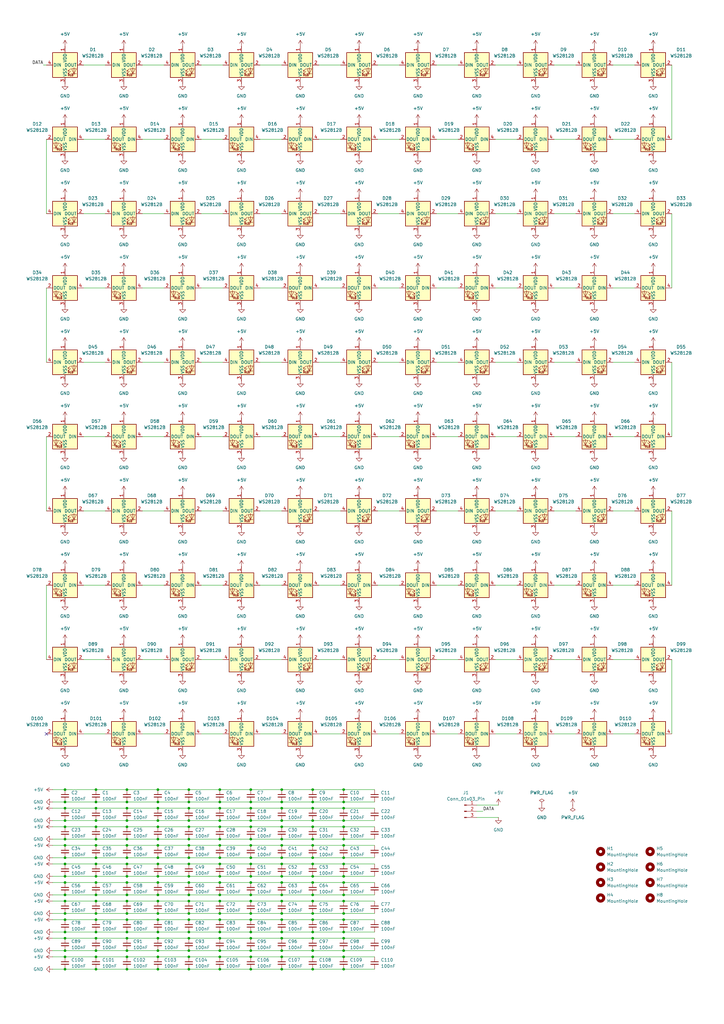
<source format=kicad_sch>
(kicad_sch (version 20231120) (generator "eeschema") (generator_version "8.0")
  (paper "A3" portrait)
  (title_block (title "LED-PCB") (date "2025-01-06") (rev "v1.0") (company "@casartar"))
  (junction (at 77.47 392.43))
  (junction (at 39.37 346.71))
  (junction (at 39.37 361.95))
  (junction (at 102.87 397.51))
  (junction (at 128.27 367.03))
  (junction (at 64.77 382.27))
  (junction (at 39.37 336.55))
  (junction (at 102.87 384.81))
  (junction (at 128.27 336.55))
  (junction (at 64.77 331.47))
  (junction (at 77.47 323.85))
  (junction (at 52.07 389.89))
  (junction (at 52.07 346.71))
  (junction (at 26.67 397.51))
  (junction (at 52.07 374.65))
  (junction (at 77.47 367.03))
  (junction (at 26.67 361.95))
  (junction (at 140.97 328.93))
  (junction (at 90.17 328.93))
  (junction (at 140.97 359.41))
  (junction (at 64.77 361.95))
  (junction (at 77.47 361.95))
  (junction (at 128.27 382.27))
  (junction (at 90.17 346.71))
  (junction (at 64.77 384.81))
  (junction (at 77.47 369.57))
  (junction (at 128.27 351.79))
  (junction (at 77.47 328.93))
  (junction (at 26.67 392.43))
  (junction (at 140.97 382.27))
  (junction (at 90.17 336.55))
  (junction (at 102.87 323.85))
  (junction (at 102.87 359.41))
  (junction (at 128.27 339.09))
  (junction (at 26.67 384.81))
  (junction (at 26.67 367.03))
  (junction (at 39.37 359.41))
  (junction (at 115.57 359.41))
  (junction (at 128.27 328.93))
  (junction (at 140.97 367.03))
  (junction (at 128.27 392.43))
  (junction (at 77.47 382.27))
  (junction (at 140.97 354.33))
  (junction (at 90.17 367.03))
  (junction (at 140.97 331.47))
  (junction (at 77.47 336.55))
  (junction (at 115.57 392.43))
  (junction (at 64.77 328.93))
  (junction (at 115.57 323.85))
  (junction (at 26.67 331.47))
  (junction (at 39.37 328.93))
  (junction (at 39.37 369.57))
  (junction (at 52.07 331.47))
  (junction (at 64.77 377.19))
  (junction (at 52.07 369.57))
  (junction (at 140.97 344.17))
  (junction (at 77.47 354.33))
  (junction (at 90.17 374.65))
  (junction (at 128.27 323.85))
  (junction (at 77.47 359.41))
  (junction (at 39.37 374.65))
  (junction (at 102.87 331.47))
  (junction (at 115.57 339.09))
  (junction (at 77.47 346.71))
  (junction (at 115.57 384.81))
  (junction (at 26.67 354.33))
  (junction (at 52.07 359.41))
  (junction (at 64.77 346.71))
  (junction (at 52.07 377.19))
  (junction (at 140.97 374.65))
  (junction (at 102.87 382.27))
  (junction (at 140.97 351.79))
  (junction (at 39.37 339.09))
  (junction (at 39.37 384.81))
  (junction (at 90.17 339.09))
  (junction (at 26.67 382.27))
  (junction (at 102.87 367.03))
  (junction (at 52.07 344.17))
  (junction (at 77.47 351.79))
  (junction (at 90.17 344.17))
  (junction (at 102.87 351.79))
  (junction (at 26.67 351.79))
  (junction (at 64.77 323.85))
  (junction (at 39.37 331.47))
  (junction (at 102.87 344.17))
  (junction (at 77.47 384.81))
  (junction (at 115.57 374.65))
  (junction (at 115.57 344.17))
  (junction (at 64.77 344.17))
  (junction (at 90.17 377.19))
  (junction (at 115.57 354.33))
  (junction (at 128.27 331.47))
  (junction (at 39.37 344.17))
  (junction (at 64.77 369.57))
  (junction (at 128.27 377.19))
  (junction (at 39.37 351.79))
  (junction (at 64.77 367.03))
  (junction (at 39.37 323.85))
  (junction (at 26.67 328.93))
  (junction (at 77.47 339.09))
  (junction (at 115.57 367.03))
  (junction (at 77.47 374.65))
  (junction (at 128.27 361.95))
  (junction (at 102.87 339.09))
  (junction (at 64.77 374.65))
  (junction (at 115.57 397.51))
  (junction (at 26.67 336.55))
  (junction (at 26.67 377.19))
  (junction (at 140.97 323.85))
  (junction (at 39.37 397.51))
  (junction (at 90.17 389.89))
  (junction (at 102.87 389.89))
  (junction (at 115.57 331.47))
  (junction (at 115.57 382.27))
  (junction (at 90.17 351.79))
  (junction (at 64.77 351.79))
  (junction (at 52.07 328.93))
  (junction (at 64.77 336.55))
  (junction (at 102.87 354.33))
  (junction (at 39.37 382.27))
  (junction (at 52.07 351.79))
  (junction (at 102.87 346.71))
  (junction (at 115.57 346.71))
  (junction (at 115.57 328.93))
  (junction (at 90.17 359.41))
  (junction (at 90.17 323.85))
  (junction (at 128.27 384.81))
  (junction (at 90.17 397.51))
  (junction (at 77.47 397.51))
  (junction (at 128.27 389.89))
  (junction (at 26.67 323.85))
  (junction (at 128.27 346.71))
  (junction (at 90.17 369.57))
  (junction (at 102.87 369.57))
  (junction (at 26.67 344.17))
  (junction (at 102.87 392.43))
  (junction (at 52.07 382.27))
  (junction (at 52.07 339.09))
  (junction (at 128.27 397.51))
  (junction (at 52.07 354.33))
  (junction (at 140.97 397.51))
  (junction (at 102.87 377.19))
  (junction (at 140.97 384.81))
  (junction (at 77.47 344.17))
  (junction (at 64.77 397.51))
  (junction (at 52.07 336.55))
  (junction (at 52.07 367.03))
  (junction (at 90.17 382.27))
  (junction (at 64.77 354.33))
  (junction (at 115.57 361.95))
  (junction (at 128.27 354.33))
  (junction (at 39.37 392.43))
  (junction (at 26.67 339.09))
  (junction (at 115.57 389.89))
  (junction (at 52.07 384.81))
  (junction (at 26.67 369.57))
  (junction (at 128.27 374.65))
  (junction (at 90.17 361.95))
  (junction (at 26.67 359.41))
  (junction (at 52.07 323.85))
  (junction (at 140.97 377.19))
  (junction (at 52.07 397.51))
  (junction (at 39.37 367.03))
  (junction (at 128.27 359.41))
  (junction (at 90.17 354.33))
  (junction (at 140.97 369.57))
  (junction (at 77.47 331.47))
  (junction (at 90.17 392.43))
  (junction (at 115.57 351.79))
  (junction (at 140.97 336.55))
  (junction (at 26.67 374.65))
  (junction (at 64.77 389.89))
  (junction (at 90.17 384.81))
  (junction (at 90.17 331.47))
  (junction (at 115.57 336.55))
  (junction (at 64.77 339.09))
  (junction (at 26.67 389.89))
  (junction (at 140.97 392.43))
  (junction (at 26.67 346.71))
  (junction (at 102.87 336.55))
  (junction (at 102.87 361.95))
  (junction (at 102.87 328.93))
  (junction (at 140.97 339.09))
  (junction (at 64.77 359.41))
  (junction (at 64.77 392.43))
  (junction (at 77.47 377.19))
  (junction (at 115.57 369.57))
  (junction (at 77.47 389.89))
  (junction (at 140.97 361.95))
  (junction (at 128.27 369.57))
  (junction (at 52.07 361.95))
  (junction (at 140.97 389.89))
  (junction (at 140.97 346.71))
  (junction (at 115.57 377.19))
  (junction (at 39.37 377.19))
  (junction (at 52.07 392.43))
  (junction (at 39.37 354.33))
  (junction (at 102.87 374.65))
  (junction (at 128.27 344.17))
  (junction (at 39.37 389.89))
  (no_connect (at 19.05 300.99))
  (wire (pts (xy 34.29 179.07) (xy 43.18 179.07)))
  (wire (pts (xy 52.07 336.55) (xy 64.77 336.55)))
  (wire (pts (xy 154.94 118.11) (xy 163.83 118.11)))
  (wire (pts (xy 203.2 270.51) (xy 212.09 270.51)))
  (wire (pts (xy 39.37 351.79) (xy 52.07 351.79)))
  (wire (pts (xy 128.27 354.33) (xy 140.97 354.33)))
  (wire (pts (xy 90.17 359.41) (xy 102.87 359.41)))
  (wire (pts (xy 82.55 26.67) (xy 91.44 26.67)))
  (wire (pts (xy 102.87 339.09) (xy 115.57 339.09)))
  (wire (pts (xy 154.94 87.63) (xy 163.83 87.63)))
  (wire (pts (xy 179.07 209.55) (xy 187.96 209.55)))
  (wire (pts (xy 130.81 26.67) (xy 139.7 26.67)))
  (wire (pts (xy 64.77 339.09) (xy 77.47 339.09)))
  (wire (pts (xy 140.97 339.09) (xy 153.67 339.09)))
  (wire (pts (xy 52.07 361.95) (xy 64.77 361.95)))
  (wire (pts (xy 21.59 351.79) (xy 26.67 351.79)))
  (wire (pts (xy 34.29 26.67) (xy 43.18 26.67)))
  (wire (pts (xy 115.57 339.09) (xy 128.27 339.09)))
  (wire (pts (xy 203.2 87.63) (xy 212.09 87.63)))
  (wire (pts (xy 90.17 331.47) (xy 102.87 331.47)))
  (wire (pts (xy 90.17 328.93) (xy 102.87 328.93)))
  (wire (pts (xy 227.33 26.67) (xy 236.22 26.67)))
  (wire (pts (xy 140.97 392.43) (xy 153.67 392.43)))
  (wire (pts (xy 52.07 351.79) (xy 64.77 351.79)))
  (wire (pts (xy 34.29 209.55) (xy 43.18 209.55)))
  (wire (pts (xy 39.37 359.41) (xy 52.07 359.41)))
  (wire (pts (xy 77.47 367.03) (xy 90.17 367.03)))
  (wire (pts (xy 203.2 300.99) (xy 212.09 300.99)))
  (wire (pts (xy 115.57 336.55) (xy 128.27 336.55)))
  (wire (pts (xy 154.94 179.07) (xy 163.83 179.07)))
  (wire (pts (xy 140.97 397.51) (xy 153.67 397.51)))
  (wire (pts (xy 102.87 351.79) (xy 115.57 351.79)))
  (wire (pts (xy 64.77 367.03) (xy 77.47 367.03)))
  (wire (pts (xy 130.81 148.59) (xy 139.7 148.59)))
  (wire (pts (xy 52.07 369.57) (xy 64.77 369.57)))
  (wire (pts (xy 154.94 270.51) (xy 163.83 270.51)))
  (wire (pts (xy 130.81 300.99) (xy 139.7 300.99)))
  (wire (pts (xy 26.67 354.33) (xy 39.37 354.33)))
  (wire (pts (xy 21.59 374.65) (xy 26.67 374.65)))
  (wire (pts (xy 128.27 392.43) (xy 140.97 392.43)))
  (wire (pts (xy 19.05 179.07) (xy 19.05 209.55)))
  (wire (pts (xy 82.55 209.55) (xy 91.44 209.55)))
  (wire (pts (xy 82.55 148.59) (xy 91.44 148.59)))
  (wire (pts (xy 39.37 344.17) (xy 52.07 344.17)))
  (wire (pts (xy 82.55 240.03) (xy 91.44 240.03)))
  (wire (pts (xy 21.59 336.55) (xy 26.67 336.55)))
  (wire (pts (xy 115.57 331.47) (xy 128.27 331.47)))
  (wire (pts (xy 128.27 382.27) (xy 140.97 382.27)))
  (wire (pts (xy 52.07 323.85) (xy 64.77 323.85)))
  (wire (pts (xy 106.68 26.67) (xy 115.57 26.67)))
  (wire (pts (xy 140.97 323.85) (xy 153.67 323.85)))
  (wire (pts (xy 102.87 354.33) (xy 115.57 354.33)))
  (wire (pts (xy 26.67 339.09) (xy 39.37 339.09)))
  (wire (pts (xy 77.47 331.47) (xy 90.17 331.47)))
  (wire (pts (xy 102.87 389.89) (xy 115.57 389.89)))
  (wire (pts (xy 154.94 209.55) (xy 163.83 209.55)))
  (wire (pts (xy 26.67 344.17) (xy 39.37 344.17)))
  (wire (pts (xy 102.87 397.51) (xy 115.57 397.51)))
  (wire (pts (xy 227.33 179.07) (xy 236.22 179.07)))
  (wire (pts (xy 52.07 344.17) (xy 64.77 344.17)))
  (wire (pts (xy 203.2 118.11) (xy 212.09 118.11)))
  (wire (pts (xy 77.47 397.51) (xy 90.17 397.51)))
  (wire (pts (xy 128.27 361.95) (xy 140.97 361.95)))
  (wire (pts (xy 90.17 392.43) (xy 102.87 392.43)))
  (wire (pts (xy 17.78 26.67) (xy 19.05 26.67)))
  (wire (pts (xy 227.33 300.99) (xy 236.22 300.99)))
  (wire (pts (xy 251.46 87.63) (xy 260.35 87.63)))
  (wire (pts (xy 58.42 240.03) (xy 67.31 240.03)))
  (wire (pts (xy 21.59 328.93) (xy 26.67 328.93)))
  (wire (pts (xy 64.77 331.47) (xy 77.47 331.47)))
  (wire (pts (xy 52.07 382.27) (xy 64.77 382.27)))
  (wire (pts (xy 154.94 26.67) (xy 163.83 26.67)))
  (wire (pts (xy 39.37 384.81) (xy 52.07 384.81)))
  (wire (pts (xy 179.07 270.51) (xy 187.96 270.51)))
  (wire (pts (xy 64.77 389.89) (xy 77.47 389.89)))
  (wire (pts (xy 203.2 209.55) (xy 212.09 209.55)))
  (wire (pts (xy 130.81 209.55) (xy 139.7 209.55)))
  (wire (pts (xy 251.46 270.51) (xy 260.35 270.51)))
  (wire (pts (xy 275.59 26.67) (xy 275.59 57.15)))
  (wire (pts (xy 52.07 346.71) (xy 64.77 346.71)))
  (wire (pts (xy 39.37 367.03) (xy 52.07 367.03)))
  (wire (pts (xy 39.37 323.85) (xy 52.07 323.85)))
  (wire (pts (xy 64.77 382.27) (xy 77.47 382.27)))
  (wire (pts (xy 102.87 336.55) (xy 115.57 336.55)))
  (wire (pts (xy 102.87 359.41) (xy 115.57 359.41)))
  (wire (pts (xy 34.29 87.63) (xy 43.18 87.63)))
  (wire (pts (xy 130.81 57.15) (xy 139.7 57.15)))
  (wire (pts (xy 227.33 87.63) (xy 236.22 87.63)))
  (wire (pts (xy 130.81 270.51) (xy 139.7 270.51)))
  (wire (pts (xy 52.07 328.93) (xy 64.77 328.93)))
  (wire (pts (xy 82.55 57.15) (xy 91.44 57.15)))
  (wire (pts (xy 39.37 377.19) (xy 52.07 377.19)))
  (wire (pts (xy 203.2 179.07) (xy 212.09 179.07)))
  (wire (pts (xy 21.59 359.41) (xy 26.67 359.41)))
  (wire (pts (xy 115.57 351.79) (xy 128.27 351.79)))
  (wire (pts (xy 64.77 374.65) (xy 77.47 374.65)))
  (wire (pts (xy 203.2 240.03) (xy 212.09 240.03)))
  (wire (pts (xy 90.17 377.19) (xy 102.87 377.19)))
  (wire (pts (xy 128.27 374.65) (xy 140.97 374.65)))
  (wire (pts (xy 64.77 359.41) (xy 77.47 359.41)))
  (wire (pts (xy 39.37 374.65) (xy 52.07 374.65)))
  (wire (pts (xy 115.57 323.85) (xy 128.27 323.85)))
  (wire (pts (xy 90.17 369.57) (xy 102.87 369.57)))
  (wire (pts (xy 34.29 118.11) (xy 43.18 118.11)))
  (wire (pts (xy 275.59 209.55) (xy 275.59 240.03)))
  (wire (pts (xy 26.67 377.19) (xy 39.37 377.19)))
  (wire (pts (xy 21.59 323.85) (xy 26.67 323.85)))
  (wire (pts (xy 227.33 240.03) (xy 236.22 240.03)))
  (wire (pts (xy 77.47 346.71) (xy 90.17 346.71)))
  (wire (pts (xy 115.57 374.65) (xy 128.27 374.65)))
  (wire (pts (xy 39.37 369.57) (xy 52.07 369.57)))
  (wire (pts (xy 130.81 118.11) (xy 139.7 118.11)))
  (wire (pts (xy 77.47 336.55) (xy 90.17 336.55)))
  (wire (pts (xy 58.42 148.59) (xy 67.31 148.59)))
  (wire (pts (xy 102.87 346.71) (xy 115.57 346.71)))
  (wire (pts (xy 115.57 384.81) (xy 128.27 384.81)))
  (wire (pts (xy 128.27 344.17) (xy 140.97 344.17)))
  (wire (pts (xy 102.87 361.95) (xy 115.57 361.95)))
  (wire (pts (xy 128.27 359.41) (xy 140.97 359.41)))
  (wire (pts (xy 140.97 351.79) (xy 153.67 351.79)))
  (wire (pts (xy 251.46 209.55) (xy 260.35 209.55)))
  (wire (pts (xy 77.47 389.89) (xy 90.17 389.89)))
  (wire (pts (xy 64.77 369.57) (xy 77.47 369.57)))
  (wire (pts (xy 52.07 397.51) (xy 64.77 397.51)))
  (wire (pts (xy 58.42 300.99) (xy 67.31 300.99)))
  (wire (pts (xy 128.27 377.19) (xy 140.97 377.19)))
  (wire (pts (xy 251.46 26.67) (xy 260.35 26.67)))
  (wire (pts (xy 26.67 323.85) (xy 39.37 323.85)))
  (wire (pts (xy 140.97 336.55) (xy 153.67 336.55)))
  (wire (pts (xy 102.87 384.81) (xy 115.57 384.81)))
  (wire (pts (xy 26.67 382.27) (xy 39.37 382.27)))
  (wire (pts (xy 179.07 26.67) (xy 187.96 26.67)))
  (wire (pts (xy 82.55 300.99) (xy 91.44 300.99)))
  (wire (pts (xy 39.37 354.33) (xy 52.07 354.33)))
  (wire (pts (xy 21.59 384.81) (xy 26.67 384.81)))
  (wire (pts (xy 52.07 389.89) (xy 64.77 389.89)))
  (wire (pts (xy 77.47 382.27) (xy 90.17 382.27)))
  (wire (pts (xy 251.46 57.15) (xy 260.35 57.15)))
  (wire (pts (xy 77.47 344.17) (xy 90.17 344.17)))
  (wire (pts (xy 39.37 328.93) (xy 52.07 328.93)))
  (wire (pts (xy 115.57 377.19) (xy 128.27 377.19)))
  (wire (pts (xy 195.58 332.74) (xy 198.12 332.74)))
  (wire (pts (xy 58.42 179.07) (xy 67.31 179.07)))
  (wire (pts (xy 58.42 270.51) (xy 67.31 270.51)))
  (wire (pts (xy 77.47 384.81) (xy 90.17 384.81)))
  (wire (pts (xy 90.17 384.81) (xy 102.87 384.81)))
  (wire (pts (xy 26.67 384.81) (xy 39.37 384.81)))
  (wire (pts (xy 251.46 300.99) (xy 260.35 300.99)))
  (wire (pts (xy 64.77 351.79) (xy 77.47 351.79)))
  (wire (pts (xy 21.59 367.03) (xy 26.67 367.03)))
  (wire (pts (xy 128.27 328.93) (xy 140.97 328.93)))
  (wire (pts (xy 26.67 359.41) (xy 39.37 359.41)))
  (wire (pts (xy 52.07 374.65) (xy 64.77 374.65)))
  (wire (pts (xy 39.37 389.89) (xy 52.07 389.89)))
  (wire (pts (xy 21.59 354.33) (xy 26.67 354.33)))
  (wire (pts (xy 19.05 118.11) (xy 19.05 148.59)))
  (wire (pts (xy 26.67 392.43) (xy 39.37 392.43)))
  (wire (pts (xy 21.59 389.89) (xy 26.67 389.89)))
  (wire (pts (xy 106.68 87.63) (xy 115.57 87.63)))
  (wire (pts (xy 26.67 351.79) (xy 39.37 351.79)))
  (wire (pts (xy 227.33 209.55) (xy 236.22 209.55)))
  (wire (pts (xy 154.94 300.99) (xy 163.83 300.99)))
  (wire (pts (xy 21.59 331.47) (xy 26.67 331.47)))
  (wire (pts (xy 77.47 351.79) (xy 90.17 351.79)))
  (wire (pts (xy 115.57 389.89) (xy 128.27 389.89)))
  (wire (pts (xy 102.87 382.27) (xy 115.57 382.27)))
  (wire (pts (xy 106.68 300.99) (xy 115.57 300.99)))
  (wire (pts (xy 26.67 331.47) (xy 39.37 331.47)))
  (wire (pts (xy 106.68 118.11) (xy 115.57 118.11)))
  (wire (pts (xy 130.81 240.03) (xy 139.7 240.03)))
  (wire (pts (xy 227.33 118.11) (xy 236.22 118.11)))
  (wire (pts (xy 154.94 148.59) (xy 163.83 148.59)))
  (wire (pts (xy 140.97 331.47) (xy 153.67 331.47)))
  (wire (pts (xy 77.47 377.19) (xy 90.17 377.19)))
  (wire (pts (xy 26.67 361.95) (xy 39.37 361.95)))
  (wire (pts (xy 275.59 270.51) (xy 275.59 300.99)))
  (wire (pts (xy 21.59 377.19) (xy 26.67 377.19)))
  (wire (pts (xy 90.17 336.55) (xy 102.87 336.55)))
  (wire (pts (xy 154.94 240.03) (xy 163.83 240.03)))
  (wire (pts (xy 227.33 270.51) (xy 236.22 270.51)))
  (wire (pts (xy 64.77 354.33) (xy 77.47 354.33)))
  (wire (pts (xy 21.59 346.71) (xy 26.67 346.71)))
  (wire (pts (xy 21.59 344.17) (xy 26.67 344.17)))
  (wire (pts (xy 58.42 209.55) (xy 67.31 209.55)))
  (wire (pts (xy 34.29 270.51) (xy 43.18 270.51)))
  (wire (pts (xy 52.07 392.43) (xy 64.77 392.43)))
  (wire (pts (xy 90.17 367.03) (xy 102.87 367.03)))
  (wire (pts (xy 179.07 87.63) (xy 187.96 87.63)))
  (wire (pts (xy 19.05 240.03) (xy 19.05 270.51)))
  (wire (pts (xy 140.97 346.71) (xy 153.67 346.71)))
  (wire (pts (xy 52.07 367.03) (xy 64.77 367.03)))
  (wire (pts (xy 115.57 397.51) (xy 128.27 397.51)))
  (wire (pts (xy 251.46 179.07) (xy 260.35 179.07)))
  (wire (pts (xy 39.37 339.09) (xy 52.07 339.09)))
  (wire (pts (xy 115.57 354.33) (xy 128.27 354.33)))
  (wire (pts (xy 102.87 331.47) (xy 115.57 331.47)))
  (wire (pts (xy 21.59 392.43) (xy 26.67 392.43)))
  (wire (pts (xy 203.2 57.15) (xy 212.09 57.15)))
  (wire (pts (xy 21.59 361.95) (xy 26.67 361.95)))
  (wire (pts (xy 140.97 367.03) (xy 153.67 367.03)))
  (wire (pts (xy 140.97 384.81) (xy 153.67 384.81)))
  (wire (pts (xy 52.07 331.47) (xy 64.77 331.47)))
  (wire (pts (xy 179.07 300.99) (xy 187.96 300.99)))
  (wire (pts (xy 154.94 57.15) (xy 163.83 57.15)))
  (wire (pts (xy 39.37 336.55) (xy 52.07 336.55)))
  (wire (pts (xy 251.46 240.03) (xy 260.35 240.03)))
  (wire (pts (xy 90.17 382.27) (xy 102.87 382.27)))
  (wire (pts (xy 82.55 270.51) (xy 91.44 270.51)))
  (wire (pts (xy 64.77 384.81) (xy 77.47 384.81)))
  (wire (pts (xy 64.77 397.51) (xy 77.47 397.51)))
  (wire (pts (xy 115.57 361.95) (xy 128.27 361.95)))
  (wire (pts (xy 106.68 270.51) (xy 115.57 270.51)))
  (wire (pts (xy 77.47 361.95) (xy 90.17 361.95)))
  (wire (pts (xy 90.17 389.89) (xy 102.87 389.89)))
  (wire (pts (xy 102.87 367.03) (xy 115.57 367.03)))
  (wire (pts (xy 90.17 374.65) (xy 102.87 374.65)))
  (wire (pts (xy 128.27 339.09) (xy 140.97 339.09)))
  (wire (pts (xy 52.07 354.33) (xy 64.77 354.33)))
  (wire (pts (xy 106.68 57.15) (xy 115.57 57.15)))
  (wire (pts (xy 39.37 346.71) (xy 52.07 346.71)))
  (wire (pts (xy 26.67 369.57) (xy 39.37 369.57)))
  (wire (pts (xy 64.77 392.43) (xy 77.47 392.43)))
  (wire (pts (xy 39.37 392.43) (xy 52.07 392.43)))
  (wire (pts (xy 102.87 374.65) (xy 115.57 374.65)))
  (wire (pts (xy 128.27 346.71) (xy 140.97 346.71)))
  (wire (pts (xy 128.27 397.51) (xy 140.97 397.51)))
  (wire (pts (xy 90.17 323.85) (xy 102.87 323.85)))
  (wire (pts (xy 64.77 336.55) (xy 77.47 336.55)))
  (wire (pts (xy 275.59 87.63) (xy 275.59 118.11)))
  (wire (pts (xy 140.97 377.19) (xy 153.67 377.19)))
  (wire (pts (xy 21.59 397.51) (xy 26.67 397.51)))
  (wire (pts (xy 77.47 354.33) (xy 90.17 354.33)))
  (wire (pts (xy 34.29 300.99) (xy 43.18 300.99)))
  (wire (pts (xy 251.46 118.11) (xy 260.35 118.11)))
  (wire (pts (xy 21.59 382.27) (xy 26.67 382.27)))
  (wire (pts (xy 21.59 369.57) (xy 26.67 369.57)))
  (wire (pts (xy 102.87 392.43) (xy 115.57 392.43)))
  (wire (pts (xy 128.27 367.03) (xy 140.97 367.03)))
  (wire (pts (xy 128.27 369.57) (xy 140.97 369.57)))
  (wire (pts (xy 227.33 57.15) (xy 236.22 57.15)))
  (wire (pts (xy 82.55 118.11) (xy 91.44 118.11)))
  (wire (pts (xy 21.59 339.09) (xy 26.67 339.09)))
  (wire (pts (xy 130.81 179.07) (xy 139.7 179.07)))
  (wire (pts (xy 52.07 359.41) (xy 64.77 359.41)))
  (wire (pts (xy 102.87 323.85) (xy 115.57 323.85)))
  (wire (pts (xy 26.67 328.93) (xy 39.37 328.93)))
  (wire (pts (xy 64.77 377.19) (xy 77.47 377.19)))
  (wire (pts (xy 115.57 359.41) (xy 128.27 359.41)))
  (wire (pts (xy 106.68 209.55) (xy 115.57 209.55)))
  (wire (pts (xy 90.17 346.71) (xy 102.87 346.71)))
  (wire (pts (xy 77.47 323.85) (xy 90.17 323.85)))
  (wire (pts (xy 39.37 382.27) (xy 52.07 382.27)))
  (wire (pts (xy 90.17 339.09) (xy 102.87 339.09)))
  (wire (pts (xy 179.07 240.03) (xy 187.96 240.03)))
  (wire (pts (xy 128.27 331.47) (xy 140.97 331.47)))
  (wire (pts (xy 251.46 148.59) (xy 260.35 148.59)))
  (wire (pts (xy 106.68 179.07) (xy 115.57 179.07)))
  (wire (pts (xy 26.67 346.71) (xy 39.37 346.71)))
  (wire (pts (xy 52.07 384.81) (xy 64.77 384.81)))
  (wire (pts (xy 203.2 26.67) (xy 212.09 26.67)))
  (wire (pts (xy 77.47 339.09) (xy 90.17 339.09)))
  (wire (pts (xy 115.57 382.27) (xy 128.27 382.27)))
  (wire (pts (xy 140.97 359.41) (xy 153.67 359.41)))
  (wire (pts (xy 64.77 361.95) (xy 77.47 361.95)))
  (wire (pts (xy 77.47 328.93) (xy 90.17 328.93)))
  (wire (pts (xy 140.97 344.17) (xy 153.67 344.17)))
  (wire (pts (xy 128.27 323.85) (xy 140.97 323.85)))
  (wire (pts (xy 77.47 359.41) (xy 90.17 359.41)))
  (wire (pts (xy 195.58 335.28) (xy 204.47 335.28)))
  (wire (pts (xy 102.87 377.19) (xy 115.57 377.19)))
  (wire (pts (xy 227.33 148.59) (xy 236.22 148.59)))
  (wire (pts (xy 140.97 361.95) (xy 153.67 361.95)))
  (wire (pts (xy 26.67 397.51) (xy 39.37 397.51)))
  (wire (pts (xy 115.57 328.93) (xy 128.27 328.93)))
  (wire (pts (xy 179.07 148.59) (xy 187.96 148.59)))
  (wire (pts (xy 115.57 369.57) (xy 128.27 369.57)))
  (wire (pts (xy 179.07 57.15) (xy 187.96 57.15)))
  (wire (pts (xy 77.47 369.57) (xy 90.17 369.57)))
  (wire (pts (xy 102.87 344.17) (xy 115.57 344.17)))
  (wire (pts (xy 140.97 389.89) (xy 153.67 389.89)))
  (wire (pts (xy 39.37 397.51) (xy 52.07 397.51)))
  (wire (pts (xy 128.27 384.81) (xy 140.97 384.81)))
  (wire (pts (xy 82.55 87.63) (xy 91.44 87.63)))
  (wire (pts (xy 115.57 392.43) (xy 128.27 392.43)))
  (wire (pts (xy 140.97 374.65) (xy 153.67 374.65)))
  (wire (pts (xy 39.37 331.47) (xy 52.07 331.47)))
  (wire (pts (xy 52.07 339.09) (xy 64.77 339.09)))
  (wire (pts (xy 128.27 389.89) (xy 140.97 389.89)))
  (wire (pts (xy 26.67 367.03) (xy 39.37 367.03)))
  (wire (pts (xy 26.67 336.55) (xy 39.37 336.55)))
  (wire (pts (xy 26.67 374.65) (xy 39.37 374.65)))
  (wire (pts (xy 58.42 118.11) (xy 67.31 118.11)))
  (wire (pts (xy 203.2 148.59) (xy 212.09 148.59)))
  (wire (pts (xy 26.67 389.89) (xy 39.37 389.89)))
  (wire (pts (xy 195.58 330.2) (xy 204.47 330.2)))
  (wire (pts (xy 64.77 346.71) (xy 77.47 346.71)))
  (wire (pts (xy 90.17 344.17) (xy 102.87 344.17)))
  (wire (pts (xy 34.29 57.15) (xy 43.18 57.15)))
  (wire (pts (xy 102.87 369.57) (xy 115.57 369.57)))
  (wire (pts (xy 90.17 351.79) (xy 102.87 351.79)))
  (wire (pts (xy 90.17 354.33) (xy 102.87 354.33)))
  (wire (pts (xy 58.42 57.15) (xy 67.31 57.15)))
  (wire (pts (xy 115.57 346.71) (xy 128.27 346.71)))
  (wire (pts (xy 77.47 374.65) (xy 90.17 374.65)))
  (wire (pts (xy 106.68 240.03) (xy 115.57 240.03)))
  (wire (pts (xy 64.77 328.93) (xy 77.47 328.93)))
  (wire (pts (xy 128.27 336.55) (xy 140.97 336.55)))
  (wire (pts (xy 179.07 179.07) (xy 187.96 179.07)))
  (wire (pts (xy 52.07 377.19) (xy 64.77 377.19)))
  (wire (pts (xy 82.55 179.07) (xy 91.44 179.07)))
  (wire (pts (xy 140.97 328.93) (xy 153.67 328.93)))
  (wire (pts (xy 58.42 87.63) (xy 67.31 87.63)))
  (wire (pts (xy 19.05 57.15) (xy 19.05 87.63)))
  (wire (pts (xy 275.59 148.59) (xy 275.59 179.07)))
  (wire (pts (xy 115.57 367.03) (xy 128.27 367.03)))
  (wire (pts (xy 64.77 323.85) (xy 77.47 323.85)))
  (wire (pts (xy 115.57 344.17) (xy 128.27 344.17)))
  (wire (pts (xy 90.17 397.51) (xy 102.87 397.51)))
  (wire (pts (xy 179.07 118.11) (xy 187.96 118.11)))
  (wire (pts (xy 102.87 328.93) (xy 115.57 328.93)))
  (wire (pts (xy 39.37 361.95) (xy 52.07 361.95)))
  (wire (pts (xy 128.27 351.79) (xy 140.97 351.79)))
  (wire (pts (xy 140.97 382.27) (xy 153.67 382.27)))
  (wire (pts (xy 90.17 361.95) (xy 102.87 361.95)))
  (wire (pts (xy 64.77 344.17) (xy 77.47 344.17)))
  (wire (pts (xy 140.97 369.57) (xy 153.67 369.57)))
  (wire (pts (xy 130.81 87.63) (xy 139.7 87.63)))
  (wire (pts (xy 34.29 240.03) (xy 43.18 240.03)))
  (wire (pts (xy 106.68 148.59) (xy 115.57 148.59)))
  (wire (pts (xy 140.97 354.33) (xy 153.67 354.33)))
  (wire (pts (xy 34.29 148.59) (xy 43.18 148.59)))
  (wire (pts (xy 77.47 392.43) (xy 90.17 392.43)))
  (wire (pts (xy 58.42 26.67) (xy 67.31 26.67)))
  (label "DATA" (at 17.78 26.67 180))
  (label "DATA" (at 198.12 332.74 0))
  (symbol (lib_id "power:GND") (at 21.59 374.65 270) (unit 1)
    (property "Reference" "#PWR0240" (effects (hide yes)))
    (property "Value" "GND" (at 17.78 374.6499 90) (effects (justify right)))
    (property "Description" "Power symbol creates a global label with name \"GND\" , ground" (effects (hide yes)))
  )
  (symbol (lib_id "power:GND") (at 222.25 330.2 0) (unit 1)
    (property "Reference" "#PWR0221" (effects (hide yes)))
    (property "Value" "GND" (at 222.25 335.28 0))
    (property "Description" "Power symbol creates a global label with name \"GND\" , ground" (effects (hide yes)))
  )
  (symbol (lib_id "LED:WS2812B") (at 74.93 57.15 0) (mirror y) (unit 1)
    (property "Reference" "D14" (at 63.5 50.8314 0))
    (property "Value" "WS2812B" (at 63.5 53.3714 0))
    (property "Footprint" "LED_SMD:LED_WS2812B_PLCC4_5.0x5.0mm_P3.2mm" (effects (hide yes)))
    (property "Datasheet" "https://cdn-shop.adafruit.com/datasheets/WS2812B.pdf" (effects (hide yes)))
    (property "Description" "RGB LED with integrated controller" (effects (hide yes)))
  )
  (symbol (lib_id "power:GND") (at 99.06 34.29 0) (unit 1)
    (property "Reference" "#PWR08" (effects (hide yes)))
    (property "Value" "GND" (at 99.06 39.37 0))
    (property "Description" "Power symbol creates a global label with name \"GND\" , ground" (effects (hide yes)))
  )
  (symbol (lib_id "Device:C_Small") (at 52.07 372.11 0) (unit 1)
    (property "Reference" "C69" (at 54.61 370.8462 0) (effects (justify left)))
    (property "Value" "100nF" (at 54.61 373.3862 0) (effects (justify left)))
    (property "Footprint" "Capacitor_SMD:C_0805_2012Metric_Pad1.18x1.45mm_HandSolder" (effects (hide yes)))
    (property "Description" "Unpolarized capacitor, small symbol" (effects (hide yes)))
  )
  (symbol (lib_id "power:+5V") (at 74.93 140.97 0) (unit 1)
    (property "Reference" "#PWR093" (effects (hide yes)))
    (property "Value" "+5V" (at 74.93 135.89 0))
    (property "Description" "Power symbol creates a global label with name \"+5V\"" (effects (hide yes)))
  )
  (symbol (lib_id "LED:WS2812B") (at 195.58 270.51 0) (unit 1)
    (property "Reference" "D96" (at 207.01 264.1914 0))
    (property "Value" "WS2812B" (at 207.01 266.7314 0))
    (property "Footprint" "LED_SMD:LED_WS2812B_PLCC4_5.0x5.0mm_P3.2mm" (effects (hide yes)))
    (property "Datasheet" "https://cdn-shop.adafruit.com/datasheets/WS2812B.pdf" (effects (hide yes)))
    (property "Description" "RGB LED with integrated controller" (effects (hide yes)))
  )
  (symbol (lib_id "power:GND") (at 21.59 382.27 270) (unit 1)
    (property "Reference" "#PWR0241" (effects (hide yes)))
    (property "Value" "GND" (at 17.78 382.2699 90) (effects (justify right)))
    (property "Description" "Power symbol creates a global label with name \"GND\" , ground" (effects (hide yes)))
  )
  (symbol (lib_id "Device:C_Small") (at 140.97 334.01 0) (unit 1)
    (property "Reference" "C21" (at 143.51 332.7462 0) (effects (justify left)))
    (property "Value" "100nF" (at 143.51 335.2862 0) (effects (justify left)))
    (property "Footprint" "Capacitor_SMD:C_0805_2012Metric_Pad1.18x1.45mm_HandSolder" (effects (hide yes)))
    (property "Description" "Unpolarized capacitor, small symbol" (effects (hide yes)))
  )
  (symbol (lib_id "LED:WS2812B") (at 99.06 240.03 0) (mirror y) (unit 1)
    (property "Reference" "D81" (at 87.63 233.7114 0))
    (property "Value" "WS2812B" (at 87.63 236.2514 0))
    (property "Footprint" "LED_SMD:LED_WS2812B_PLCC4_5.0x5.0mm_P3.2mm" (effects (hide yes)))
    (property "Datasheet" "https://cdn-shop.adafruit.com/datasheets/WS2812B.pdf" (effects (hide yes)))
    (property "Description" "RGB LED with integrated controller" (effects (hide yes)))
  )
  (symbol (lib_id "power:GND") (at 21.59 359.41 270) (unit 1)
    (property "Reference" "#PWR0238" (effects (hide yes)))
    (property "Value" "GND" (at 17.78 359.4099 90) (effects (justify right)))
    (property "Description" "Power symbol creates a global label with name \"GND\" , ground" (effects (hide yes)))
  )
  (symbol (lib_id "LED:WS2812B") (at 195.58 118.11 0) (mirror y) (unit 1)
    (property "Reference" "D41" (at 184.15 111.7914 0))
    (property "Value" "WS2812B" (at 184.15 114.3314 0))
    (property "Footprint" "LED_SMD:LED_WS2812B_PLCC4_5.0x5.0mm_P3.2mm" (effects (hide yes)))
    (property "Datasheet" "https://cdn-shop.adafruit.com/datasheets/WS2812B.pdf" (effects (hide yes)))
    (property "Description" "RGB LED with integrated controller" (effects (hide yes)))
  )
  (symbol (lib_id "Device:C_Small") (at 153.67 356.87 0) (unit 1)
    (property "Reference" "C55" (at 156.21 355.6062 0) (effects (justify left)))
    (property "Value" "100nF" (at 156.21 358.1462 0) (effects (justify left)))
    (property "Footprint" "Capacitor_SMD:C_0805_2012Metric_Pad1.18x1.45mm_HandSolder" (effects (hide yes)))
    (property "Description" "Unpolarized capacitor, small symbol" (effects (hide yes)))
  )
  (symbol (lib_id "Device:C_Small") (at 26.67 341.63 0) (unit 1)
    (property "Reference" "C23" (at 29.21 340.3662 0) (effects (justify left)))
    (property "Value" "100nF" (at 29.21 342.9062 0) (effects (justify left)))
    (property "Footprint" "Capacitor_SMD:C_0805_2012Metric_Pad1.18x1.45mm_HandSolder" (effects (hide yes)))
    (property "Description" "Unpolarized capacitor, small symbol" (effects (hide yes)))
  )
  (symbol (lib_id "LED:WS2812B") (at 195.58 179.07 0) (mirror y) (unit 1)
    (property "Reference" "D63" (at 184.15 172.7514 0))
    (property "Value" "WS2812B" (at 184.15 175.2914 0))
    (property "Footprint" "LED_SMD:LED_WS2812B_PLCC4_5.0x5.0mm_P3.2mm" (effects (hide yes)))
    (property "Datasheet" "https://cdn-shop.adafruit.com/datasheets/WS2812B.pdf" (effects (hide yes)))
    (property "Description" "RGB LED with integrated controller" (effects (hide yes)))
  )
  (symbol (lib_id "LED:WS2812B") (at 26.67 87.63 0) (unit 1)
    (property "Reference" "D23" (at 38.1 81.3114 0))
    (property "Value" "WS2812B" (at 38.1 83.8514 0))
    (property "Footprint" "LED_SMD:LED_WS2812B_PLCC4_5.0x5.0mm_P3.2mm" (effects (hide yes)))
    (property "Datasheet" "https://cdn-shop.adafruit.com/datasheets/WS2812B.pdf" (effects (hide yes)))
    (property "Description" "RGB LED with integrated controller" (effects (hide yes)))
  )
  (symbol (lib_id "power:+5V") (at 219.71 232.41 0) (unit 1)
    (property "Reference" "#PWR0171" (effects (hide yes)))
    (property "Value" "+5V" (at 219.71 227.33 0))
    (property "Description" "Power symbol creates a global label with name \"+5V\"" (effects (hide yes)))
  )
  (symbol (lib_id "Device:C_Small") (at 115.57 379.73 0) (unit 1)
    (property "Reference" "C85" (at 118.11 378.4662 0) (effects (justify left)))
    (property "Value" "100nF" (at 118.11 381.0062 0) (effects (justify left)))
    (property "Footprint" "Capacitor_SMD:C_0805_2012Metric_Pad1.18x1.45mm_HandSolder" (effects (hide yes)))
    (property "Description" "Unpolarized capacitor, small symbol" (effects (hide yes)))
  )
  (symbol (lib_id "Device:C_Small") (at 90.17 349.25 0) (unit 1)
    (property "Reference" "C39" (at 92.71 347.9862 0) (effects (justify left)))
    (property "Value" "100nF" (at 92.71 350.5262 0) (effects (justify left)))
    (property "Footprint" "Capacitor_SMD:C_0805_2012Metric_Pad1.18x1.45mm_HandSolder" (effects (hide yes)))
    (property "Description" "Unpolarized capacitor, small symbol" (effects (hide yes)))
  )
  (symbol (lib_id "Device:C_Small") (at 39.37 379.73 0) (unit 1)
    (property "Reference" "C79" (at 41.91 378.4662 0) (effects (justify left)))
    (property "Value" "100nF" (at 41.91 381.0062 0) (effects (justify left)))
    (property "Footprint" "Capacitor_SMD:C_0805_2012Metric_Pad1.18x1.45mm_HandSolder" (effects (hide yes)))
    (property "Description" "Unpolarized capacitor, small symbol" (effects (hide yes)))
  )
  (symbol (lib_id "Device:C_Small") (at 102.87 349.25 0) (unit 1)
    (property "Reference" "C40" (at 105.41 347.9862 0) (effects (justify left)))
    (property "Value" "100nF" (at 105.41 350.5262 0) (effects (justify left)))
    (property "Footprint" "Capacitor_SMD:C_0805_2012Metric_Pad1.18x1.45mm_HandSolder" (effects (hide yes)))
    (property "Description" "Unpolarized capacitor, small symbol" (effects (hide yes)))
  )
  (symbol (lib_id "power:+5V") (at 50.8 201.93 0) (unit 1)
    (property "Reference" "#PWR0135" (effects (hide yes)))
    (property "Value" "+5V" (at 50.8 196.85 0))
    (property "Description" "Power symbol creates a global label with name \"+5V\"" (effects (hide yes)))
  )
  (symbol (lib_id "Device:C_Small") (at 26.67 387.35 0) (unit 1)
    (property "Reference" "C89" (at 29.21 386.0862 0) (effects (justify left)))
    (property "Value" "100nF" (at 29.21 388.6262 0) (effects (justify left)))
    (property "Footprint" "Capacitor_SMD:C_0805_2012Metric_Pad1.18x1.45mm_HandSolder" (effects (hide yes)))
    (property "Description" "Unpolarized capacitor, small symbol" (effects (hide yes)))
  )
  (symbol (lib_id "power:GND") (at 123.19 247.65 0) (unit 1)
    (property "Reference" "#PWR0164" (effects (hide yes)))
    (property "Value" "GND" (at 123.19 252.73 0))
    (property "Description" "Power symbol creates a global label with name \"GND\" , ground" (effects (hide yes)))
  )
  (symbol (lib_id "power:+5V") (at 99.06 49.53 0) (unit 1)
    (property "Reference" "#PWR029" (effects (hide yes)))
    (property "Value" "+5V" (at 99.06 44.45 0))
    (property "Description" "Power symbol creates a global label with name \"+5V\"" (effects (hide yes)))
  )
  (symbol (lib_id "Device:C_Small") (at 90.17 364.49 0) (unit 1)
    (property "Reference" "C61" (at 92.71 363.2262 0) (effects (justify left)))
    (property "Value" "100nF" (at 92.71 365.7662 0) (effects (justify left)))
    (property "Footprint" "Capacitor_SMD:C_0805_2012Metric_Pad1.18x1.45mm_HandSolder" (effects (hide yes)))
    (property "Description" "Unpolarized capacitor, small symbol" (effects (hide yes)))
  )
  (symbol (lib_id "power:+5V") (at 99.06 293.37 0) (unit 1)
    (property "Reference" "#PWR0205" (effects (hide yes)))
    (property "Value" "+5V" (at 99.06 288.29 0))
    (property "Description" "Power symbol creates a global label with name \"+5V\"" (effects (hide yes)))
  )
  (symbol (lib_id "power:GND") (at 219.71 308.61 0) (unit 1)
    (property "Reference" "#PWR0216" (effects (hide yes)))
    (property "Value" "GND" (at 219.71 313.69 0))
    (property "Description" "Power symbol creates a global label with name \"GND\" , ground" (effects (hide yes)))
  )
  (symbol (lib_id "LED:WS2812B") (at 26.67 57.15 0) (mirror y) (unit 1)
    (property "Reference" "D12" (at 15.24 50.8314 0))
    (property "Value" "WS2812B" (at 15.24 53.3714 0))
    (property "Footprint" "LED_SMD:LED_WS2812B_PLCC4_5.0x5.0mm_P3.2mm" (effects (hide yes)))
    (property "Datasheet" "https://cdn-shop.adafruit.com/datasheets/WS2812B.pdf" (effects (hide yes)))
    (property "Description" "RGB LED with integrated controller" (effects (hide yes)))
  )
  (symbol (lib_id "Device:C_Small") (at 26.67 334.01 0) (unit 1)
    (property "Reference" "C12" (at 29.21 332.7462 0) (effects (justify left)))
    (property "Value" "100nF" (at 29.21 335.2862 0) (effects (justify left)))
    (property "Footprint" "Capacitor_SMD:C_0805_2012Metric_Pad1.18x1.45mm_HandSolder" (effects (hide yes)))
    (property "Description" "Unpolarized capacitor, small symbol" (effects (hide yes)))
  )
  (symbol (lib_id "power:+5V") (at 243.84 19.05 0) (unit 1)
    (property "Reference" "#PWR019" (effects (hide yes)))
    (property "Value" "+5V" (at 243.84 13.97 0))
    (property "Description" "Power symbol creates a global label with name \"+5V\"" (effects (hide yes)))
  )
  (symbol (lib_id "power:GND") (at 74.93 308.61 0) (unit 1)
    (property "Reference" "#PWR0204" (effects (hide yes)))
    (property "Value" "GND" (at 74.93 313.69 0))
    (property "Description" "Power symbol creates a global label with name \"GND\" , ground" (effects (hide yes)))
  )
  (symbol (lib_id "power:+5V") (at 26.67 19.05 0) (unit 1)
    (property "Reference" "#PWR01" (effects (hide yes)))
    (property "Value" "+5V" (at 26.67 13.97 0))
    (property "Description" "Power symbol creates a global label with name \"+5V\"" (effects (hide yes)))
  )
  (symbol (lib_id "Device:C_Small") (at 64.77 349.25 0) (unit 1)
    (property "Reference" "C37" (at 67.31 347.9862 0) (effects (justify left)))
    (property "Value" "100nF" (at 67.31 350.5262 0) (effects (justify left)))
    (property "Footprint" "Capacitor_SMD:C_0805_2012Metric_Pad1.18x1.45mm_HandSolder" (effects (hide yes)))
    (property "Description" "Unpolarized capacitor, small symbol" (effects (hide yes)))
  )
  (symbol (lib_id "power:GND") (at 243.84 186.69 0) (unit 1)
    (property "Reference" "#PWR0130" (effects (hide yes)))
    (property "Value" "GND" (at 243.84 191.77 0))
    (property "Description" "Power symbol creates a global label with name \"GND\" , ground" (effects (hide yes)))
  )
  (symbol (lib_id "power:GND") (at 219.71 95.25 0) (unit 1)
    (property "Reference" "#PWR062" (effects (hide yes)))
    (property "Value" "GND" (at 219.71 100.33 0))
    (property "Description" "Power symbol creates a global label with name \"GND\" , ground" (effects (hide yes)))
  )
  (symbol (lib_id "power:GND") (at 243.84 95.25 0) (unit 1)
    (property "Reference" "#PWR064" (effects (hide yes)))
    (property "Value" "GND" (at 243.84 100.33 0))
    (property "Description" "Power symbol creates a global label with name \"GND\" , ground" (effects (hide yes)))
  )
  (symbol (lib_id "power:GND") (at 243.84 156.21 0) (unit 1)
    (property "Reference" "#PWR0108" (effects (hide yes)))
    (property "Value" "GND" (at 243.84 161.29 0))
    (property "Description" "Power symbol creates a global label with name \"GND\" , ground" (effects (hide yes)))
  )
  (symbol (lib_id "LED:WS2812B") (at 26.67 118.11 0) (mirror y) (unit 1)
    (property "Reference" "D34" (at 15.24 111.7914 0))
    (property "Value" "WS2812B" (at 15.24 114.3314 0))
    (property "Footprint" "LED_SMD:LED_WS2812B_PLCC4_5.0x5.0mm_P3.2mm" (effects (hide yes)))
    (property "Datasheet" "https://cdn-shop.adafruit.com/datasheets/WS2812B.pdf" (effects (hide yes)))
    (property "Description" "RGB LED with integrated controller" (effects (hide yes)))
  )
  (symbol (lib_id "Connector:Conn_01x03_Pin") (at 190.5 332.74 0) (unit 1)
    (property "Reference" "J1" (at 191.135 325.12 0))
    (property "Value" "Conn_01x03_Pin" (at 191.135 327.66 0))
    (property "Footprint" "lib:HDR-SMD_3P-P2.54-H-M_KH-2.54PH-1X3P-L13.5-WT" (effects (hide yes)))
    (property "Description" "Generic connector, single row, 01x03, script generated" (effects (hide yes)))
  )
  (symbol (lib_id "Device:C_Small") (at 115.57 356.87 0) (unit 1)
    (property "Reference" "C52" (at 118.11 355.6062 0) (effects (justify left)))
    (property "Value" "100nF" (at 118.11 358.1462 0) (effects (justify left)))
    (property "Footprint" "Capacitor_SMD:C_0805_2012Metric_Pad1.18x1.45mm_HandSolder" (effects (hide yes)))
    (property "Description" "Unpolarized capacitor, small symbol" (effects (hide yes)))
  )
  (symbol (lib_id "power:+5V") (at 26.67 232.41 0) (unit 1)
    (property "Reference" "#PWR0155" (effects (hide yes)))
    (property "Value" "+5V" (at 26.67 227.33 0))
    (property "Description" "Power symbol creates a global label with name \"+5V\"" (effects (hide yes)))
  )
  (symbol (lib_id "power:GND") (at 195.58 34.29 0) (unit 1)
    (property "Reference" "#PWR016" (effects (hide yes)))
    (property "Value" "GND" (at 195.58 39.37 0))
    (property "Description" "Power symbol creates a global label with name \"GND\" , ground" (effects (hide yes)))
  )
  (symbol (lib_id "Device:C_Small") (at 52.07 349.25 0) (unit 1)
    (property "Reference" "C36" (at 54.61 347.9862 0) (effects (justify left)))
    (property "Value" "100nF" (at 54.61 350.5262 0) (effects (justify left)))
    (property "Footprint" "Capacitor_SMD:C_0805_2012Metric_Pad1.18x1.45mm_HandSolder" (effects (hide yes)))
    (property "Description" "Unpolarized capacitor, small symbol" (effects (hide yes)))
  )
  (symbol (lib_id "LED:WS2812B") (at 50.8 240.03 0) (mirror y) (unit 1)
    (property "Reference" "D79" (at 39.37 233.7114 0))
    (property "Value" "WS2812B" (at 39.37 236.2514 0))
    (property "Footprint" "LED_SMD:LED_WS2812B_PLCC4_5.0x5.0mm_P3.2mm" (effects (hide yes)))
    (property "Datasheet" "https://cdn-shop.adafruit.com/datasheets/WS2812B.pdf" (effects (hide yes)))
    (property "Description" "RGB LED with integrated controller" (effects (hide yes)))
  )
  (symbol (lib_id "Device:C_Small") (at 26.67 356.87 0) (unit 1)
    (property "Reference" "C45" (at 29.21 355.6062 0) (effects (justify left)))
    (property "Value" "100nF" (at 29.21 358.1462 0) (effects (justify left)))
    (property "Footprint" "Capacitor_SMD:C_0805_2012Metric_Pad1.18x1.45mm_HandSolder" (effects (hide yes)))
    (property "Description" "Unpolarized capacitor, small symbol" (effects (hide yes)))
  )
  (symbol (lib_id "Mechanical:MountingHole") (at 246.38 368.3 0) (unit 1) (exclude_from_sim yes) (in_bom no)
    (property "Reference" "H4" (at 248.92 367.0299 0) (effects (justify left)))
    (property "Value" "MountingHole" (at 248.92 369.5699 0) (effects (justify left)))
    (property "Footprint" "MountingHole:MountingHole_3.2mm_M3" (effects (hide yes)))
    (property "Description" "Mounting Hole without connection" (effects (hide yes)))
  )
  (symbol (lib_id "Device:C_Small") (at 39.37 372.11 0) (unit 1)
    (property "Reference" "C68" (at 41.91 370.8462 0) (effects (justify left)))
    (property "Value" "100nF" (at 41.91 373.3862 0) (effects (justify left)))
    (property "Footprint" "Capacitor_SMD:C_0805_2012Metric_Pad1.18x1.45mm_HandSolder" (effects (hide yes)))
    (property "Description" "Unpolarized capacitor, small symbol" (effects (hide yes)))
  )
  (symbol (lib_id "Device:C_Small") (at 26.67 364.49 0) (unit 1)
    (property "Reference" "C56" (at 29.21 363.2262 0) (effects (justify left)))
    (property "Value" "100nF" (at 29.21 365.7662 0) (effects (justify left)))
    (property "Footprint" "Capacitor_SMD:C_0805_2012Metric_Pad1.18x1.45mm_HandSolder" (effects (hide yes)))
    (property "Description" "Unpolarized capacitor, small symbol" (effects (hide yes)))
  )
  (symbol (lib_id "power:GND") (at 147.32 125.73 0) (unit 1)
    (property "Reference" "#PWR078" (effects (hide yes)))
    (property "Value" "GND" (at 147.32 130.81 0))
    (property "Description" "Power symbol creates a global label with name \"GND\" , ground" (effects (hide yes)))
  )
  (symbol (lib_id "LED:WS2812B") (at 243.84 240.03 0) (mirror y) (unit 1)
    (property "Reference" "D87" (at 232.41 233.7114 0))
    (property "Value" "WS2812B" (at 232.41 236.2514 0))
    (property "Footprint" "LED_SMD:LED_WS2812B_PLCC4_5.0x5.0mm_P3.2mm" (effects (hide yes)))
    (property "Datasheet" "https://cdn-shop.adafruit.com/datasheets/WS2812B.pdf" (effects (hide yes)))
    (property "Description" "RGB LED with integrated controller" (effects (hide yes)))
  )
  (symbol (lib_id "LED:WS2812B") (at 243.84 26.67 0) (unit 1)
    (property "Reference" "D10" (at 255.27 20.3514 0))
    (property "Value" "WS2812B" (at 255.27 22.8914 0))
    (property "Footprint" "LED_SMD:LED_WS2812B_PLCC4_5.0x5.0mm_P3.2mm" (effects (hide yes)))
    (property "Datasheet" "https://cdn-shop.adafruit.com/datasheets/WS2812B.pdf" (effects (hide yes)))
    (property "Description" "RGB LED with integrated controller" (effects (hide yes)))
  )
  (symbol (lib_id "power:GND") (at 147.32 95.25 0) (unit 1)
    (property "Reference" "#PWR056" (effects (hide yes)))
    (property "Value" "GND" (at 147.32 100.33 0))
    (property "Description" "Power symbol creates a global label with name \"GND\" , ground" (effects (hide yes)))
  )
  (symbol (lib_id "power:GND") (at 123.19 34.29 0) (unit 1)
    (property "Reference" "#PWR010" (effects (hide yes)))
    (property "Value" "GND" (at 123.19 39.37 0))
    (property "Description" "Power symbol creates a global label with name \"GND\" , ground" (effects (hide yes)))
  )
  (symbol (lib_id "LED:WS2812B") (at 195.58 300.99 0) (mirror y) (unit 1)
    (property "Reference" "D107" (at 184.15 294.6714 0))
    (property "Value" "WS2812B" (at 184.15 297.2114 0))
    (property "Footprint" "LED_SMD:LED_WS2812B_PLCC4_5.0x5.0mm_P3.2mm" (effects (hide yes)))
    (property "Datasheet" "https://cdn-shop.adafruit.com/datasheets/WS2812B.pdf" (effects (hide yes)))
    (property "Description" "RGB LED with integrated controller" (effects (hide yes)))
  )
  (symbol (lib_id "Device:C_Small") (at 26.67 349.25 0) (unit 1)
    (property "Reference" "C34" (at 29.21 347.9862 0) (effects (justify left)))
    (property "Value" "100nF" (at 29.21 350.5262 0) (effects (justify left)))
    (property "Footprint" "Capacitor_SMD:C_0805_2012Metric_Pad1.18x1.45mm_HandSolder" (effects (hide yes)))
    (property "Description" "Unpolarized capacitor, small symbol" (effects (hide yes)))
  )
  (symbol (lib_id "power:+5V") (at 123.19 80.01 0) (unit 1)
    (property "Reference" "#PWR053" (effects (hide yes)))
    (property "Value" "+5V" (at 123.19 74.93 0))
    (property "Description" "Power symbol creates a global label with name \"+5V\"" (effects (hide yes)))
  )
  (symbol (lib_id "power:+5V") (at 195.58 293.37 0) (unit 1)
    (property "Reference" "#PWR0213" (effects (hide yes)))
    (property "Value" "+5V" (at 195.58 288.29 0))
    (property "Description" "Power symbol creates a global label with name \"+5V\"" (effects (hide yes)))
  )
  (symbol (lib_id "Device:C_Small") (at 153.67 349.25 0) (unit 1)
    (property "Reference" "C44" (at 156.21 347.9862 0) (effects (justify left)))
    (property "Value" "100nF" (at 156.21 350.5262 0) (effects (justify left)))
    (property "Footprint" "Capacitor_SMD:C_0805_2012Metric_Pad1.18x1.45mm_HandSolder" (effects (hide yes)))
    (property "Description" "Unpolarized capacitor, small symbol" (effects (hide yes)))
  )
  (symbol (lib_id "power:GND") (at 267.97 95.25 0) (unit 1)
    (property "Reference" "#PWR066" (effects (hide yes)))
    (property "Value" "GND" (at 267.97 100.33 0))
    (property "Description" "Power symbol creates a global label with name \"GND\" , ground" (effects (hide yes)))
  )
  (symbol (lib_id "LED:WS2812B") (at 74.93 118.11 0) (mirror y) (unit 1)
    (property "Reference" "D36" (at 63.5 111.7914 0))
    (property "Value" "WS2812B" (at 63.5 114.3314 0))
    (property "Footprint" "LED_SMD:LED_WS2812B_PLCC4_5.0x5.0mm_P3.2mm" (effects (hide yes)))
    (property "Datasheet" "https://cdn-shop.adafruit.com/datasheets/WS2812B.pdf" (effects (hide yes)))
    (property "Description" "RGB LED with integrated controller" (effects (hide yes)))
  )
  (symbol (lib_id "LED:WS2812B") (at 243.84 148.59 0) (unit 1)
    (property "Reference" "D54" (at 255.27 142.2714 0))
    (property "Value" "WS2812B" (at 255.27 144.8114 0))
    (property "Footprint" "LED_SMD:LED_WS2812B_PLCC4_5.0x5.0mm_P3.2mm" (effects (hide yes)))
    (property "Datasheet" "https://cdn-shop.adafruit.com/datasheets/WS2812B.pdf" (effects (hide yes)))
    (property "Description" "RGB LED with integrated controller" (effects (hide yes)))
  )
  (symbol (lib_id "Device:C_Small") (at 90.17 356.87 0) (unit 1)
    (property "Reference" "C50" (at 92.71 355.6062 0) (effects (justify left)))
    (property "Value" "100nF" (at 92.71 358.1462 0) (effects (justify left)))
    (property "Footprint" "Capacitor_SMD:C_0805_2012Metric_Pad1.18x1.45mm_HandSolder" (effects (hide yes)))
    (property "Description" "Unpolarized capacitor, small symbol" (effects (hide yes)))
  )
  (symbol (lib_id "power:GND") (at 99.06 278.13 0) (unit 1)
    (property "Reference" "#PWR0184" (effects (hide yes)))
    (property "Value" "GND" (at 99.06 283.21 0))
    (property "Description" "Power symbol creates a global label with name \"GND\" , ground" (effects (hide yes)))
  )
  (symbol (lib_id "LED:WS2812B") (at 267.97 26.67 0) (unit 1)
    (property "Reference" "D11" (at 279.4 20.3514 0))
    (property "Value" "WS2812B" (at 279.4 22.8914 0))
    (property "Footprint" "LED_SMD:LED_WS2812B_PLCC4_5.0x5.0mm_P3.2mm" (effects (hide yes)))
    (property "Datasheet" "https://cdn-shop.adafruit.com/datasheets/WS2812B.pdf" (effects (hide yes)))
    (property "Description" "RGB LED with integrated controller" (effects (hide yes)))
  )
  (symbol (lib_id "power:GND") (at 267.97 125.73 0) (unit 1)
    (property "Reference" "#PWR088" (effects (hide yes)))
    (property "Value" "GND" (at 267.97 130.81 0))
    (property "Description" "Power symbol creates a global label with name \"GND\" , ground" (effects (hide yes)))
  )
  (symbol (lib_id "Device:C_Small") (at 115.57 341.63 0) (unit 1)
    (property "Reference" "C30" (at 118.11 340.3662 0) (effects (justify left)))
    (property "Value" "100nF" (at 118.11 342.9062 0) (effects (justify left)))
    (property "Footprint" "Capacitor_SMD:C_0805_2012Metric_Pad1.18x1.45mm_HandSolder" (effects (hide yes)))
    (property "Description" "Unpolarized capacitor, small symbol" (effects (hide yes)))
  )
  (symbol (lib_id "Device:C_Small") (at 52.07 334.01 0) (unit 1)
    (property "Reference" "C14" (at 54.61 332.7462 0) (effects (justify left)))
    (property "Value" "100nF" (at 54.61 335.2862 0) (effects (justify left)))
    (property "Footprint" "Capacitor_SMD:C_0805_2012Metric_Pad1.18x1.45mm_HandSolder" (effects (hide yes)))
    (property "Description" "Unpolarized capacitor, small symbol" (effects (hide yes)))
  )
  (symbol (lib_id "Device:C_Small") (at 140.97 326.39 0) (unit 1)
    (property "Reference" "C10" (at 143.51 325.1262 0) (effects (justify left)))
    (property "Value" "100nF" (at 143.51 327.6662 0) (effects (justify left)))
    (property "Footprint" "Capacitor_SMD:C_0805_2012Metric_Pad1.18x1.45mm_HandSolder" (effects (hide yes)))
    (property "Description" "Unpolarized capacitor, small symbol" (effects (hide yes)))
  )
  (symbol (lib_id "power:+5V") (at 123.19 110.49 0) (unit 1)
    (property "Reference" "#PWR075" (effects (hide yes)))
    (property "Value" "+5V" (at 123.19 105.41 0))
    (property "Description" "Power symbol creates a global label with name \"+5V\"" (effects (hide yes)))
  )
  (symbol (lib_id "power:+5V") (at 243.84 140.97 0) (unit 1)
    (property "Reference" "#PWR0107" (effects (hide yes)))
    (property "Value" "+5V" (at 243.84 135.89 0))
    (property "Description" "Power symbol creates a global label with name \"+5V\"" (effects (hide yes)))
  )
  (symbol (lib_id "Device:C_Small") (at 102.87 326.39 0) (unit 1)
    (property "Reference" "C7" (at 105.41 325.1262 0) (effects (justify left)))
    (property "Value" "100nF" (at 105.41 327.6662 0) (effects (justify left)))
    (property "Footprint" "Capacitor_SMD:C_0805_2012Metric_Pad1.18x1.45mm_HandSolder" (effects (hide yes)))
    (property "Description" "Unpolarized capacitor, small symbol" (effects (hide yes)))
  )
  (symbol (lib_id "Device:C_Small") (at 115.57 364.49 0) (unit 1)
    (property "Reference" "C63" (at 118.11 363.2262 0) (effects (justify left)))
    (property "Value" "100nF" (at 118.11 365.7662 0) (effects (justify left)))
    (property "Footprint" "Capacitor_SMD:C_0805_2012Metric_Pad1.18x1.45mm_HandSolder" (effects (hide yes)))
    (property "Description" "Unpolarized capacitor, small symbol" (effects (hide yes)))
  )
  (symbol (lib_id "power:+5V") (at 21.59 339.09 90) (unit 1)
    (property "Reference" "#PWR0227" (effects (hide yes)))
    (property "Value" "+5V" (at 17.78 339.0899 90) (effects (justify left)))
    (property "Description" "Power symbol creates a global label with name \"+5V\"" (effects (hide yes)))
  )
  (symbol (lib_id "LED:WS2812B") (at 74.93 300.99 0) (mirror y) (unit 1)
    (property "Reference" "D102" (at 63.5 294.6714 0))
    (property "Value" "WS2812B" (at 63.5 297.2114 0))
    (property "Footprint" "LED_SMD:LED_WS2812B_PLCC4_5.0x5.0mm_P3.2mm" (effects (hide yes)))
    (property "Datasheet" "https://cdn-shop.adafruit.com/datasheets/WS2812B.pdf" (effects (hide yes)))
    (property "Description" "RGB LED with integrated controller" (effects (hide yes)))
  )
  (symbol (lib_id "Device:C_Small") (at 140.97 341.63 0) (unit 1)
    (property "Reference" "C32" (at 143.51 340.3662 0) (effects (justify left)))
    (property "Value" "100nF" (at 143.51 342.9062 0) (effects (justify left)))
    (property "Footprint" "Capacitor_SMD:C_0805_2012Metric_Pad1.18x1.45mm_HandSolder" (effects (hide yes)))
    (property "Description" "Unpolarized capacitor, small symbol" (effects (hide yes)))
  )
  (symbol (lib_id "power:+5V") (at 147.32 201.93 0) (unit 1)
    (property "Reference" "#PWR0143" (effects (hide yes)))
    (property "Value" "+5V" (at 147.32 196.85 0))
    (property "Description" "Power symbol creates a global label with name \"+5V\"" (effects (hide yes)))
  )
  (symbol (lib_id "LED:WS2812B") (at 219.71 148.59 0) (unit 1)
    (property "Reference" "D53" (at 231.14 142.2714 0))
    (property "Value" "WS2812B" (at 231.14 144.8114 0))
    (property "Footprint" "LED_SMD:LED_WS2812B_PLCC4_5.0x5.0mm_P3.2mm" (effects (hide yes)))
    (property "Datasheet" "https://cdn-shop.adafruit.com/datasheets/WS2812B.pdf" (effects (hide yes)))
    (property "Description" "RGB LED with integrated controller" (effects (hide yes)))
  )
  (symbol (lib_id "Device:C_Small") (at 90.17 372.11 0) (unit 1)
    (property "Reference" "C72" (at 92.71 370.8462 0) (effects (justify left)))
    (property "Value" "100nF" (at 92.71 373.3862 0) (effects (justify left)))
    (property "Footprint" "Capacitor_SMD:C_0805_2012Metric_Pad1.18x1.45mm_HandSolder" (effects (hide yes)))
    (property "Description" "Unpolarized capacitor, small symbol" (effects (hide yes)))
  )
  (symbol (lib_id "power:GND") (at 74.93 217.17 0) (unit 1)
    (property "Reference" "#PWR0138" (effects (hide yes)))
    (property "Value" "GND" (at 74.93 222.25 0))
    (property "Description" "Power symbol creates a global label with name \"GND\" , ground" (effects (hide yes)))
  )
  (symbol (lib_id "power:GND") (at 219.71 125.73 0) (unit 1)
    (property "Reference" "#PWR084" (effects (hide yes)))
    (property "Value" "GND" (at 219.71 130.81 0))
    (property "Description" "Power symbol creates a global label with name \"GND\" , ground" (effects (hide yes)))
  )
  (symbol (lib_id "power:GND") (at 243.84 278.13 0) (unit 1)
    (property "Reference" "#PWR0196" (effects (hide yes)))
    (property "Value" "GND" (at 243.84 283.21 0))
    (property "Description" "Power symbol creates a global label with name \"GND\" , ground" (effects (hide yes)))
  )
  (symbol (lib_id "LED:WS2812B") (at 50.8 300.99 0) (mirror y) (unit 1)
    (property "Reference" "D101" (at 39.37 294.6714 0))
    (property "Value" "WS2812B" (at 39.37 297.2114 0))
    (property "Footprint" "LED_SMD:LED_WS2812B_PLCC4_5.0x5.0mm_P3.2mm" (effects (hide yes)))
    (property "Datasheet" "https://cdn-shop.adafruit.com/datasheets/WS2812B.pdf" (effects (hide yes)))
    (property "Description" "RGB LED with integrated controller" (effects (hide yes)))
  )
  (symbol (lib_id "LED:WS2812B") (at 123.19 57.15 0) (mirror y) (unit 1)
    (property "Reference" "D16" (at 111.76 50.8314 0))
    (property "Value" "WS2812B" (at 111.76 53.3714 0))
    (property "Footprint" "LED_SMD:LED_WS2812B_PLCC4_5.0x5.0mm_P3.2mm" (effects (hide yes)))
    (property "Datasheet" "https://cdn-shop.adafruit.com/datasheets/WS2812B.pdf" (effects (hide yes)))
    (property "Description" "RGB LED with integrated controller" (effects (hide yes)))
  )
  (symbol (lib_id "LED:WS2812B") (at 99.06 270.51 0) (unit 1)
    (property "Reference" "D92" (at 110.49 264.1914 0))
    (property "Value" "WS2812B" (at 110.49 266.7314 0))
    (property "Footprint" "LED_SMD:LED_WS2812B_PLCC4_5.0x5.0mm_P3.2mm" (effects (hide yes)))
    (property "Datasheet" "https://cdn-shop.adafruit.com/datasheets/WS2812B.pdf" (effects (hide yes)))
    (property "Description" "RGB LED with integrated controller" (effects (hide yes)))
  )
  (symbol (lib_id "LED:WS2812B") (at 50.8 209.55 0) (unit 1)
    (property "Reference" "D68" (at 62.23 203.2314 0))
    (property "Value" "WS2812B" (at 62.23 205.7714 0))
    (property "Footprint" "LED_SMD:LED_WS2812B_PLCC4_5.0x5.0mm_P3.2mm" (effects (hide yes)))
    (property "Datasheet" "https://cdn-shop.adafruit.com/datasheets/WS2812B.pdf" (effects (hide yes)))
    (property "Description" "RGB LED with integrated controller" (effects (hide yes)))
  )
  (symbol (lib_id "LED:WS2812B") (at 171.45 26.67 0) (unit 1)
    (property "Reference" "D7" (at 182.88 20.3514 0))
    (property "Value" "WS2812B" (at 182.88 22.8914 0))
    (property "Footprint" "LED_SMD:LED_WS2812B_PLCC4_5.0x5.0mm_P3.2mm" (effects (hide yes)))
    (property "Datasheet" "https://cdn-shop.adafruit.com/datasheets/WS2812B.pdf" (effects (hide yes)))
    (property "Description" "RGB LED with integrated controller" (effects (hide yes)))
  )
  (symbol (lib_id "power:+5V") (at 26.67 110.49 0) (unit 1)
    (property "Reference" "#PWR067" (effects (hide yes)))
    (property "Value" "+5V" (at 26.67 105.41 0))
    (property "Description" "Power symbol creates a global label with name \"+5V\"" (effects (hide yes)))
  )
  (symbol (lib_id "Mechanical:MountingHole") (at 266.7 368.3 0) (unit 1) (exclude_from_sim yes) (in_bom no)
    (property "Reference" "H8" (at 269.24 367.0299 0) (effects (justify left)))
    (property "Value" "MountingHole" (at 269.24 369.5699 0) (effects (justify left)))
    (property "Footprint" "MountingHole:MountingHole_3.2mm_M3" (effects (hide yes)))
    (property "Description" "Mounting Hole without connection" (effects (hide yes)))
  )
  (symbol (lib_id "power:+5V") (at 147.32 293.37 0) (unit 1)
    (property "Reference" "#PWR0209" (effects (hide yes)))
    (property "Value" "+5V" (at 147.32 288.29 0))
    (property "Description" "Power symbol creates a global label with name \"+5V\"" (effects (hide yes)))
  )
  (symbol (lib_id "power:GND") (at 147.32 64.77 0) (unit 1)
    (property "Reference" "#PWR034" (effects (hide yes)))
    (property "Value" "GND" (at 147.32 69.85 0))
    (property "Description" "Power symbol creates a global label with name \"GND\" , ground" (effects (hide yes)))
  )
  (symbol (lib_id "power:GND") (at 171.45 217.17 0) (unit 1)
    (property "Reference" "#PWR0146" (effects (hide yes)))
    (property "Value" "GND" (at 171.45 222.25 0))
    (property "Description" "Power symbol creates a global label with name \"GND\" , ground" (effects (hide yes)))
  )
  (symbol (lib_id "LED:WS2812B") (at 74.93 87.63 0) (unit 1)
    (property "Reference" "D25" (at 86.36 81.3114 0))
    (property "Value" "WS2812B" (at 86.36 83.8514 0))
    (property "Footprint" "LED_SMD:LED_WS2812B_PLCC4_5.0x5.0mm_P3.2mm" (effects (hide yes)))
    (property "Datasheet" "https://cdn-shop.adafruit.com/datasheets/WS2812B.pdf" (effects (hide yes)))
    (property "Description" "RGB LED with integrated controller" (effects (hide yes)))
  )
  (symbol (lib_id "Device:C_Small") (at 39.37 326.39 0) (unit 1)
    (property "Reference" "C1" (at 41.91 325.1262 0) (effects (justify left)))
    (property "Value" "100nF" (at 41.91 327.6662 0) (effects (justify left)))
    (property "Footprint" "Capacitor_SMD:C_0805_2012Metric_Pad1.18x1.45mm_HandSolder" (effects (hide yes)))
    (property "Description" "Unpolarized capacitor, small symbol" (effects (hide yes)))
  )
  (symbol (lib_id "LED:WS2812B") (at 267.97 57.15 0) (mirror y) (unit 1)
    (property "Reference" "D22" (at 256.54 50.8314 0))
    (property "Value" "WS2812B" (at 256.54 53.3714 0))
    (property "Footprint" "LED_SMD:LED_WS2812B_PLCC4_5.0x5.0mm_P3.2mm" (effects (hide yes)))
    (property "Datasheet" "https://cdn-shop.adafruit.com/datasheets/WS2812B.pdf" (effects (hide yes)))
    (property "Description" "RGB LED with integrated controller" (effects (hide yes)))
  )
  (symbol (lib_id "power:+5V") (at 99.06 19.05 0) (unit 1)
    (property "Reference" "#PWR07" (effects (hide yes)))
    (property "Value" "+5V" (at 99.06 13.97 0))
    (property "Description" "Power symbol creates a global label with name \"+5V\"" (effects (hide yes)))
  )
  (symbol (lib_id "power:+5V") (at 50.8 140.97 0) (unit 1)
    (property "Reference" "#PWR091" (effects (hide yes)))
    (property "Value" "+5V" (at 50.8 135.89 0))
    (property "Description" "Power symbol creates a global label with name \"+5V\"" (effects (hide yes)))
  )
  (symbol (lib_id "power:+5V") (at 147.32 171.45 0) (unit 1)
    (property "Reference" "#PWR0121" (effects (hide yes)))
    (property "Value" "+5V" (at 147.32 166.37 0))
    (property "Description" "Power symbol creates a global label with name \"+5V\"" (effects (hide yes)))
  )
  (symbol (lib_id "Device:C_Small") (at 26.67 394.97 0) (unit 1)
    (property "Reference" "C100" (at 29.21 393.7062 0) (effects (justify left)))
    (property "Value" "100nF" (at 29.21 396.2462 0) (effects (justify left)))
    (property "Footprint" "Capacitor_SMD:C_0805_2012Metric_Pad1.18x1.45mm_HandSolder" (effects (hide yes)))
    (property "Description" "Unpolarized capacitor, small symbol" (effects (hide yes)))
  )
  (symbol (lib_id "LED:WS2812B") (at 74.93 179.07 0) (mirror y) (unit 1)
    (property "Reference" "D58" (at 63.5 172.7514 0))
    (property "Value" "WS2812B" (at 63.5 175.2914 0))
    (property "Footprint" "LED_SMD:LED_WS2812B_PLCC4_5.0x5.0mm_P3.2mm" (effects (hide yes)))
    (property "Datasheet" "https://cdn-shop.adafruit.com/datasheets/WS2812B.pdf" (effects (hide yes)))
    (property "Description" "RGB LED with integrated controller" (effects (hide yes)))
  )
  (symbol (lib_id "power:PWR_FLAG") (at 222.25 330.2 0) (unit 1)
    (property "Reference" "#FLG01" (effects (hide yes)))
    (property "Value" "PWR_FLAG" (at 222.25 325.12 0))
    (property "Description" "Special symbol for telling ERC where power comes from" (effects (hide yes)))
  )
  (symbol (lib_id "Device:C_Small") (at 128.27 349.25 0) (unit 1)
    (property "Reference" "C42" (at 130.81 347.9862 0) (effects (justify left)))
    (property "Value" "100nF" (at 130.81 350.5262 0) (effects (justify left)))
    (property "Footprint" "Capacitor_SMD:C_0805_2012Metric_Pad1.18x1.45mm_HandSolder" (effects (hide yes)))
    (property "Description" "Unpolarized capacitor, small symbol" (effects (hide yes)))
  )
  (symbol (lib_id "power:+5V") (at 267.97 262.89 0) (unit 1)
    (property "Reference" "#PWR0197" (effects (hide yes)))
    (property "Value" "+5V" (at 267.97 257.81 0))
    (property "Description" "Power symbol creates a global label with name \"+5V\"" (effects (hide yes)))
  )
  (symbol (lib_id "LED:WS2812B") (at 99.06 118.11 0) (mirror y) (unit 1)
    (property "Reference" "D37" (at 87.63 111.7914 0))
    (property "Value" "WS2812B" (at 87.63 114.3314 0))
    (property "Footprint" "LED_SMD:LED_WS2812B_PLCC4_5.0x5.0mm_P3.2mm" (effects (hide yes)))
    (property "Datasheet" "https://cdn-shop.adafruit.com/datasheets/WS2812B.pdf" (effects (hide yes)))
    (property "Description" "RGB LED with integrated controller" (effects (hide yes)))
  )
  (symbol (lib_id "power:+5V") (at 243.84 232.41 0) (unit 1)
    (property "Reference" "#PWR0173" (effects (hide yes)))
    (property "Value" "+5V" (at 243.84 227.33 0))
    (property "Description" "Power symbol creates a global label with name \"+5V\"" (effects (hide yes)))
  )
  (symbol (lib_id "power:GND") (at 171.45 34.29 0) (unit 1)
    (property "Reference" "#PWR014" (effects (hide yes)))
    (property "Value" "GND" (at 171.45 39.37 0))
    (property "Description" "Power symbol creates a global label with name \"GND\" , ground" (effects (hide yes)))
  )
  (symbol (lib_id "power:GND") (at 99.06 217.17 0) (unit 1)
    (property "Reference" "#PWR0140" (effects (hide yes)))
    (property "Value" "GND" (at 99.06 222.25 0))
    (property "Description" "Power symbol creates a global label with name \"GND\" , ground" (effects (hide yes)))
  )
  (symbol (lib_id "Device:C_Small") (at 115.57 394.97 0) (unit 1)
    (property "Reference" "C107" (at 118.11 393.7062 0) (effects (justify left)))
    (property "Value" "100nF" (at 118.11 396.2462 0) (effects (justify left)))
    (property "Footprint" "Capacitor_SMD:C_0805_2012Metric_Pad1.18x1.45mm_HandSolder" (effects (hide yes)))
    (property "Description" "Unpolarized capacitor, small symbol" (effects (hide yes)))
  )
  (symbol (lib_id "power:+5V") (at 243.84 293.37 0) (unit 1)
    (property "Reference" "#PWR0217" (effects (hide yes)))
    (property "Value" "+5V" (at 243.84 288.29 0))
    (property "Description" "Power symbol creates a global label with name \"+5V\"" (effects (hide yes)))
  )
  (symbol (lib_id "power:GND") (at 99.06 64.77 0) (unit 1)
    (property "Reference" "#PWR030" (effects (hide yes)))
    (property "Value" "GND" (at 99.06 69.85 0))
    (property "Description" "Power symbol creates a global label with name \"GND\" , ground" (effects (hide yes)))
  )
  (symbol (lib_id "power:+5V") (at 26.67 171.45 0) (unit 1)
    (property "Reference" "#PWR0111" (effects (hide yes)))
    (property "Value" "+5V" (at 26.67 166.37 0))
    (property "Description" "Power symbol creates a global label with name \"+5V\"" (effects (hide yes)))
  )
  (symbol (lib_id "LED:WS2812B") (at 195.58 209.55 0) (unit 1)
    (property "Reference" "D74" (at 207.01 203.2314 0))
    (property "Value" "WS2812B" (at 207.01 205.7714 0))
    (property "Footprint" "LED_SMD:LED_WS2812B_PLCC4_5.0x5.0mm_P3.2mm" (effects (hide yes)))
    (property "Datasheet" "https://cdn-shop.adafruit.com/datasheets/WS2812B.pdf" (effects (hide yes)))
    (property "Description" "RGB LED with integrated controller" (effects (hide yes)))
  )
  (symbol (lib_id "Device:C_Small") (at 102.87 334.01 0) (unit 1)
    (property "Reference" "C18" (at 105.41 332.7462 0) (effects (justify left)))
    (property "Value" "100nF" (at 105.41 335.2862 0) (effects (justify left)))
    (property "Footprint" "Capacitor_SMD:C_0805_2012Metric_Pad1.18x1.45mm_HandSolder" (effects (hide yes)))
    (property "Description" "Unpolarized capacitor, small symbol" (effects (hide yes)))
  )
  (symbol (lib_id "power:GND") (at 204.47 335.28 0) (unit 1)
    (property "Reference" "#PWR0224" (effects (hide yes)))
    (property "Value" "GND" (at 204.47 340.36 0))
    (property "Description" "Power symbol creates a global label with name \"GND\" , ground" (effects (hide yes)))
  )
  (symbol (lib_id "Device:C_Small") (at 128.27 379.73 0) (unit 1)
    (property "Reference" "C86" (at 130.81 378.4662 0) (effects (justify left)))
    (property "Value" "100nF" (at 130.81 381.0062 0) (effects (justify left)))
    (property "Footprint" "Capacitor_SMD:C_0805_2012Metric_Pad1.18x1.45mm_HandSolder" (effects (hide yes)))
    (property "Description" "Unpolarized capacitor, small symbol" (effects (hide yes)))
  )
  (symbol (lib_id "power:GND") (at 123.19 125.73 0) (unit 1)
    (property "Reference" "#PWR076" (effects (hide yes)))
    (property "Value" "GND" (at 123.19 130.81 0))
    (property "Description" "Power symbol creates a global label with name \"GND\" , ground" (effects (hide yes)))
  )
  (symbol (lib_id "power:+5V") (at 74.93 19.05 0) (unit 1)
    (property "Reference" "#PWR05" (effects (hide yes)))
    (property "Value" "+5V" (at 74.93 13.97 0))
    (property "Description" "Power symbol creates a global label with name \"+5V\"" (effects (hide yes)))
  )
  (symbol (lib_id "LED:WS2812B") (at 243.84 270.51 0) (unit 1)
    (property "Reference" "D98" (at 255.27 264.1914 0))
    (property "Value" "WS2812B" (at 255.27 266.7314 0))
    (property "Footprint" "LED_SMD:LED_WS2812B_PLCC4_5.0x5.0mm_P3.2mm" (effects (hide yes)))
    (property "Datasheet" "https://cdn-shop.adafruit.com/datasheets/WS2812B.pdf" (effects (hide yes)))
    (property "Description" "RGB LED with integrated controller" (effects (hide yes)))
  )
  (symbol (lib_id "power:GND") (at 123.19 308.61 0) (unit 1)
    (property "Reference" "#PWR0208" (effects (hide yes)))
    (property "Value" "GND" (at 123.19 313.69 0))
    (property "Description" "Power symbol creates a global label with name \"GND\" , ground" (effects (hide yes)))
  )
  (symbol (lib_id "LED:WS2812B") (at 171.45 209.55 0) (unit 1)
    (property "Reference" "D73" (at 182.88 203.2314 0))
    (property "Value" "WS2812B" (at 182.88 205.7714 0))
    (property "Footprint" "LED_SMD:LED_WS2812B_PLCC4_5.0x5.0mm_P3.2mm" (effects (hide yes)))
    (property "Datasheet" "https://cdn-shop.adafruit.com/datasheets/WS2812B.pdf" (effects (hide yes)))
    (property "Description" "RGB LED with integrated controller" (effects (hide yes)))
  )
  (symbol (lib_id "power:GND") (at 50.8 217.17 0) (unit 1)
    (property "Reference" "#PWR0136" (effects (hide yes)))
    (property "Value" "GND" (at 50.8 222.25 0))
    (property "Description" "Power symbol creates a global label with name \"GND\" , ground" (effects (hide yes)))
  )
  (symbol (lib_id "power:+5V") (at 195.58 140.97 0) (unit 1)
    (property "Reference" "#PWR0103" (effects (hide yes)))
    (property "Value" "+5V" (at 195.58 135.89 0))
    (property "Description" "Power symbol creates a global label with name \"+5V\"" (effects (hide yes)))
  )
  (symbol (lib_id "LED:WS2812B") (at 267.97 270.51 0) (unit 1)
    (property "Reference" "D99" (at 279.4 264.1914 0))
    (property "Value" "WS2812B" (at 279.4 266.7314 0))
    (property "Footprint" "LED_SMD:LED_WS2812B_PLCC4_5.0x5.0mm_P3.2mm" (effects (hide yes)))
    (property "Datasheet" "https://cdn-shop.adafruit.com/datasheets/WS2812B.pdf" (effects (hide yes)))
    (property "Description" "RGB LED with integrated controller" (effects (hide yes)))
  )
  (symbol (lib_id "power:+5V") (at 171.45 232.41 0) (unit 1)
    (property "Reference" "#PWR0167" (effects (hide yes)))
    (property "Value" "+5V" (at 171.45 227.33 0))
    (property "Description" "Power symbol creates a global label with name \"+5V\"" (effects (hide yes)))
  )
  (symbol (lib_id "Device:C_Small") (at 102.87 356.87 0) (unit 1)
    (property "Reference" "C51" (at 105.41 355.6062 0) (effects (justify left)))
    (property "Value" "100nF" (at 105.41 358.1462 0) (effects (justify left)))
    (property "Footprint" "Capacitor_SMD:C_0805_2012Metric_Pad1.18x1.45mm_HandSolder" (effects (hide yes)))
    (property "Description" "Unpolarized capacitor, small symbol" (effects (hide yes)))
  )
  (symbol (lib_id "Device:C_Small") (at 77.47 372.11 0) (unit 1)
    (property "Reference" "C71" (at 80.01 370.8462 0) (effects (justify left)))
    (property "Value" "100nF" (at 80.01 373.3862 0) (effects (justify left)))
    (property "Footprint" "Capacitor_SMD:C_0805_2012Metric_Pad1.18x1.45mm_HandSolder" (effects (hide yes)))
    (property "Description" "Unpolarized capacitor, small symbol" (effects (hide yes)))
  )
  (symbol (lib_id "LED:WS2812B") (at 147.32 179.07 0) (mirror y) (unit 1)
    (property "Reference" "D61" (at 135.89 172.7514 0))
    (property "Value" "WS2812B" (at 135.89 175.2914 0))
    (property "Footprint" "LED_SMD:LED_WS2812B_PLCC4_5.0x5.0mm_P3.2mm" (effects (hide yes)))
    (property "Datasheet" "https://cdn-shop.adafruit.com/datasheets/WS2812B.pdf" (effects (hide yes)))
    (property "Description" "RGB LED with integrated controller" (effects (hide yes)))
  )
  (symbol (lib_id "power:+5V") (at 171.45 171.45 0) (unit 1)
    (property "Reference" "#PWR0123" (effects (hide yes)))
    (property "Value" "+5V" (at 171.45 166.37 0))
    (property "Description" "Power symbol creates a global label with name \"+5V\"" (effects (hide yes)))
  )
  (symbol (lib_id "power:GND") (at 99.06 156.21 0) (unit 1)
    (property "Reference" "#PWR096" (effects (hide yes)))
    (property "Value" "GND" (at 99.06 161.29 0))
    (property "Description" "Power symbol creates a global label with name \"GND\" , ground" (effects (hide yes)))
  )
  (symbol (lib_id "Device:C_Small") (at 26.67 326.39 0) (unit 1)
    (property "Reference" "C2" (at 29.21 325.1262 0) (effects (justify left)))
    (property "Value" "100nF" (at 29.21 327.6662 0) (effects (justify left)))
    (property "Footprint" "Capacitor_SMD:C_0805_2012Metric_Pad1.18x1.45mm_HandSolder" (effects (hide yes)))
    (property "Description" "Unpolarized capacitor, small symbol" (effects (hide yes)))
  )
  (symbol (lib_id "power:GND") (at 26.67 308.61 0) (unit 1)
    (property "Reference" "#PWR0200" (effects (hide yes)))
    (property "Value" "GND" (at 26.67 313.69 0))
    (property "Description" "Power symbol creates a global label with name \"GND\" , ground" (effects (hide yes)))
  )
  (symbol (lib_id "power:+5V") (at 26.67 201.93 0) (unit 1)
    (property "Reference" "#PWR0133" (effects (hide yes)))
    (property "Value" "+5V" (at 26.67 196.85 0))
    (property "Description" "Power symbol creates a global label with name \"+5V\"" (effects (hide yes)))
  )
  (symbol (lib_id "power:+5V") (at 26.67 80.01 0) (unit 1)
    (property "Reference" "#PWR045" (effects (hide yes)))
    (property "Value" "+5V" (at 26.67 74.93 0))
    (property "Description" "Power symbol creates a global label with name \"+5V\"" (effects (hide yes)))
  )
  (symbol (lib_id "LED:WS2812B") (at 99.06 87.63 0) (unit 1)
    (property "Reference" "D26" (at 110.49 81.3114 0))
    (property "Value" "WS2812B" (at 110.49 83.8514 0))
    (property "Footprint" "LED_SMD:LED_WS2812B_PLCC4_5.0x5.0mm_P3.2mm" (effects (hide yes)))
    (property "Datasheet" "https://cdn-shop.adafruit.com/datasheets/WS2812B.pdf" (effects (hide yes)))
    (property "Description" "RGB LED with integrated controller" (effects (hide yes)))
  )
  (symbol (lib_id "Device:C_Small") (at 90.17 341.63 0) (unit 1)
    (property "Reference" "C28" (at 92.71 340.3662 0) (effects (justify left)))
    (property "Value" "100nF" (at 92.71 342.9062 0) (effects (justify left)))
    (property "Footprint" "Capacitor_SMD:C_0805_2012Metric_Pad1.18x1.45mm_HandSolder" (effects (hide yes)))
    (property "Description" "Unpolarized capacitor, small symbol" (effects (hide yes)))
  )
  (symbol (lib_id "Device:C_Small") (at 115.57 326.39 0) (unit 1)
    (property "Reference" "C8" (at 118.11 325.1262 0) (effects (justify left)))
    (property "Value" "100nF" (at 118.11 327.6662 0) (effects (justify left)))
    (property "Footprint" "Capacitor_SMD:C_0805_2012Metric_Pad1.18x1.45mm_HandSolder" (effects (hide yes)))
    (property "Description" "Unpolarized capacitor, small symbol" (effects (hide yes)))
  )
  (symbol (lib_id "power:+5V") (at 243.84 171.45 0) (unit 1)
    (property "Reference" "#PWR0129" (effects (hide yes)))
    (property "Value" "+5V" (at 243.84 166.37 0))
    (property "Description" "Power symbol creates a global label with name \"+5V\"" (effects (hide yes)))
  )
  (symbol (lib_id "power:GND") (at 195.58 217.17 0) (unit 1)
    (property "Reference" "#PWR0148" (effects (hide yes)))
    (property "Value" "GND" (at 195.58 222.25 0))
    (property "Description" "Power symbol creates a global label with name \"GND\" , ground" (effects (hide yes)))
  )
  (symbol (lib_id "LED:WS2812B") (at 243.84 118.11 0) (mirror y) (unit 1)
    (property "Reference" "D43" (at 232.41 111.7914 0))
    (property "Value" "WS2812B" (at 232.41 114.3314 0))
    (property "Footprint" "LED_SMD:LED_WS2812B_PLCC4_5.0x5.0mm_P3.2mm" (effects (hide yes)))
    (property "Datasheet" "https://cdn-shop.adafruit.com/datasheets/WS2812B.pdf" (effects (hide yes)))
    (property "Description" "RGB LED with integrated controller" (effects (hide yes)))
  )
  (symbol (lib_id "power:GND") (at 26.67 34.29 0) (unit 1)
    (property "Reference" "#PWR03" (effects (hide yes)))
    (property "Value" "GND" (at 26.67 39.37 0))
    (property "Description" "Power symbol creates a global label with name \"GND\" , ground" (effects (hide yes)))
  )
  (symbol (lib_id "power:+5V") (at 74.93 110.49 0) (unit 1)
    (property "Reference" "#PWR071" (effects (hide yes)))
    (property "Value" "+5V" (at 74.93 105.41 0))
    (property "Description" "Power symbol creates a global label with name \"+5V\"" (effects (hide yes)))
  )
  (symbol (lib_id "power:GND") (at 267.97 247.65 0) (unit 1)
    (property "Reference" "#PWR0176" (effects (hide yes)))
    (property "Value" "GND" (at 267.97 252.73 0))
    (property "Description" "Power symbol creates a global label with name \"GND\" , ground" (effects (hide yes)))
  )
  (symbol (lib_id "power:GND") (at 26.67 156.21 0) (unit 1)
    (property "Reference" "#PWR090" (effects (hide yes)))
    (property "Value" "GND" (at 26.67 161.29 0))
    (property "Description" "Power symbol creates a global label with name \"GND\" , ground" (effects (hide yes)))
  )
  (symbol (lib_id "LED:WS2812B") (at 267.97 209.55 0) (unit 1)
    (property "Reference" "D77" (at 279.4 203.2314 0))
    (property "Value" "WS2812B" (at 279.4 205.7714 0))
    (property "Footprint" "LED_SMD:LED_WS2812B_PLCC4_5.0x5.0mm_P3.2mm" (effects (hide yes)))
    (property "Datasheet" "https://cdn-shop.adafruit.com/datasheets/WS2812B.pdf" (effects (hide yes)))
    (property "Description" "RGB LED with integrated controller" (effects (hide yes)))
  )
  (symbol (lib_id "power:GND") (at 123.19 64.77 0) (unit 1)
    (property "Reference" "#PWR032" (effects (hide yes)))
    (property "Value" "GND" (at 123.19 69.85 0))
    (property "Description" "Power symbol creates a global label with name \"GND\" , ground" (effects (hide yes)))
  )
  (symbol (lib_id "LED:WS2812B") (at 219.71 300.99 0) (mirror y) (unit 1)
    (property "Reference" "D108" (at 208.28 294.6714 0))
    (property "Value" "WS2812B" (at 208.28 297.2114 0))
    (property "Footprint" "LED_SMD:LED_WS2812B_PLCC4_5.0x5.0mm_P3.2mm" (effects (hide yes)))
    (property "Datasheet" "https://cdn-shop.adafruit.com/datasheets/WS2812B.pdf" (effects (hide yes)))
    (property "Description" "RGB LED with integrated controller" (effects (hide yes)))
  )
  (symbol (lib_id "power:+5V") (at 147.32 19.05 0) (unit 1)
    (property "Reference" "#PWR011" (effects (hide yes)))
    (property "Value" "+5V" (at 147.32 13.97 0))
    (property "Description" "Power symbol creates a global label with name \"+5V\"" (effects (hide yes)))
  )
  (symbol (lib_id "power:+5V") (at 219.71 110.49 0) (unit 1)
    (property "Reference" "#PWR083" (effects (hide yes)))
    (property "Value" "+5V" (at 219.71 105.41 0))
    (property "Description" "Power symbol creates a global label with name \"+5V\"" (effects (hide yes)))
  )
  (symbol (lib_id "power:+5V") (at 50.8 293.37 0) (unit 1)
    (property "Reference" "#PWR0201" (effects (hide yes)))
    (property "Value" "+5V" (at 50.8 288.29 0))
    (property "Description" "Power symbol creates a global label with name \"+5V\"" (effects (hide yes)))
  )
  (symbol (lib_id "power:+5V") (at 204.47 330.2 0) (unit 1)
    (property "Reference" "#PWR0223" (effects (hide yes)))
    (property "Value" "+5V" (at 204.47 325.12 0))
    (property "Description" "Power symbol creates a global label with name \"+5V\"" (effects (hide yes)))
  )
  (symbol (lib_id "power:+5V") (at 195.58 262.89 0) (unit 1)
    (property "Reference" "#PWR0191" (effects (hide yes)))
    (property "Value" "+5V" (at 195.58 257.81 0))
    (property "Description" "Power symbol creates a global label with name \"+5V\"" (effects (hide yes)))
  )
  (symbol (lib_id "LED:WS2812B") (at 99.06 300.99 0) (mirror y) (unit 1)
    (property "Reference" "D103" (at 87.63 294.6714 0))
    (property "Value" "WS2812B" (at 87.63 297.2114 0))
    (property "Footprint" "LED_SMD:LED_WS2812B_PLCC4_5.0x5.0mm_P3.2mm" (effects (hide yes)))
    (property "Datasheet" "https://cdn-shop.adafruit.com/datasheets/WS2812B.pdf" (effects (hide yes)))
    (property "Description" "RGB LED with integrated controller" (effects (hide yes)))
  )
  (symbol (lib_id "power:+5V") (at 74.93 80.01 0) (unit 1)
    (property "Reference" "#PWR049" (effects (hide yes)))
    (property "Value" "+5V" (at 74.93 74.93 0))
    (property "Description" "Power symbol creates a global label with name \"+5V\"" (effects (hide yes)))
  )
  (symbol (lib_id "power:+5V") (at 147.32 140.97 0) (unit 1)
    (property "Reference" "#PWR099" (effects (hide yes)))
    (property "Value" "+5V" (at 147.32 135.89 0))
    (property "Description" "Power symbol creates a global label with name \"+5V\"" (effects (hide yes)))
  )
  (symbol (lib_id "Device:C_Small") (at 153.67 326.39 0) (unit 1)
    (property "Reference" "C11" (at 156.21 325.1262 0) (effects (justify left)))
    (property "Value" "100nF" (at 156.21 327.6662 0) (effects (justify left)))
    (property "Footprint" "Capacitor_SMD:C_0805_2012Metric_Pad1.18x1.45mm_HandSolder" (effects (hide yes)))
    (property "Description" "Unpolarized capacitor, small symbol" (effects (hide yes)))
  )
  (symbol (lib_id "power:GND") (at 123.19 95.25 0) (unit 1)
    (property "Reference" "#PWR054" (effects (hide yes)))
    (property "Value" "GND" (at 123.19 100.33 0))
    (property "Description" "Power symbol creates a global label with name \"GND\" , ground" (effects (hide yes)))
  )
  (symbol (lib_id "LED:WS2812B") (at 74.93 270.51 0) (unit 1)
    (property "Reference" "D91" (at 86.36 264.1914 0))
    (property "Value" "WS2812B" (at 86.36 266.7314 0))
    (property "Footprint" "LED_SMD:LED_WS2812B_PLCC4_5.0x5.0mm_P3.2mm" (effects (hide yes)))
    (property "Datasheet" "https://cdn-shop.adafruit.com/datasheets/WS2812B.pdf" (effects (hide yes)))
    (property "Description" "RGB LED with integrated controller" (effects (hide yes)))
  )
  (symbol (lib_id "LED:WS2812B") (at 74.93 148.59 0) (unit 1)
    (property "Reference" "D47" (at 86.36 142.2714 0))
    (property "Value" "WS2812B" (at 86.36 144.8114 0))
    (property "Footprint" "LED_SMD:LED_WS2812B_PLCC4_5.0x5.0mm_P3.2mm" (effects (hide yes)))
    (property "Datasheet" "https://cdn-shop.adafruit.com/datasheets/WS2812B.pdf" (effects (hide yes)))
    (property "Description" "RGB LED with integrated controller" (effects (hide yes)))
  )
  (symbol (lib_id "power:GND") (at 195.58 95.25 0) (unit 1)
    (property "Reference" "#PWR060" (effects (hide yes)))
    (property "Value" "GND" (at 195.58 100.33 0))
    (property "Description" "Power symbol creates a global label with name \"GND\" , ground" (effects (hide yes)))
  )
  (symbol (lib_id "LED:WS2812B") (at 219.71 26.67 0) (unit 1)
    (property "Reference" "D9" (at 231.14 20.3514 0))
    (property "Value" "WS2812B" (at 231.14 22.8914 0))
    (property "Footprint" "LED_SMD:LED_WS2812B_PLCC4_5.0x5.0mm_P3.2mm" (effects (hide yes)))
    (property "Datasheet" "https://cdn-shop.adafruit.com/datasheets/WS2812B.pdf" (effects (hide yes)))
    (property "Description" "RGB LED with integrated controller" (effects (hide yes)))
  )
  (symbol (lib_id "power:+5V") (at 243.84 49.53 0) (unit 1)
    (property "Reference" "#PWR041" (effects (hide yes)))
    (property "Value" "+5V" (at 243.84 44.45 0))
    (property "Description" "Power symbol creates a global label with name \"+5V\"" (effects (hide yes)))
  )
  (symbol (lib_id "power:GND") (at 195.58 308.61 0) (unit 1)
    (property "Reference" "#PWR0214" (effects (hide yes)))
    (property "Value" "GND" (at 195.58 313.69 0))
    (property "Description" "Power symbol creates a global label with name \"GND\" , ground" (effects (hide yes)))
  )
  (symbol (lib_id "LED:WS2812B") (at 99.06 148.59 0) (unit 1)
    (property "Reference" "D48" (at 110.49 142.2714 0))
    (property "Value" "WS2812B" (at 110.49 144.8114 0))
    (property "Footprint" "LED_SMD:LED_WS2812B_PLCC4_5.0x5.0mm_P3.2mm" (effects (hide yes)))
    (property "Datasheet" "https://cdn-shop.adafruit.com/datasheets/WS2812B.pdf" (effects (hide yes)))
    (property "Description" "RGB LED with integrated controller" (effects (hide yes)))
  )
  (symbol (lib_id "power:GND") (at 123.19 217.17 0) (unit 1)
    (property "Reference" "#PWR0142" (effects (hide yes)))
    (property "Value" "GND" (at 123.19 222.25 0))
    (property "Description" "Power symbol creates a global label with name \"GND\" , ground" (effects (hide yes)))
  )
  (symbol (lib_id "LED:WS2812B") (at 147.32 209.55 0) (unit 1)
    (property "Reference" "D72" (at 158.75 203.2314 0))
    (property "Value" "WS2812B" (at 158.75 205.7714 0))
    (property "Footprint" "LED_SMD:LED_WS2812B_PLCC4_5.0x5.0mm_P3.2mm" (effects (hide yes)))
    (property "Datasheet" "https://cdn-shop.adafruit.com/datasheets/WS2812B.pdf" (effects (hide yes)))
    (property "Description" "RGB LED with integrated controller" (effects (hide yes)))
  )
  (symbol (lib_id "Device:C_Small") (at 26.67 379.73 0) (unit 1)
    (property "Reference" "C78" (at 29.21 378.4662 0) (effects (justify left)))
    (property "Value" "100nF" (at 29.21 381.0062 0) (effects (justify left)))
    (property "Footprint" "Capacitor_SMD:C_0805_2012Metric_Pad1.18x1.45mm_HandSolder" (effects (hide yes)))
    (property "Description" "Unpolarized capacitor, small symbol" (effects (hide yes)))
  )
  (symbol (lib_id "LED:WS2812B") (at 267.97 240.03 0) (mirror y) (unit 1)
    (property "Reference" "D88" (at 256.54 233.7114 0))
    (property "Value" "WS2812B" (at 256.54 236.2514 0))
    (property "Footprint" "LED_SMD:LED_WS2812B_PLCC4_5.0x5.0mm_P3.2mm" (effects (hide yes)))
    (property "Datasheet" "https://cdn-shop.adafruit.com/datasheets/WS2812B.pdf" (effects (hide yes)))
    (property "Description" "RGB LED with integrated controller" (effects (hide yes)))
  )
  (symbol (lib_id "power:GND") (at 147.32 34.29 0) (unit 1)
    (property "Reference" "#PWR012" (effects (hide yes)))
    (property "Value" "GND" (at 147.32 39.37 0))
    (property "Description" "Power symbol creates a global label with name \"GND\" , ground" (effects (hide yes)))
  )
  (symbol (lib_id "power:GND") (at 74.93 156.21 0) (unit 1)
    (property "Reference" "#PWR094" (effects (hide yes)))
    (property "Value" "GND" (at 74.93 161.29 0))
    (property "Description" "Power symbol creates a global label with name \"GND\" , ground" (effects (hide yes)))
  )
  (symbol (lib_id "Device:C_Small") (at 64.77 372.11 0) (unit 1)
    (property "Reference" "C70" (at 67.31 370.8462 0) (effects (justify left)))
    (property "Value" "100nF" (at 67.31 373.3862 0) (effects (justify left)))
    (property "Footprint" "Capacitor_SMD:C_0805_2012Metric_Pad1.18x1.45mm_HandSolder" (effects (hide yes)))
    (property "Description" "Unpolarized capacitor, small symbol" (effects (hide yes)))
  )
  (symbol (lib_id "LED:WS2812B") (at 50.8 179.07 0) (mirror y) (unit 1)
    (property "Reference" "D57" (at 39.37 172.7514 0))
    (property "Value" "WS2812B" (at 39.37 175.2914 0))
    (property "Footprint" "LED_SMD:LED_WS2812B_PLCC4_5.0x5.0mm_P3.2mm" (effects (hide yes)))
    (property "Datasheet" "https://cdn-shop.adafruit.com/datasheets/WS2812B.pdf" (effects (hide yes)))
    (property "Description" "RGB LED with integrated controller" (effects (hide yes)))
  )
  (symbol (lib_id "power:GND") (at 21.59 344.17 270) (unit 1)
    (property "Reference" "#PWR0236" (effects (hide yes)))
    (property "Value" "GND" (at 17.78 344.1699 90) (effects (justify right)))
    (property "Description" "Power symbol creates a global label with name \"GND\" , ground" (effects (hide yes)))
  )
  (symbol (lib_id "power:GND") (at 99.06 247.65 0) (unit 1)
    (property "Reference" "#PWR0162" (effects (hide yes)))
    (property "Value" "GND" (at 99.06 252.73 0))
    (property "Description" "Power symbol creates a global label with name \"GND\" , ground" (effects (hide yes)))
  )
  (symbol (lib_id "Device:C_Small") (at 52.07 379.73 0) (unit 1)
    (property "Reference" "C80" (at 54.61 378.4662 0) (effects (justify left)))
    (property "Value" "100nF" (at 54.61 381.0062 0) (effects (justify left)))
    (property "Footprint" "Capacitor_SMD:C_0805_2012Metric_Pad1.18x1.45mm_HandSolder" (effects (hide yes)))
    (property "Description" "Unpolarized capacitor, small symbol" (effects (hide yes)))
  )
  (symbol (lib_id "Device:C_Small") (at 102.87 364.49 0) (unit 1)
    (property "Reference" "C62" (at 105.41 363.2262 0) (effects (justify left)))
    (property "Value" "100nF" (at 105.41 365.7662 0) (effects (justify left)))
    (property "Footprint" "Capacitor_SMD:C_0805_2012Metric_Pad1.18x1.45mm_HandSolder" (effects (hide yes)))
    (property "Description" "Unpolarized capacitor, small symbol" (effects (hide yes)))
  )
  (symbol (lib_id "Device:C_Small") (at 64.77 356.87 0) (unit 1)
    (property "Reference" "C48" (at 67.31 355.6062 0) (effects (justify left)))
    (property "Value" "100nF" (at 67.31 358.1462 0) (effects (justify left)))
    (property "Footprint" "Capacitor_SMD:C_0805_2012Metric_Pad1.18x1.45mm_HandSolder" (effects (hide yes)))
    (property "Description" "Unpolarized capacitor, small symbol" (effects (hide yes)))
  )
  (symbol (lib_id "LED:WS2812B") (at 147.32 148.59 0) (unit 1)
    (property "Reference" "D50" (at 158.75 142.2714 0))
    (property "Value" "WS2812B" (at 158.75 144.8114 0))
    (property "Footprint" "LED_SMD:LED_WS2812B_PLCC4_5.0x5.0mm_P3.2mm" (effects (hide yes)))
    (property "Datasheet" "https://cdn-shop.adafruit.com/datasheets/WS2812B.pdf" (effects (hide yes)))
    (property "Description" "RGB LED with integrated controller" (effects (hide yes)))
  )
  (symbol (lib_id "Device:C_Small") (at 39.37 387.35 0) (unit 1)
    (property "Reference" "C90" (at 41.91 386.0862 0) (effects (justify left)))
    (property "Value" "100nF" (at 41.91 388.6262 0) (effects (justify left)))
    (property "Footprint" "Capacitor_SMD:C_0805_2012Metric_Pad1.18x1.45mm_HandSolder" (effects (hide yes)))
    (property "Description" "Unpolarized capacitor, small symbol" (effects (hide yes)))
  )
  (symbol (lib_id "Device:C_Small") (at 102.87 387.35 0) (unit 1)
    (property "Reference" "C95" (at 105.41 386.0862 0) (effects (justify left)))
    (property "Value" "100nF" (at 105.41 388.6262 0) (effects (justify left)))
    (property "Footprint" "Capacitor_SMD:C_0805_2012Metric_Pad1.18x1.45mm_HandSolder" (effects (hide yes)))
    (property "Description" "Unpolarized capacitor, small symbol" (effects (hide yes)))
  )
  (symbol (lib_id "power:+5V") (at 219.71 293.37 0) (unit 1)
    (property "Reference" "#PWR0215" (effects (hide yes)))
    (property "Value" "+5V" (at 219.71 288.29 0))
    (property "Description" "Power symbol creates a global label with name \"+5V\"" (effects (hide yes)))
  )
  (symbol (lib_id "power:GND") (at 267.97 278.13 0) (unit 1)
    (property "Reference" "#PWR0198" (effects (hide yes)))
    (property "Value" "GND" (at 267.97 283.21 0))
    (property "Description" "Power symbol creates a global label with name \"GND\" , ground" (effects (hide yes)))
  )
  (symbol (lib_id "power:+5V") (at 123.19 140.97 0) (unit 1)
    (property "Reference" "#PWR097" (effects (hide yes)))
    (property "Value" "+5V" (at 123.19 135.89 0))
    (property "Description" "Power symbol creates a global label with name \"+5V\"" (effects (hide yes)))
  )
  (symbol (lib_id "power:GND") (at 195.58 186.69 0) (unit 1)
    (property "Reference" "#PWR0126" (effects (hide yes)))
    (property "Value" "GND" (at 195.58 191.77 0))
    (property "Description" "Power symbol creates a global label with name \"GND\" , ground" (effects (hide yes)))
  )
  (symbol (lib_id "power:+5V") (at 171.45 80.01 0) (unit 1)
    (property "Reference" "#PWR057" (effects (hide yes)))
    (property "Value" "+5V" (at 171.45 74.93 0))
    (property "Description" "Power symbol creates a global label with name \"+5V\"" (effects (hide yes)))
  )
  (symbol (lib_id "Device:C_Small") (at 64.77 364.49 0) (unit 1)
    (property "Reference" "C59" (at 67.31 363.2262 0) (effects (justify left)))
    (property "Value" "100nF" (at 67.31 365.7662 0) (effects (justify left)))
    (property "Footprint" "Capacitor_SMD:C_0805_2012Metric_Pad1.18x1.45mm_HandSolder" (effects (hide yes)))
    (property "Description" "Unpolarized capacitor, small symbol" (effects (hide yes)))
  )
  (symbol (lib_id "LED:WS2812B") (at 267.97 87.63 0) (unit 1)
    (property "Reference" "D33" (at 279.4 81.3114 0))
    (property "Value" "WS2812B" (at 279.4 83.8514 0))
    (property "Footprint" "LED_SMD:LED_WS2812B_PLCC4_5.0x5.0mm_P3.2mm" (effects (hide yes)))
    (property "Datasheet" "https://cdn-shop.adafruit.com/datasheets/WS2812B.pdf" (effects (hide yes)))
    (property "Description" "RGB LED with integrated controller" (effects (hide yes)))
  )
  (symbol (lib_id "power:GND") (at 195.58 156.21 0) (unit 1)
    (property "Reference" "#PWR0104" (effects (hide yes)))
    (property "Value" "GND" (at 195.58 161.29 0))
    (property "Description" "Power symbol creates a global label with name \"GND\" , ground" (effects (hide yes)))
  )
  (symbol (lib_id "power:+5V") (at 171.45 293.37 0) (unit 1)
    (property "Reference" "#PWR0211" (effects (hide yes)))
    (property "Value" "+5V" (at 171.45 288.29 0))
    (property "Description" "Power symbol creates a global label with name \"+5V\"" (effects (hide yes)))
  )
  (symbol (lib_id "LED:WS2812B") (at 267.97 179.07 0) (mirror y) (unit 1)
    (property "Reference" "D66" (at 256.54 172.7514 0))
    (property "Value" "WS2812B" (at 256.54 175.2914 0))
    (property "Footprint" "LED_SMD:LED_WS2812B_PLCC4_5.0x5.0mm_P3.2mm" (effects (hide yes)))
    (property "Datasheet" "https://cdn-shop.adafruit.com/datasheets/WS2812B.pdf" (effects (hide yes)))
    (property "Description" "RGB LED with integrated controller" (effects (hide yes)))
  )
  (symbol (lib_id "Device:C_Small") (at 128.27 356.87 0) (unit 1)
    (property "Reference" "C53" (at 130.81 355.6062 0) (effects (justify left)))
    (property "Value" "100nF" (at 130.81 358.1462 0) (effects (justify left)))
    (property "Footprint" "Capacitor_SMD:C_0805_2012Metric_Pad1.18x1.45mm_HandSolder" (effects (hide yes)))
    (property "Description" "Unpolarized capacitor, small symbol" (effects (hide yes)))
  )
  (symbol (lib_id "LED:WS2812B") (at 50.8 87.63 0) (unit 1)
    (property "Reference" "D24" (at 62.23 81.3114 0))
    (property "Value" "WS2812B" (at 62.23 83.8514 0))
    (property "Footprint" "LED_SMD:LED_WS2812B_PLCC4_5.0x5.0mm_P3.2mm" (effects (hide yes)))
    (property "Datasheet" "https://cdn-shop.adafruit.com/datasheets/WS2812B.pdf" (effects (hide yes)))
    (property "Description" "RGB LED with integrated controller" (effects (hide yes)))
  )
  (symbol (lib_id "power:GND") (at 195.58 278.13 0) (unit 1)
    (property "Reference" "#PWR0192" (effects (hide yes)))
    (property "Value" "GND" (at 195.58 283.21 0))
    (property "Description" "Power symbol creates a global label with name \"GND\" , ground" (effects (hide yes)))
  )
  (symbol (lib_id "power:GND") (at 99.06 186.69 0) (unit 1)
    (property "Reference" "#PWR0118" (effects (hide yes)))
    (property "Value" "GND" (at 99.06 191.77 0))
    (property "Description" "Power symbol creates a global label with name \"GND\" , ground" (effects (hide yes)))
  )
  (symbol (lib_id "power:+5V") (at 123.19 49.53 0) (unit 1)
    (property "Reference" "#PWR031" (effects (hide yes)))
    (property "Value" "+5V" (at 123.19 44.45 0))
    (property "Description" "Power symbol creates a global label with name \"+5V\"" (effects (hide yes)))
  )
  (symbol (lib_id "LED:WS2812B") (at 219.71 209.55 0) (unit 1)
    (property "Reference" "D75" (at 231.14 203.2314 0))
    (property "Value" "WS2812B" (at 231.14 205.7714 0))
    (property "Footprint" "LED_SMD:LED_WS2812B_PLCC4_5.0x5.0mm_P3.2mm" (effects (hide yes)))
    (property "Datasheet" "https://cdn-shop.adafruit.com/datasheets/WS2812B.pdf" (effects (hide yes)))
    (property "Description" "RGB LED with integrated controller" (effects (hide yes)))
  )
  (symbol (lib_id "LED:WS2812B") (at 147.32 57.15 0) (mirror y) (unit 1)
    (property "Reference" "D17" (at 135.89 50.8314 0))
    (property "Value" "WS2812B" (at 135.89 53.3714 0))
    (property "Footprint" "LED_SMD:LED_WS2812B_PLCC4_5.0x5.0mm_P3.2mm" (effects (hide yes)))
    (property "Datasheet" "https://cdn-shop.adafruit.com/datasheets/WS2812B.pdf" (effects (hide yes)))
    (property "Description" "RGB LED with integrated controller" (effects (hide yes)))
  )
  (symbol (lib_id "power:GND") (at 219.71 278.13 0) (unit 1)
    (property "Reference" "#PWR0194" (effects (hide yes)))
    (property "Value" "GND" (at 219.71 283.21 0))
    (property "Description" "Power symbol creates a global label with name \"GND\" , ground" (effects (hide yes)))
  )
  (symbol (lib_id "power:+5V") (at 99.06 232.41 0) (unit 1)
    (property "Reference" "#PWR0161" (effects (hide yes)))
    (property "Value" "+5V" (at 99.06 227.33 0))
    (property "Description" "Power symbol creates a global label with name \"+5V\"" (effects (hide yes)))
  )
  (symbol (lib_id "Device:C_Small") (at 153.67 379.73 0) (unit 1)
    (property "Reference" "C88" (at 156.21 378.4662 0) (effects (justify left)))
    (property "Value" "100nF" (at 156.21 381.0062 0) (effects (justify left)))
    (property "Footprint" "Capacitor_SMD:C_0805_2012Metric_Pad1.18x1.45mm_HandSolder" (effects (hide yes)))
    (property "Description" "Unpolarized capacitor, small symbol" (effects (hide yes)))
  )
  (symbol (lib_id "LED:WS2812B") (at 171.45 148.59 0) (unit 1)
    (property "Reference" "D51" (at 182.88 142.2714 0))
    (property "Value" "WS2812B" (at 182.88 144.8114 0))
    (property "Footprint" "LED_SMD:LED_WS2812B_PLCC4_5.0x5.0mm_P3.2mm" (effects (hide yes)))
    (property "Datasheet" "https://cdn-shop.adafruit.com/datasheets/WS2812B.pdf" (effects (hide yes)))
    (property "Description" "RGB LED with integrated controller" (effects (hide yes)))
  )
  (symbol (lib_id "power:GND") (at 219.71 217.17 0) (unit 1)
    (property "Reference" "#PWR0150" (effects (hide yes)))
    (property "Value" "GND" (at 219.71 222.25 0))
    (property "Description" "Power symbol creates a global label with name \"GND\" , ground" (effects (hide yes)))
  )
  (symbol (lib_id "Device:C_Small") (at 102.87 379.73 0) (unit 1)
    (property "Reference" "C84" (at 105.41 378.4662 0) (effects (justify left)))
    (property "Value" "100nF" (at 105.41 381.0062 0) (effects (justify left)))
    (property "Footprint" "Capacitor_SMD:C_0805_2012Metric_Pad1.18x1.45mm_HandSolder" (effects (hide yes)))
    (property "Description" "Unpolarized capacitor, small symbol" (effects (hide yes)))
  )
  (symbol (lib_id "LED:WS2812B") (at 123.19 118.11 0) (mirror y) (unit 1)
    (property "Reference" "D38" (at 111.76 111.7914 0))
    (property "Value" "WS2812B" (at 111.76 114.3314 0))
    (property "Footprint" "LED_SMD:LED_WS2812B_PLCC4_5.0x5.0mm_P3.2mm" (effects (hide yes)))
    (property "Datasheet" "https://cdn-shop.adafruit.com/datasheets/WS2812B.pdf" (effects (hide yes)))
    (property "Description" "RGB LED with integrated controller" (effects (hide yes)))
  )
  (symbol (lib_id "power:+5V") (at 171.45 201.93 0) (unit 1)
    (property "Reference" "#PWR0145" (effects (hide yes)))
    (property "Value" "+5V" (at 171.45 196.85 0))
    (property "Description" "Power symbol creates a global label with name \"+5V\"" (effects (hide yes)))
  )
  (symbol (lib_id "power:+5V") (at 21.59 369.57 90) (unit 1)
    (property "Reference" "#PWR0231" (effects (hide yes)))
    (property "Value" "+5V" (at 17.78 369.5699 90) (effects (justify left)))
    (property "Description" "Power symbol creates a global label with name \"+5V\"" (effects (hide yes)))
  )
  (symbol (lib_id "LED:WS2812B") (at 219.71 87.63 0) (unit 1)
    (property "Reference" "D31" (at 231.14 81.3114 0))
    (property "Value" "WS2812B" (at 231.14 83.8514 0))
    (property "Footprint" "LED_SMD:LED_WS2812B_PLCC4_5.0x5.0mm_P3.2mm" (effects (hide yes)))
    (property "Datasheet" "https://cdn-shop.adafruit.com/datasheets/WS2812B.pdf" (effects (hide yes)))
    (property "Description" "RGB LED with integrated controller" (effects (hide yes)))
  )
  (symbol (lib_id "LED:WS2812B") (at 26.67 240.03 0) (mirror y) (unit 1)
    (property "Reference" "D78" (at 15.24 233.7114 0))
    (property "Value" "WS2812B" (at 15.24 236.2514 0))
    (property "Footprint" "LED_SMD:LED_WS2812B_PLCC4_5.0x5.0mm_P3.2mm" (effects (hide yes)))
    (property "Datasheet" "https://cdn-shop.adafruit.com/datasheets/WS2812B.pdf" (effects (hide yes)))
    (property "Description" "RGB LED with integrated controller" (effects (hide yes)))
  )
  (symbol (lib_id "power:+5V") (at 50.8 171.45 0) (unit 1)
    (property "Reference" "#PWR0113" (effects (hide yes)))
    (property "Value" "+5V" (at 50.8 166.37 0))
    (property "Description" "Power symbol creates a global label with name \"+5V\"" (effects (hide yes)))
  )
  (symbol (lib_id "power:GND") (at 171.45 186.69 0) (unit 1)
    (property "Reference" "#PWR0124" (effects (hide yes)))
    (property "Value" "GND" (at 171.45 191.77 0))
    (property "Description" "Power symbol creates a global label with name \"GND\" , ground" (effects (hide yes)))
  )
  (symbol (lib_id "Device:C_Small") (at 39.37 356.87 0) (unit 1)
    (property "Reference" "C46" (at 41.91 355.6062 0) (effects (justify left)))
    (property "Value" "100nF" (at 41.91 358.1462 0) (effects (justify left)))
    (property "Footprint" "Capacitor_SMD:C_0805_2012Metric_Pad1.18x1.45mm_HandSolder" (effects (hide yes)))
    (property "Description" "Unpolarized capacitor, small symbol" (effects (hide yes)))
  )
  (symbol (lib_id "power:GND") (at 99.06 95.25 0) (unit 1)
    (property "Reference" "#PWR052" (effects (hide yes)))
    (property "Value" "GND" (at 99.06 100.33 0))
    (property "Description" "Power symbol creates a global label with name \"GND\" , ground" (effects (hide yes)))
  )
  (symbol (lib_id "Device:C_Small") (at 140.97 372.11 0) (unit 1)
    (property "Reference" "C76" (at 143.51 370.8462 0) (effects (justify left)))
    (property "Value" "100nF" (at 143.51 373.3862 0) (effects (justify left)))
    (property "Footprint" "Capacitor_SMD:C_0805_2012Metric_Pad1.18x1.45mm_HandSolder" (effects (hide yes)))
    (property "Description" "Unpolarized capacitor, small symbol" (effects (hide yes)))
  )
  (symbol (lib_id "power:+5V") (at 74.93 171.45 0) (unit 1)
    (property "Reference" "#PWR0115" (effects (hide yes)))
    (property "Value" "+5V" (at 74.93 166.37 0))
    (property "Description" "Power symbol creates a global label with name \"+5V\"" (effects (hide yes)))
  )
  (symbol (lib_id "LED:WS2812B") (at 99.06 179.07 0) (mirror y) (unit 1)
    (property "Reference" "D59" (at 87.63 172.7514 0))
    (property "Value" "WS2812B" (at 87.63 175.2914 0))
    (property "Footprint" "LED_SMD:LED_WS2812B_PLCC4_5.0x5.0mm_P3.2mm" (effects (hide yes)))
    (property "Datasheet" "https://cdn-shop.adafruit.com/datasheets/WS2812B.pdf" (effects (hide yes)))
    (property "Description" "RGB LED with integrated controller" (effects (hide yes)))
  )
  (symbol (lib_id "Device:C_Small") (at 52.07 356.87 0) (unit 1)
    (property "Reference" "C47" (at 54.61 355.6062 0) (effects (justify left)))
    (property "Value" "100nF" (at 54.61 358.1462 0) (effects (justify left)))
    (property "Footprint" "Capacitor_SMD:C_0805_2012Metric_Pad1.18x1.45mm_HandSolder" (effects (hide yes)))
    (property "Description" "Unpolarized capacitor, small symbol" (effects (hide yes)))
  )
  (symbol (lib_id "power:+5V") (at 267.97 232.41 0) (unit 1)
    (property "Reference" "#PWR0175" (effects (hide yes)))
    (property "Value" "+5V" (at 267.97 227.33 0))
    (property "Description" "Power symbol creates a global label with name \"+5V\"" (effects (hide yes)))
  )
  (symbol (lib_id "power:+5V") (at 147.32 262.89 0) (unit 1)
    (property "Reference" "#PWR0187" (effects (hide yes)))
    (property "Value" "+5V" (at 147.32 257.81 0))
    (property "Description" "Power symbol creates a global label with name \"+5V\"" (effects (hide yes)))
  )
  (symbol (lib_id "LED:WS2812B") (at 243.84 209.55 0) (unit 1)
    (property "Reference" "D76" (at 255.27 203.2314 0))
    (property "Value" "WS2812B" (at 255.27 205.7714 0))
    (property "Footprint" "LED_SMD:LED_WS2812B_PLCC4_5.0x5.0mm_P3.2mm" (effects (hide yes)))
    (property "Datasheet" "https://cdn-shop.adafruit.com/datasheets/WS2812B.pdf" (effects (hide yes)))
    (property "Description" "RGB LED with integrated controller" (effects (hide yes)))
  )
  (symbol (lib_id "LED:WS2812B") (at 123.19 270.51 0) (unit 1)
    (property "Reference" "D93" (at 134.62 264.1914 0))
    (property "Value" "WS2812B" (at 134.62 266.7314 0))
    (property "Footprint" "LED_SMD:LED_WS2812B_PLCC4_5.0x5.0mm_P3.2mm" (effects (hide yes)))
    (property "Datasheet" "https://cdn-shop.adafruit.com/datasheets/WS2812B.pdf" (effects (hide yes)))
    (property "Description" "RGB LED with integrated controller" (effects (hide yes)))
  )
  (symbol (lib_id "LED:WS2812B") (at 171.45 270.51 0) (unit 1)
    (property "Reference" "D95" (at 182.88 264.1914 0))
    (property "Value" "WS2812B" (at 182.88 266.7314 0))
    (property "Footprint" "LED_SMD:LED_WS2812B_PLCC4_5.0x5.0mm_P3.2mm" (effects (hide yes)))
    (property "Datasheet" "https://cdn-shop.adafruit.com/datasheets/WS2812B.pdf" (effects (hide yes)))
    (property "Description" "RGB LED with integrated controller" (effects (hide yes)))
  )
  (symbol (lib_id "power:+5V") (at 74.93 201.93 0) (unit 1)
    (property "Reference" "#PWR0137" (effects (hide yes)))
    (property "Value" "+5V" (at 74.93 196.85 0))
    (property "Description" "Power symbol creates a global label with name \"+5V\"" (effects (hide yes)))
  )
  (symbol (lib_id "power:GND") (at 26.67 186.69 0) (unit 1)
    (property "Reference" "#PWR0112" (effects (hide yes)))
    (property "Value" "GND" (at 26.67 191.77 0))
    (property "Description" "Power symbol creates a global label with name \"GND\" , ground" (effects (hide yes)))
  )
  (symbol (lib_id "LED:WS2812B") (at 243.84 87.63 0) (unit 1)
    (property "Reference" "D32" (at 255.27 81.3114 0))
    (property "Value" "WS2812B" (at 255.27 83.8514 0))
    (property "Footprint" "LED_SMD:LED_WS2812B_PLCC4_5.0x5.0mm_P3.2mm" (effects (hide yes)))
    (property "Datasheet" "https://cdn-shop.adafruit.com/datasheets/WS2812B.pdf" (effects (hide yes)))
    (property "Description" "RGB LED with integrated controller" (effects (hide yes)))
  )
  (symbol (lib_id "Mechanical:MountingHole") (at 246.38 349.25 0) (unit 1) (exclude_from_sim yes) (in_bom no)
    (property "Reference" "H1" (at 248.92 347.9799 0) (effects (justify left)))
    (property "Value" "MountingHole" (at 248.92 350.5199 0) (effects (justify left)))
    (property "Footprint" "MountingHole:MountingHole_3.2mm_M3" (effects (hide yes)))
    (property "Description" "Mounting Hole without connection" (effects (hide yes)))
  )
  (symbol (lib_id "LED:WS2812B") (at 123.19 300.99 0) (mirror y) (unit 1)
    (property "Reference" "D104" (at 111.76 294.6714 0))
    (property "Value" "WS2812B" (at 111.76 297.2114 0))
    (property "Footprint" "LED_SMD:LED_WS2812B_PLCC4_5.0x5.0mm_P3.2mm" (effects (hide yes)))
    (property "Datasheet" "https://cdn-shop.adafruit.com/datasheets/WS2812B.pdf" (effects (hide yes)))
    (property "Description" "RGB LED with integrated controller" (effects (hide yes)))
  )
  (symbol (lib_id "power:GND") (at 147.32 278.13 0) (unit 1)
    (property "Reference" "#PWR0188" (effects (hide yes)))
    (property "Value" "GND" (at 147.32 283.21 0))
    (property "Description" "Power symbol creates a global label with name \"GND\" , ground" (effects (hide yes)))
  )
  (symbol (lib_id "Device:C_Small") (at 140.97 379.73 0) (unit 1)
    (property "Reference" "C87" (at 143.51 378.4662 0) (effects (justify left)))
    (property "Value" "100nF" (at 143.51 381.0062 0) (effects (justify left)))
    (property "Footprint" "Capacitor_SMD:C_0805_2012Metric_Pad1.18x1.45mm_HandSolder" (effects (hide yes)))
    (property "Description" "Unpolarized capacitor, small symbol" (effects (hide yes)))
  )
  (symbol (lib_id "Device:C_Small") (at 90.17 379.73 0) (unit 1)
    (property "Reference" "C83" (at 92.71 378.4662 0) (effects (justify left)))
    (property "Value" "100nF" (at 92.71 381.0062 0) (effects (justify left)))
    (property "Footprint" "Capacitor_SMD:C_0805_2012Metric_Pad1.18x1.45mm_HandSolder" (effects (hide yes)))
    (property "Description" "Unpolarized capacitor, small symbol" (effects (hide yes)))
  )
  (symbol (lib_id "power:+5V") (at 267.97 140.97 0) (unit 1)
    (property "Reference" "#PWR0109" (effects (hide yes)))
    (property "Value" "+5V" (at 267.97 135.89 0))
    (property "Description" "Power symbol creates a global label with name \"+5V\"" (effects (hide yes)))
  )
  (symbol (lib_id "power:GND") (at 26.67 125.73 0) (unit 1)
    (property "Reference" "#PWR068" (effects (hide yes)))
    (property "Value" "GND" (at 26.67 130.81 0))
    (property "Description" "Power symbol creates a global label with name \"GND\" , ground" (effects (hide yes)))
  )
  (symbol (lib_id "LED:WS2812B") (at 195.58 148.59 0) (unit 1)
    (property "Reference" "D52" (at 207.01 142.2714 0))
    (property "Value" "WS2812B" (at 207.01 144.8114 0))
    (property "Footprint" "LED_SMD:LED_WS2812B_PLCC4_5.0x5.0mm_P3.2mm" (effects (hide yes)))
    (property "Datasheet" "https://cdn-shop.adafruit.com/datasheets/WS2812B.pdf" (effects (hide yes)))
    (property "Description" "RGB LED with integrated controller" (effects (hide yes)))
  )
  (symbol (lib_id "power:GND") (at 21.59 328.93 270) (unit 1)
    (property "Reference" "#PWR0235" (effects (hide yes)))
    (property "Value" "GND" (at 17.78 328.9299 90) (effects (justify right)))
    (property "Description" "Power symbol creates a global label with name \"GND\" , ground" (effects (hide yes)))
  )
  (symbol (lib_id "power:GND") (at 50.8 95.25 0) (unit 1)
    (property "Reference" "#PWR048" (effects (hide yes)))
    (property "Value" "GND" (at 50.8 100.33 0))
    (property "Description" "Power symbol creates a global label with name \"GND\" , ground" (effects (hide yes)))
  )
  (symbol (lib_id "Device:C_Small") (at 52.07 394.97 0) (unit 1)
    (property "Reference" "C102" (at 54.61 393.7062 0) (effects (justify left)))
    (property "Value" "100nF" (at 54.61 396.2462 0) (effects (justify left)))
    (property "Footprint" "Capacitor_SMD:C_0805_2012Metric_Pad1.18x1.45mm_HandSolder" (effects (hide yes)))
    (property "Description" "Unpolarized capacitor, small symbol" (effects (hide yes)))
  )
  (symbol (lib_id "power:+5V") (at 21.59 346.71 90) (unit 1)
    (property "Reference" "#PWR0228" (effects (hide yes)))
    (property "Value" "+5V" (at 17.78 346.7099 90) (effects (justify left)))
    (property "Description" "Power symbol creates a global label with name \"+5V\"" (effects (hide yes)))
  )
  (symbol (lib_id "power:+5V") (at 21.59 361.95 90) (unit 1)
    (property "Reference" "#PWR0230" (effects (hide yes)))
    (property "Value" "+5V" (at 17.78 361.9499 90) (effects (justify left)))
    (property "Description" "Power symbol creates a global label with name \"+5V\"" (effects (hide yes)))
  )
  (symbol (lib_id "LED:WS2812B") (at 171.45 57.15 0) (mirror y) (unit 1)
    (property "Reference" "D18" (at 160.02 50.8314 0))
    (property "Value" "WS2812B" (at 160.02 53.3714 0))
    (property "Footprint" "LED_SMD:LED_WS2812B_PLCC4_5.0x5.0mm_P3.2mm" (effects (hide yes)))
    (property "Datasheet" "https://cdn-shop.adafruit.com/datasheets/WS2812B.pdf" (effects (hide yes)))
    (property "Description" "RGB LED with integrated controller" (effects (hide yes)))
  )
  (symbol (lib_id "power:GND") (at 171.45 64.77 0) (unit 1)
    (property "Reference" "#PWR036" (effects (hide yes)))
    (property "Value" "GND" (at 171.45 69.85 0))
    (property "Description" "Power symbol creates a global label with name \"GND\" , ground" (effects (hide yes)))
  )
  (symbol (lib_id "power:+5V") (at 243.84 201.93 0) (unit 1)
    (property "Reference" "#PWR0151" (effects (hide yes)))
    (property "Value" "+5V" (at 243.84 196.85 0))
    (property "Description" "Power symbol creates a global label with name \"+5V\"" (effects (hide yes)))
  )
  (symbol (lib_id "LED:WS2812B") (at 267.97 148.59 0) (unit 1)
    (property "Reference" "D55" (at 279.4 142.2714 0))
    (property "Value" "WS2812B" (at 279.4 144.8114 0))
    (property "Footprint" "LED_SMD:LED_WS2812B_PLCC4_5.0x5.0mm_P3.2mm" (effects (hide yes)))
    (property "Datasheet" "https://cdn-shop.adafruit.com/datasheets/WS2812B.pdf" (effects (hide yes)))
    (property "Description" "RGB LED with integrated controller" (effects (hide yes)))
  )
  (symbol (lib_id "power:GND") (at 21.59 389.89 270) (unit 1)
    (property "Reference" "#PWR0242" (effects (hide yes)))
    (property "Value" "GND" (at 17.78 389.8899 90) (effects (justify right)))
    (property "Description" "Power symbol creates a global label with name \"GND\" , ground" (effects (hide yes)))
  )
  (symbol (lib_id "power:GND") (at 267.97 308.61 0) (unit 1)
    (property "Reference" "#PWR0220" (effects (hide yes)))
    (property "Value" "GND" (at 267.97 313.69 0))
    (property "Description" "Power symbol creates a global label with name \"GND\" , ground" (effects (hide yes)))
  )
  (symbol (lib_id "power:GND") (at 74.93 95.25 0) (unit 1)
    (property "Reference" "#PWR050" (effects (hide yes)))
    (property "Value" "GND" (at 74.93 100.33 0))
    (property "Description" "Power symbol creates a global label with name \"GND\" , ground" (effects (hide yes)))
  )
  (symbol (lib_id "LED:WS2812B") (at 147.32 270.51 0) (unit 1)
    (property "Reference" "D94" (at 158.75 264.1914 0))
    (property "Value" "WS2812B" (at 158.75 266.7314 0))
    (property "Footprint" "LED_SMD:LED_WS2812B_PLCC4_5.0x5.0mm_P3.2mm" (effects (hide yes)))
    (property "Datasheet" "https://cdn-shop.adafruit.com/datasheets/WS2812B.pdf" (effects (hide yes)))
    (property "Description" "RGB LED with integrated controller" (effects (hide yes)))
  )
  (symbol (lib_id "power:GND") (at 74.93 247.65 0) (unit 1)
    (property "Reference" "#PWR0160" (effects (hide yes)))
    (property "Value" "GND" (at 74.93 252.73 0))
    (property "Description" "Power symbol creates a global label with name \"GND\" , ground" (effects (hide yes)))
  )
  (symbol (lib_id "power:GND") (at 147.32 156.21 0) (unit 1)
    (property "Reference" "#PWR0100" (effects (hide yes)))
    (property "Value" "GND" (at 147.32 161.29 0))
    (property "Description" "Power symbol creates a global label with name \"GND\" , ground" (effects (hide yes)))
  )
  (symbol (lib_id "Device:C_Small") (at 153.67 372.11 0) (unit 1)
    (property "Reference" "C77" (at 156.21 370.8462 0) (effects (justify left)))
    (property "Value" "100nF" (at 156.21 373.3862 0) (effects (justify left)))
    (property "Footprint" "Capacitor_SMD:C_0805_2012Metric_Pad1.18x1.45mm_HandSolder" (effects (hide yes)))
    (property "Description" "Unpolarized capacitor, small symbol" (effects (hide yes)))
  )
  (symbol (lib_id "power:+5V") (at 50.8 232.41 0) (unit 1)
    (property "Reference" "#PWR0157" (effects (hide yes)))
    (property "Value" "+5V" (at 50.8 227.33 0))
    (property "Description" "Power symbol creates a global label with name \"+5V\"" (effects (hide yes)))
  )
  (symbol (lib_id "Device:C_Small") (at 90.17 334.01 0) (unit 1)
    (property "Reference" "C17" (at 92.71 332.7462 0) (effects (justify left)))
    (property "Value" "100nF" (at 92.71 335.2862 0) (effects (justify left)))
    (property "Footprint" "Capacitor_SMD:C_0805_2012Metric_Pad1.18x1.45mm_HandSolder" (effects (hide yes)))
    (property "Description" "Unpolarized capacitor, small symbol" (effects (hide yes)))
  )
  (symbol (lib_id "LED:WS2812B") (at 195.58 57.15 0) (mirror y) (unit 1)
    (property "Reference" "D19" (at 184.15 50.8314 0))
    (property "Value" "WS2812B" (at 184.15 53.3714 0))
    (property "Footprint" "LED_SMD:LED_WS2812B_PLCC4_5.0x5.0mm_P3.2mm" (effects (hide yes)))
    (property "Datasheet" "https://cdn-shop.adafruit.com/datasheets/WS2812B.pdf" (effects (hide yes)))
    (property "Description" "RGB LED with integrated controller" (effects (hide yes)))
  )
  (symbol (lib_id "power:GND") (at 50.8 186.69 0) (unit 1)
    (property "Reference" "#PWR0114" (effects (hide yes)))
    (property "Value" "GND" (at 50.8 191.77 0))
    (property "Description" "Power symbol creates a global label with name \"GND\" , ground" (effects (hide yes)))
  )
  (symbol (lib_id "power:+5V") (at 171.45 49.53 0) (unit 1)
    (property "Reference" "#PWR035" (effects (hide yes)))
    (property "Value" "+5V" (at 171.45 44.45 0))
    (property "Description" "Power symbol creates a global label with name \"+5V\"" (effects (hide yes)))
  )
  (symbol (lib_id "power:GND") (at 219.71 34.29 0) (unit 1)
    (property "Reference" "#PWR018" (effects (hide yes)))
    (property "Value" "GND" (at 219.71 39.37 0))
    (property "Description" "Power symbol creates a global label with name \"GND\" , ground" (effects (hide yes)))
  )
  (symbol (lib_id "power:+5V") (at 219.71 171.45 0) (unit 1)
    (property "Reference" "#PWR0127" (effects (hide yes)))
    (property "Value" "+5V" (at 219.71 166.37 0))
    (property "Description" "Power symbol creates a global label with name \"+5V\"" (effects (hide yes)))
  )
  (symbol (lib_id "Device:C_Small") (at 77.47 394.97 0) (unit 1)
    (property "Reference" "C104" (at 80.01 393.7062 0) (effects (justify left)))
    (property "Value" "100nF" (at 80.01 396.2462 0) (effects (justify left)))
    (property "Footprint" "Capacitor_SMD:C_0805_2012Metric_Pad1.18x1.45mm_HandSolder" (effects (hide yes)))
    (property "Description" "Unpolarized capacitor, small symbol" (effects (hide yes)))
  )
  (symbol (lib_id "LED:WS2812B") (at 26.67 209.55 0) (unit 1)
    (property "Reference" "D67" (at 38.1 203.2314 0))
    (property "Value" "WS2812B" (at 38.1 205.7714 0))
    (property "Footprint" "LED_SMD:LED_WS2812B_PLCC4_5.0x5.0mm_P3.2mm" (effects (hide yes)))
    (property "Datasheet" "https://cdn-shop.adafruit.com/datasheets/WS2812B.pdf" (effects (hide yes)))
    (property "Description" "RGB LED with integrated controller" (effects (hide yes)))
  )
  (symbol (lib_id "power:+5V") (at 99.06 262.89 0) (unit 1)
    (property "Reference" "#PWR0183" (effects (hide yes)))
    (property "Value" "+5V" (at 99.06 257.81 0))
    (property "Description" "Power symbol creates a global label with name \"+5V\"" (effects (hide yes)))
  )
  (symbol (lib_id "Device:C_Small") (at 64.77 326.39 0) (unit 1)
    (property "Reference" "C4" (at 67.31 325.1262 0) (effects (justify left)))
    (property "Value" "100nF" (at 67.31 327.6662 0) (effects (justify left)))
    (property "Footprint" "Capacitor_SMD:C_0805_2012Metric_Pad1.18x1.45mm_HandSolder" (effects (hide yes)))
    (property "Description" "Unpolarized capacitor, small symbol" (effects (hide yes)))
  )
  (symbol (lib_id "power:+5V") (at 171.45 262.89 0) (unit 1)
    (property "Reference" "#PWR0189" (effects (hide yes)))
    (property "Value" "+5V" (at 171.45 257.81 0))
    (property "Description" "Power symbol creates a global label with name \"+5V\"" (effects (hide yes)))
  )
  (symbol (lib_id "power:+5V") (at 195.58 171.45 0) (unit 1)
    (property "Reference" "#PWR0125" (effects (hide yes)))
    (property "Value" "+5V" (at 195.58 166.37 0))
    (property "Description" "Power symbol creates a global label with name \"+5V\"" (effects (hide yes)))
  )
  (symbol (lib_id "power:+5V") (at 21.59 384.81 90) (unit 1)
    (property "Reference" "#PWR0233" (effects (hide yes)))
    (property "Value" "+5V" (at 17.78 384.8099 90) (effects (justify left)))
    (property "Description" "Power symbol creates a global label with name \"+5V\"" (effects (hide yes)))
  )
  (symbol (lib_id "LED:WS2812B") (at 26.67 148.59 0) (unit 1)
    (property "Reference" "D45" (at 38.1 142.2714 0))
    (property "Value" "WS2812B" (at 38.1 144.8114 0))
    (property "Footprint" "LED_SMD:LED_WS2812B_PLCC4_5.0x5.0mm_P3.2mm" (effects (hide yes)))
    (property "Datasheet" "https://cdn-shop.adafruit.com/datasheets/WS2812B.pdf" (effects (hide yes)))
    (property "Description" "RGB LED with integrated controller" (effects (hide yes)))
  )
  (symbol (lib_id "power:GND") (at 243.84 308.61 0) (unit 1)
    (property "Reference" "#PWR0218" (effects (hide yes)))
    (property "Value" "GND" (at 243.84 313.69 0))
    (property "Description" "Power symbol creates a global label with name \"GND\" , ground" (effects (hide yes)))
  )
  (symbol (lib_id "power:+5V") (at 99.06 171.45 0) (unit 1)
    (property "Reference" "#PWR0117" (effects (hide yes)))
    (property "Value" "+5V" (at 99.06 166.37 0))
    (property "Description" "Power symbol creates a global label with name \"+5V\"" (effects (hide yes)))
  )
  (symbol (lib_id "LED:WS2812B") (at 219.71 270.51 0) (unit 1)
    (property "Reference" "D97" (at 231.14 264.1914 0))
    (property "Value" "WS2812B" (at 231.14 266.7314 0))
    (property "Footprint" "LED_SMD:LED_WS2812B_PLCC4_5.0x5.0mm_P3.2mm" (effects (hide yes)))
    (property "Datasheet" "https://cdn-shop.adafruit.com/datasheets/WS2812B.pdf" (effects (hide yes)))
    (property "Description" "RGB LED with integrated controller" (effects (hide yes)))
  )
  (symbol (lib_id "power:GND") (at 147.32 247.65 0) (unit 1)
    (property "Reference" "#PWR0166" (effects (hide yes)))
    (property "Value" "GND" (at 147.32 252.73 0))
    (property "Description" "Power symbol creates a global label with name \"GND\" , ground" (effects (hide yes)))
  )
  (symbol (lib_id "LED:WS2812B") (at 26.67 26.67 0) (unit 1)
    (property "Reference" "D1" (at 38.1 20.3514 0))
    (property "Value" "WS2812B" (at 38.1 22.8914 0))
    (property "Footprint" "LED_SMD:LED_WS2812B_PLCC4_5.0x5.0mm_P3.2mm" (effects (hide yes)))
    (property "Datasheet" "https://cdn-shop.adafruit.com/datasheets/WS2812B.pdf" (effects (hide yes)))
    (property "Description" "RGB LED with integrated controller" (effects (hide yes)))
  )
  (symbol (lib_id "power:GND") (at 243.84 247.65 0) (unit 1)
    (property "Reference" "#PWR0174" (effects (hide yes)))
    (property "Value" "GND" (at 243.84 252.73 0))
    (property "Description" "Power symbol creates a global label with name \"GND\" , ground" (effects (hide yes)))
  )
  (symbol (lib_id "power:+5V") (at 74.93 49.53 0) (unit 1)
    (property "Reference" "#PWR027" (effects (hide yes)))
    (property "Value" "+5V" (at 74.93 44.45 0))
    (property "Description" "Power symbol creates a global label with name \"+5V\"" (effects (hide yes)))
  )
  (symbol (lib_id "Device:C_Small") (at 39.37 341.63 0) (unit 1)
    (property "Reference" "C24" (at 41.91 340.3662 0) (effects (justify left)))
    (property "Value" "100nF" (at 41.91 342.9062 0) (effects (justify left)))
    (property "Footprint" "Capacitor_SMD:C_0805_2012Metric_Pad1.18x1.45mm_HandSolder" (effects (hide yes)))
    (property "Description" "Unpolarized capacitor, small symbol" (effects (hide yes)))
  )
  (symbol (lib_id "power:+5V") (at 195.58 80.01 0) (unit 1)
    (property "Reference" "#PWR059" (effects (hide yes)))
    (property "Value" "+5V" (at 195.58 74.93 0))
    (property "Description" "Power symbol creates a global label with name \"+5V\"" (effects (hide yes)))
  )
  (symbol (lib_id "Device:C_Small") (at 64.77 341.63 0) (unit 1)
    (property "Reference" "C26" (at 67.31 340.3662 0) (effects (justify left)))
    (property "Value" "100nF" (at 67.31 342.9062 0) (effects (justify left)))
    (property "Footprint" "Capacitor_SMD:C_0805_2012Metric_Pad1.18x1.45mm_HandSolder" (effects (hide yes)))
    (property "Description" "Unpolarized capacitor, small symbol" (effects (hide yes)))
  )
  (symbol (lib_id "power:GND") (at 123.19 278.13 0) (unit 1)
    (property "Reference" "#PWR0186" (effects (hide yes)))
    (property "Value" "GND" (at 123.19 283.21 0))
    (property "Description" "Power symbol creates a global label with name \"GND\" , ground" (effects (hide yes)))
  )
  (symbol (lib_id "power:+5V") (at 74.93 293.37 0) (unit 1)
    (property "Reference" "#PWR0203" (effects (hide yes)))
    (property "Value" "+5V" (at 74.93 288.29 0))
    (property "Description" "Power symbol creates a global label with name \"+5V\"" (effects (hide yes)))
  )
  (symbol (lib_id "Device:C_Small") (at 64.77 387.35 0) (unit 1)
    (property "Reference" "C92" (at 67.31 386.0862 0) (effects (justify left)))
    (property "Value" "100nF" (at 67.31 388.6262 0) (effects (justify left)))
    (property "Footprint" "Capacitor_SMD:C_0805_2012Metric_Pad1.18x1.45mm_HandSolder" (effects (hide yes)))
    (property "Description" "Unpolarized capacitor, small symbol" (effects (hide yes)))
  )
  (symbol (lib_id "LED:WS2812B") (at 147.32 87.63 0) (unit 1)
    (property "Reference" "D28" (at 158.75 81.3114 0))
    (property "Value" "WS2812B" (at 158.75 83.8514 0))
    (property "Footprint" "LED_SMD:LED_WS2812B_PLCC4_5.0x5.0mm_P3.2mm" (effects (hide yes)))
    (property "Datasheet" "https://cdn-shop.adafruit.com/datasheets/WS2812B.pdf" (effects (hide yes)))
    (property "Description" "RGB LED with integrated controller" (effects (hide yes)))
  )
  (symbol (lib_id "LED:WS2812B") (at 147.32 26.67 0) (unit 1)
    (property "Reference" "D6" (at 158.75 20.3514 0))
    (property "Value" "WS2812B" (at 158.75 22.8914 0))
    (property "Footprint" "LED_SMD:LED_WS2812B_PLCC4_5.0x5.0mm_P3.2mm" (effects (hide yes)))
    (property "Datasheet" "https://cdn-shop.adafruit.com/datasheets/WS2812B.pdf" (effects (hide yes)))
    (property "Description" "RGB LED with integrated controller" (effects (hide yes)))
  )
  (symbol (lib_id "LED:WS2812B") (at 147.32 300.99 0) (mirror y) (unit 1)
    (property "Reference" "D105" (at 135.89 294.6714 0))
    (property "Value" "WS2812B" (at 135.89 297.2114 0))
    (property "Footprint" "LED_SMD:LED_WS2812B_PLCC4_5.0x5.0mm_P3.2mm" (effects (hide yes)))
    (property "Datasheet" "https://cdn-shop.adafruit.com/datasheets/WS2812B.pdf" (effects (hide yes)))
    (property "Description" "RGB LED with integrated controller" (effects (hide yes)))
  )
  (symbol (lib_id "Mechanical:MountingHole") (at 246.38 355.6 0) (unit 1) (exclude_from_sim yes) (in_bom no)
    (property "Reference" "H2" (at 248.92 354.3299 0) (effects (justify left)))
    (property "Value" "MountingHole" (at 248.92 356.8699 0) (effects (justify left)))
    (property "Footprint" "MountingHole:MountingHole_3.2mm_M3" (effects (hide yes)))
    (property "Description" "Mounting Hole without connection" (effects (hide yes)))
  )
  (symbol (lib_id "power:+5V") (at 26.67 262.89 0) (unit 1)
    (property "Reference" "#PWR0177" (effects (hide yes)))
    (property "Value" "+5V" (at 26.67 257.81 0))
    (property "Description" "Power symbol creates a global label with name \"+5V\"" (effects (hide yes)))
  )
  (symbol (lib_id "Device:C_Small") (at 153.67 394.97 0) (unit 1)
    (property "Reference" "C110" (at 156.21 393.7062 0) (effects (justify left)))
    (property "Value" "100nF" (at 156.21 396.2462 0) (effects (justify left)))
    (property "Footprint" "Capacitor_SMD:C_0805_2012Metric_Pad1.18x1.45mm_HandSolder" (effects (hide yes)))
    (property "Description" "Unpolarized capacitor, small symbol" (effects (hide yes)))
  )
  (symbol (lib_id "LED:WS2812B") (at 147.32 118.11 0) (mirror y) (unit 1)
    (property "Reference" "D39" (at 135.89 111.7914 0))
    (property "Value" "WS2812B" (at 135.89 114.3314 0))
    (property "Footprint" "LED_SMD:LED_WS2812B_PLCC4_5.0x5.0mm_P3.2mm" (effects (hide yes)))
    (property "Datasheet" "https://cdn-shop.adafruit.com/datasheets/WS2812B.pdf" (effects (hide yes)))
    (property "Description" "RGB LED with integrated controller" (effects (hide yes)))
  )
  (symbol (lib_id "power:GND") (at 219.71 156.21 0) (unit 1)
    (property "Reference" "#PWR0106" (effects (hide yes)))
    (property "Value" "GND" (at 219.71 161.29 0))
    (property "Description" "Power symbol creates a global label with name \"GND\" , ground" (effects (hide yes)))
  )
  (symbol (lib_id "power:GND") (at 219.71 186.69 0) (unit 1)
    (property "Reference" "#PWR0128" (effects (hide yes)))
    (property "Value" "GND" (at 219.71 191.77 0))
    (property "Description" "Power symbol creates a global label with name \"GND\" , ground" (effects (hide yes)))
  )
  (symbol (lib_id "power:+5V") (at 21.59 331.47 90) (unit 1)
    (property "Reference" "#PWR0226" (effects (hide yes)))
    (property "Value" "+5V" (at 17.78 331.4699 90) (effects (justify left)))
    (property "Description" "Power symbol creates a global label with name \"+5V\"" (effects (hide yes)))
  )
  (symbol (lib_id "Device:C_Small") (at 128.27 334.01 0) (unit 1)
    (property "Reference" "C20" (at 130.81 332.7462 0) (effects (justify left)))
    (property "Value" "100nF" (at 130.81 335.2862 0) (effects (justify left)))
    (property "Footprint" "Capacitor_SMD:C_0805_2012Metric_Pad1.18x1.45mm_HandSolder" (effects (hide yes)))
    (property "Description" "Unpolarized capacitor, small symbol" (effects (hide yes)))
  )
  (symbol (lib_id "power:+5V") (at 123.19 19.05 0) (unit 1)
    (property "Reference" "#PWR09" (effects (hide yes)))
    (property "Value" "+5V" (at 123.19 13.97 0))
    (property "Description" "Power symbol creates a global label with name \"+5V\"" (effects (hide yes)))
  )
  (symbol (lib_id "power:GND") (at 74.93 186.69 0) (unit 1)
    (property "Reference" "#PWR0116" (effects (hide yes)))
    (property "Value" "GND" (at 74.93 191.77 0))
    (property "Description" "Power symbol creates a global label with name \"GND\" , ground" (effects (hide yes)))
  )
  (symbol (lib_id "Mechanical:MountingHole") (at 266.7 355.6 0) (unit 1) (exclude_from_sim yes) (in_bom no)
    (property "Reference" "H6" (at 269.24 354.3299 0) (effects (justify left)))
    (property "Value" "MountingHole" (at 269.24 356.8699 0) (effects (justify left)))
    (property "Footprint" "MountingHole:MountingHole_3.2mm_M3" (effects (hide yes)))
    (property "Description" "Mounting Hole without connection" (effects (hide yes)))
  )
  (symbol (lib_id "LED:WS2812B") (at 26.67 300.99 0) (mirror y) (unit 1)
    (property "Reference" "D100" (at 15.24 294.6714 0))
    (property "Value" "WS2812B" (at 15.24 297.2114 0))
    (property "Footprint" "LED_SMD:LED_WS2812B_PLCC4_5.0x5.0mm_P3.2mm" (effects (hide yes)))
    (property "Datasheet" "https://cdn-shop.adafruit.com/datasheets/WS2812B.pdf" (effects (hide yes)))
    (property "Description" "RGB LED with integrated controller" (effects (hide yes)))
  )
  (symbol (lib_id "power:+5V") (at 147.32 110.49 0) (unit 1)
    (property "Reference" "#PWR077" (effects (hide yes)))
    (property "Value" "+5V" (at 147.32 105.41 0))
    (property "Description" "Power symbol creates a global label with name \"+5V\"" (effects (hide yes)))
  )
  (symbol (lib_id "Device:C_Small") (at 64.77 379.73 0) (unit 1)
    (property "Reference" "C81" (at 67.31 378.4662 0) (effects (justify left)))
    (property "Value" "100nF" (at 67.31 381.0062 0) (effects (justify left)))
    (property "Footprint" "Capacitor_SMD:C_0805_2012Metric_Pad1.18x1.45mm_HandSolder" (effects (hide yes)))
    (property "Description" "Unpolarized capacitor, small symbol" (effects (hide yes)))
  )
  (symbol (lib_id "power:GND") (at 50.8 156.21 0) (unit 1)
    (property "Reference" "#PWR092" (effects (hide yes)))
    (property "Value" "GND" (at 50.8 161.29 0))
    (property "Description" "Power symbol creates a global label with name \"GND\" , ground" (effects (hide yes)))
  )
  (symbol (lib_id "LED:WS2812B") (at 243.84 300.99 0) (mirror y) (unit 1)
    (property "Reference" "D109" (at 232.41 294.6714 0))
    (property "Value" "WS2812B" (at 232.41 297.2114 0))
    (property "Footprint" "LED_SMD:LED_WS2812B_PLCC4_5.0x5.0mm_P3.2mm" (effects (hide yes)))
    (property "Datasheet" "https://cdn-shop.adafruit.com/datasheets/WS2812B.pdf" (effects (hide yes)))
    (property "Description" "RGB LED with integrated controller" (effects (hide yes)))
  )
  (symbol (lib_id "LED:WS2812B") (at 50.8 26.67 0) (unit 1)
    (property "Reference" "D2" (at 62.23 20.3514 0))
    (property "Value" "WS2812B" (at 62.23 22.8914 0))
    (property "Footprint" "LED_SMD:LED_WS2812B_PLCC4_5.0x5.0mm_P3.2mm" (effects (hide yes)))
    (property "Datasheet" "https://cdn-shop.adafruit.com/datasheets/WS2812B.pdf" (effects (hide yes)))
    (property "Description" "RGB LED with integrated controller" (effects (hide yes)))
  )
  (symbol (lib_id "LED:WS2812B") (at 123.19 179.07 0) (mirror y) (unit 1)
    (property "Reference" "D60" (at 111.76 172.7514 0))
    (property "Value" "WS2812B" (at 111.76 175.2914 0))
    (property "Footprint" "LED_SMD:LED_WS2812B_PLCC4_5.0x5.0mm_P3.2mm" (effects (hide yes)))
    (property "Datasheet" "https://cdn-shop.adafruit.com/datasheets/WS2812B.pdf" (effects (hide yes)))
    (property "Description" "RGB LED with integrated controller" (effects (hide yes)))
  )
  (symbol (lib_id "LED:WS2812B") (at 243.84 179.07 0) (mirror y) (unit 1)
    (property "Reference" "D65" (at 232.41 172.7514 0))
    (property "Value" "WS2812B" (at 232.41 175.2914 0))
    (property "Footprint" "LED_SMD:LED_WS2812B_PLCC4_5.0x5.0mm_P3.2mm" (effects (hide yes)))
    (property "Datasheet" "https://cdn-shop.adafruit.com/datasheets/WS2812B.pdf" (effects (hide yes)))
    (property "Description" "RGB LED with integrated controller" (effects (hide yes)))
  )
  (symbol (lib_id "power:+5V") (at 99.06 140.97 0) (unit 1)
    (property "Reference" "#PWR095" (effects (hide yes)))
    (property "Value" "+5V" (at 99.06 135.89 0))
    (property "Description" "Power symbol creates a global label with name \"+5V\"" (effects (hide yes)))
  )
  (symbol (lib_id "power:GND") (at 171.45 278.13 0) (unit 1)
    (property "Reference" "#PWR0190" (effects (hide yes)))
    (property "Value" "GND" (at 171.45 283.21 0))
    (property "Description" "Power symbol creates a global label with name \"GND\" , ground" (effects (hide yes)))
  )
  (symbol (lib_id "power:+5V") (at 219.71 262.89 0) (unit 1)
    (property "Reference" "#PWR0193" (effects (hide yes)))
    (property "Value" "+5V" (at 219.71 257.81 0))
    (property "Description" "Power symbol creates a global label with name \"+5V\"" (effects (hide yes)))
  )
  (symbol (lib_id "Mechanical:MountingHole") (at 266.7 349.25 0) (unit 1) (exclude_from_sim yes) (in_bom no)
    (property "Reference" "H5" (at 269.24 347.9799 0) (effects (justify left)))
    (property "Value" "MountingHole" (at 269.24 350.5199 0) (effects (justify left)))
    (property "Footprint" "MountingHole:MountingHole_3.2mm_M3" (effects (hide yes)))
    (property "Description" "Mounting Hole without connection" (effects (hide yes)))
  )
  (symbol (lib_id "power:GND") (at 243.84 34.29 0) (unit 1)
    (property "Reference" "#PWR020" (effects (hide yes)))
    (property "Value" "GND" (at 243.84 39.37 0))
    (property "Description" "Power symbol creates a global label with name \"GND\" , ground" (effects (hide yes)))
  )
  (symbol (lib_id "power:+5V") (at 123.19 201.93 0) (unit 1)
    (property "Reference" "#PWR0141" (effects (hide yes)))
    (property "Value" "+5V" (at 123.19 196.85 0))
    (property "Description" "Power symbol creates a global label with name \"+5V\"" (effects (hide yes)))
  )
  (symbol (lib_id "power:+5V") (at 243.84 80.01 0) (unit 1)
    (property "Reference" "#PWR063" (effects (hide yes)))
    (property "Value" "+5V" (at 243.84 74.93 0))
    (property "Description" "Power symbol creates a global label with name \"+5V\"" (effects (hide yes)))
  )
  (symbol (lib_id "LED:WS2812B") (at 219.71 57.15 0) (mirror y) (unit 1)
    (property "Reference" "D20" (at 208.28 50.8314 0))
    (property "Value" "WS2812B" (at 208.28 53.3714 0))
    (property "Footprint" "LED_SMD:LED_WS2812B_PLCC4_5.0x5.0mm_P3.2mm" (effects (hide yes)))
    (property "Datasheet" "https://cdn-shop.adafruit.com/datasheets/WS2812B.pdf" (effects (hide yes)))
    (property "Description" "RGB LED with integrated controller" (effects (hide yes)))
  )
  (symbol (lib_id "LED:WS2812B") (at 171.45 179.07 0) (mirror y) (unit 1)
    (property "Reference" "D62" (at 160.02 172.7514 0))
    (property "Value" "WS2812B" (at 160.02 175.2914 0))
    (property "Footprint" "LED_SMD:LED_WS2812B_PLCC4_5.0x5.0mm_P3.2mm" (effects (hide yes)))
    (property "Datasheet" "https://cdn-shop.adafruit.com/datasheets/WS2812B.pdf" (effects (hide yes)))
    (property "Description" "RGB LED with integrated controller" (effects (hide yes)))
  )
  (symbol (lib_id "Device:C_Small") (at 90.17 394.97 0) (unit 1)
    (property "Reference" "C105" (at 92.71 393.7062 0) (effects (justify left)))
    (property "Value" "100nF" (at 92.71 396.2462 0) (effects (justify left)))
    (property "Footprint" "Capacitor_SMD:C_0805_2012Metric_Pad1.18x1.45mm_HandSolder" (effects (hide yes)))
    (property "Description" "Unpolarized capacitor, small symbol" (effects (hide yes)))
  )
  (symbol (lib_id "power:GND") (at 26.67 217.17 0) (unit 1)
    (property "Reference" "#PWR0134" (effects (hide yes)))
    (property "Value" "GND" (at 26.67 222.25 0))
    (property "Description" "Power symbol creates a global label with name \"GND\" , ground" (effects (hide yes)))
  )
  (symbol (lib_id "power:GND") (at 74.93 125.73 0) (unit 1)
    (property "Reference" "#PWR072" (effects (hide yes)))
    (property "Value" "GND" (at 74.93 130.81 0))
    (property "Description" "Power symbol creates a global label with name \"GND\" , ground" (effects (hide yes)))
  )
  (symbol (lib_id "power:GND") (at 26.67 95.25 0) (unit 1)
    (property "Reference" "#PWR046" (effects (hide yes)))
    (property "Value" "GND" (at 26.67 100.33 0))
    (property "Description" "Power symbol creates a global label with name \"GND\" , ground" (effects (hide yes)))
  )
  (symbol (lib_id "LED:WS2812B") (at 267.97 118.11 0) (mirror y) (unit 1)
    (property "Reference" "D44" (at 256.54 111.7914 0))
    (property "Value" "WS2812B" (at 256.54 114.3314 0))
    (property "Footprint" "LED_SMD:LED_WS2812B_PLCC4_5.0x5.0mm_P3.2mm" (effects (hide yes)))
    (property "Datasheet" "https://cdn-shop.adafruit.com/datasheets/WS2812B.pdf" (effects (hide yes)))
    (property "Description" "RGB LED with integrated controller" (effects (hide yes)))
  )
  (symbol (lib_id "power:GND") (at 147.32 308.61 0) (unit 1)
    (property "Reference" "#PWR0210" (effects (hide yes)))
    (property "Value" "GND" (at 147.32 313.69 0))
    (property "Description" "Power symbol creates a global label with name \"GND\" , ground" (effects (hide yes)))
  )
  (symbol (lib_id "Device:C_Small") (at 153.67 334.01 0) (unit 1)
    (property "Reference" "C22" (at 156.21 332.7462 0) (effects (justify left)))
    (property "Value" "100nF" (at 156.21 335.2862 0) (effects (justify left)))
    (property "Footprint" "Capacitor_SMD:C_0805_2012Metric_Pad1.18x1.45mm_HandSolder" (effects (hide yes)))
    (property "Description" "Unpolarized capacitor, small symbol" (effects (hide yes)))
  )
  (symbol (lib_id "power:+5V") (at 21.59 377.19 90) (unit 1)
    (property "Reference" "#PWR0232" (effects (hide yes)))
    (property "Value" "+5V" (at 17.78 377.1899 90) (effects (justify left)))
    (property "Description" "Power symbol creates a global label with name \"+5V\"" (effects (hide yes)))
  )
  (symbol (lib_id "power:GND") (at 26.67 64.77 0) (unit 1)
    (property "Reference" "#PWR024" (effects (hide yes)))
    (property "Value" "GND" (at 26.67 69.85 0))
    (property "Description" "Power symbol creates a global label with name \"GND\" , ground" (effects (hide yes)))
  )
  (symbol (lib_id "Device:C_Small") (at 128.27 326.39 0) (unit 1)
    (property "Reference" "C9" (at 130.81 325.1262 0) (effects (justify left)))
    (property "Value" "100nF" (at 130.81 327.6662 0) (effects (justify left)))
    (property "Footprint" "Capacitor_SMD:C_0805_2012Metric_Pad1.18x1.45mm_HandSolder" (effects (hide yes)))
    (property "Description" "Unpolarized capacitor, small symbol" (effects (hide yes)))
  )
  (symbol (lib_id "LED:WS2812B") (at 267.97 300.99 0) (mirror y) (unit 1)
    (property "Reference" "D110" (at 256.54 294.6714 0))
    (property "Value" "WS2812B" (at 256.54 297.2114 0))
    (property "Footprint" "LED_SMD:LED_WS2812B_PLCC4_5.0x5.0mm_P3.2mm" (effects (hide yes)))
    (property "Datasheet" "https://cdn-shop.adafruit.com/datasheets/WS2812B.pdf" (effects (hide yes)))
    (property "Description" "RGB LED with integrated controller" (effects (hide yes)))
  )
  (symbol (lib_id "LED:WS2812B") (at 99.06 57.15 0) (mirror y) (unit 1)
    (property "Reference" "D15" (at 87.63 50.8314 0))
    (property "Value" "WS2812B" (at 87.63 53.3714 0))
    (property "Footprint" "LED_SMD:LED_WS2812B_PLCC4_5.0x5.0mm_P3.2mm" (effects (hide yes)))
    (property "Datasheet" "https://cdn-shop.adafruit.com/datasheets/WS2812B.pdf" (effects (hide yes)))
    (property "Description" "RGB LED with integrated controller" (effects (hide yes)))
  )
  (symbol (lib_id "power:+5V") (at 26.67 140.97 0) (unit 1)
    (property "Reference" "#PWR089" (effects (hide yes)))
    (property "Value" "+5V" (at 26.67 135.89 0))
    (property "Description" "Power symbol creates a global label with name \"+5V\"" (effects (hide yes)))
  )
  (symbol (lib_id "power:GND") (at 21.59 336.55 270) (unit 1)
    (property "Reference" "#PWR0244" (effects (hide yes)))
    (property "Value" "GND" (at 17.78 336.5499 90) (effects (justify right)))
    (property "Description" "Power symbol creates a global label with name \"GND\" , ground" (effects (hide yes)))
  )
  (symbol (lib_id "power:+5V") (at 50.8 49.53 0) (unit 1)
    (property "Reference" "#PWR025" (effects (hide yes)))
    (property "Value" "+5V" (at 50.8 44.45 0))
    (property "Description" "Power symbol creates a global label with name \"+5V\"" (effects (hide yes)))
  )
  (symbol (lib_id "power:GND") (at 243.84 217.17 0) (unit 1)
    (property "Reference" "#PWR0152" (effects (hide yes)))
    (property "Value" "GND" (at 243.84 222.25 0))
    (property "Description" "Power symbol creates a global label with name \"GND\" , ground" (effects (hide yes)))
  )
  (symbol (lib_id "LED:WS2812B") (at 50.8 57.15 0) (mirror y) (unit 1)
    (property "Reference" "D13" (at 39.37 50.8314 0))
    (property "Value" "WS2812B" (at 39.37 53.3714 0))
    (property "Footprint" "LED_SMD:LED_WS2812B_PLCC4_5.0x5.0mm_P3.2mm" (effects (hide yes)))
    (property "Datasheet" "https://cdn-shop.adafruit.com/datasheets/WS2812B.pdf" (effects (hide yes)))
    (property "Description" "RGB LED with integrated controller" (effects (hide yes)))
  )
  (symbol (lib_id "Device:C_Small") (at 115.57 372.11 0) (unit 1)
    (property "Reference" "C74" (at 118.11 370.8462 0) (effects (justify left)))
    (property "Value" "100nF" (at 118.11 373.3862 0) (effects (justify left)))
    (property "Footprint" "Capacitor_SMD:C_0805_2012Metric_Pad1.18x1.45mm_HandSolder" (effects (hide yes)))
    (property "Description" "Unpolarized capacitor, small symbol" (effects (hide yes)))
  )
  (symbol (lib_id "Device:C_Small") (at 102.87 372.11 0) (unit 1)
    (property "Reference" "C73" (at 105.41 370.8462 0) (effects (justify left)))
    (property "Value" "100nF" (at 105.41 373.3862 0) (effects (justify left)))
    (property "Footprint" "Capacitor_SMD:C_0805_2012Metric_Pad1.18x1.45mm_HandSolder" (effects (hide yes)))
    (property "Description" "Unpolarized capacitor, small symbol" (effects (hide yes)))
  )
  (symbol (lib_id "Device:C_Small") (at 115.57 334.01 0) (unit 1)
    (property "Reference" "C19" (at 118.11 332.7462 0) (effects (justify left)))
    (property "Value" "100nF" (at 118.11 335.2862 0) (effects (justify left)))
    (property "Footprint" "Capacitor_SMD:C_0805_2012Metric_Pad1.18x1.45mm_HandSolder" (effects (hide yes)))
    (property "Description" "Unpolarized capacitor, small symbol" (effects (hide yes)))
  )
  (symbol (lib_id "Device:C_Small") (at 26.67 372.11 0) (unit 1)
    (property "Reference" "C67" (at 29.21 370.8462 0) (effects (justify left)))
    (property "Value" "100nF" (at 29.21 373.3862 0) (effects (justify left)))
    (property "Footprint" "Capacitor_SMD:C_0805_2012Metric_Pad1.18x1.45mm_HandSolder" (effects (hide yes)))
    (property "Description" "Unpolarized capacitor, small symbol" (effects (hide yes)))
  )
  (symbol (lib_id "LED:WS2812B") (at 147.32 240.03 0) (mirror y) (unit 1)
    (property "Reference" "D83" (at 135.89 233.7114 0))
    (property "Value" "WS2812B" (at 135.89 236.2514 0))
    (property "Footprint" "LED_SMD:LED_WS2812B_PLCC4_5.0x5.0mm_P3.2mm" (effects (hide yes)))
    (property "Datasheet" "https://cdn-shop.adafruit.com/datasheets/WS2812B.pdf" (effects (hide yes)))
    (property "Description" "RGB LED with integrated controller" (effects (hide yes)))
  )
  (symbol (lib_id "power:+5V") (at 195.58 19.05 0) (unit 1)
    (property "Reference" "#PWR015" (effects (hide yes)))
    (property "Value" "+5V" (at 195.58 13.97 0))
    (property "Description" "Power symbol creates a global label with name \"+5V\"" (effects (hide yes)))
  )
  (symbol (lib_id "Device:C_Small") (at 140.97 394.97 0) (unit 1)
    (property "Reference" "C109" (at 143.51 393.7062 0) (effects (justify left)))
    (property "Value" "100nF" (at 143.51 396.2462 0) (effects (justify left)))
    (property "Footprint" "Capacitor_SMD:C_0805_2012Metric_Pad1.18x1.45mm_HandSolder" (effects (hide yes)))
    (property "Description" "Unpolarized capacitor, small symbol" (effects (hide yes)))
  )
  (symbol (lib_id "power:+5V") (at 219.71 19.05 0) (unit 1)
    (property "Reference" "#PWR017" (effects (hide yes)))
    (property "Value" "+5V" (at 219.71 13.97 0))
    (property "Description" "Power symbol creates a global label with name \"+5V\"" (effects (hide yes)))
  )
  (symbol (lib_id "power:GND") (at 219.71 64.77 0) (unit 1)
    (property "Reference" "#PWR040" (effects (hide yes)))
    (property "Value" "GND" (at 219.71 69.85 0))
    (property "Description" "Power symbol creates a global label with name \"GND\" , ground" (effects (hide yes)))
  )
  (symbol (lib_id "LED:WS2812B") (at 123.19 240.03 0) (mirror y) (unit 1)
    (property "Reference" "D82" (at 111.76 233.7114 0))
    (property "Value" "WS2812B" (at 111.76 236.2514 0))
    (property "Footprint" "LED_SMD:LED_WS2812B_PLCC4_5.0x5.0mm_P3.2mm" (effects (hide yes)))
    (property "Datasheet" "https://cdn-shop.adafruit.com/datasheets/WS2812B.pdf" (effects (hide yes)))
    (property "Description" "RGB LED with integrated controller" (effects (hide yes)))
  )
  (symbol (lib_id "power:GND") (at 267.97 156.21 0) (unit 1)
    (property "Reference" "#PWR0110" (effects (hide yes)))
    (property "Value" "GND" (at 267.97 161.29 0))
    (property "Description" "Power symbol creates a global label with name \"GND\" , ground" (effects (hide yes)))
  )
  (symbol (lib_id "Device:C_Small") (at 140.97 356.87 0) (unit 1)
    (property "Reference" "C54" (at 143.51 355.6062 0) (effects (justify left)))
    (property "Value" "100nF" (at 143.51 358.1462 0) (effects (justify left)))
    (property "Footprint" "Capacitor_SMD:C_0805_2012Metric_Pad1.18x1.45mm_HandSolder" (effects (hide yes)))
    (property "Description" "Unpolarized capacitor, small symbol" (effects (hide yes)))
  )
  (symbol (lib_id "power:GND") (at 50.8 34.29 0) (unit 1)
    (property "Reference" "#PWR04" (effects (hide yes)))
    (property "Value" "GND" (at 50.8 39.37 0))
    (property "Description" "Power symbol creates a global label with name \"GND\" , ground" (effects (hide yes)))
  )
  (symbol (lib_id "Device:C_Small") (at 153.67 387.35 0) (unit 1)
    (property "Reference" "C99" (at 156.21 386.0862 0) (effects (justify left)))
    (property "Value" "100nF" (at 156.21 388.6262 0) (effects (justify left)))
    (property "Footprint" "Capacitor_SMD:C_0805_2012Metric_Pad1.18x1.45mm_HandSolder" (effects (hide yes)))
    (property "Description" "Unpolarized capacitor, small symbol" (effects (hide yes)))
  )
  (symbol (lib_id "LED:WS2812B") (at 50.8 148.59 0) (unit 1)
    (property "Reference" "D46" (at 62.23 142.2714 0))
    (property "Value" "WS2812B" (at 62.23 144.8114 0))
    (property "Footprint" "LED_SMD:LED_WS2812B_PLCC4_5.0x5.0mm_P3.2mm" (effects (hide yes)))
    (property "Datasheet" "https://cdn-shop.adafruit.com/datasheets/WS2812B.pdf" (effects (hide yes)))
    (property "Description" "RGB LED with integrated controller" (effects (hide yes)))
  )
  (symbol (lib_id "Device:C_Small") (at 128.27 364.49 0) (unit 1)
    (property "Reference" "C64" (at 130.81 363.2262 0) (effects (justify left)))
    (property "Value" "100nF" (at 130.81 365.7662 0) (effects (justify left)))
    (property "Footprint" "Capacitor_SMD:C_0805_2012Metric_Pad1.18x1.45mm_HandSolder" (effects (hide yes)))
    (property "Description" "Unpolarized capacitor, small symbol" (effects (hide yes)))
  )
  (symbol (lib_id "Device:C_Small") (at 140.97 349.25 0) (unit 1)
    (property "Reference" "C43" (at 143.51 347.9862 0) (effects (justify left)))
    (property "Value" "100nF" (at 143.51 350.5262 0) (effects (justify left)))
    (property "Footprint" "Capacitor_SMD:C_0805_2012Metric_Pad1.18x1.45mm_HandSolder" (effects (hide yes)))
    (property "Description" "Unpolarized capacitor, small symbol" (effects (hide yes)))
  )
  (symbol (lib_id "Device:C_Small") (at 153.67 341.63 0) (unit 1)
    (property "Reference" "C33" (at 156.21 340.3662 0) (effects (justify left)))
    (property "Value" "100nF" (at 156.21 342.9062 0) (effects (justify left)))
    (property "Footprint" "Capacitor_SMD:C_0805_2012Metric_Pad1.18x1.45mm_HandSolder" (effects (hide yes)))
    (property "Description" "Unpolarized capacitor, small symbol" (effects (hide yes)))
  )
  (symbol (lib_id "power:+5V") (at 50.8 80.01 0) (unit 1)
    (property "Reference" "#PWR047" (effects (hide yes)))
    (property "Value" "+5V" (at 50.8 74.93 0))
    (property "Description" "Power symbol creates a global label with name \"+5V\"" (effects (hide yes)))
  )
  (symbol (lib_id "LED:WS2812B") (at 123.19 148.59 0) (unit 1)
    (property "Reference" "D49" (at 134.62 142.2714 0))
    (property "Value" "WS2812B" (at 134.62 144.8114 0))
    (property "Footprint" "LED_SMD:LED_WS2812B_PLCC4_5.0x5.0mm_P3.2mm" (effects (hide yes)))
    (property "Datasheet" "https://cdn-shop.adafruit.com/datasheets/WS2812B.pdf" (effects (hide yes)))
    (property "Description" "RGB LED with integrated controller" (effects (hide yes)))
  )
  (symbol (lib_id "power:GND") (at 74.93 64.77 0) (unit 1)
    (property "Reference" "#PWR028" (effects (hide yes)))
    (property "Value" "GND" (at 74.93 69.85 0))
    (property "Description" "Power symbol creates a global label with name \"GND\" , ground" (effects (hide yes)))
  )
  (symbol (lib_id "Device:C_Small") (at 128.27 372.11 0) (unit 1)
    (property "Reference" "C75" (at 130.81 370.8462 0) (effects (justify left)))
    (property "Value" "100nF" (at 130.81 373.3862 0) (effects (justify left)))
    (property "Footprint" "Capacitor_SMD:C_0805_2012Metric_Pad1.18x1.45mm_HandSolder" (effects (hide yes)))
    (property "Description" "Unpolarized capacitor, small symbol" (effects (hide yes)))
  )
  (symbol (lib_id "power:+5V") (at 26.67 293.37 0) (unit 1)
    (property "Reference" "#PWR0199" (effects (hide yes)))
    (property "Value" "+5V" (at 26.67 288.29 0))
    (property "Description" "Power symbol creates a global label with name \"+5V\"" (effects (hide yes)))
  )
  (symbol (lib_id "power:GND") (at 123.19 156.21 0) (unit 1)
    (property "Reference" "#PWR098" (effects (hide yes)))
    (property "Value" "GND" (at 123.19 161.29 0))
    (property "Description" "Power symbol creates a global label with name \"GND\" , ground" (effects (hide yes)))
  )
  (symbol (lib_id "power:+5V") (at 123.19 232.41 0) (unit 1)
    (property "Reference" "#PWR0163" (effects (hide yes)))
    (property "Value" "+5V" (at 123.19 227.33 0))
    (property "Description" "Power symbol creates a global label with name \"+5V\"" (effects (hide yes)))
  )
  (symbol (lib_id "power:+5V") (at 21.59 323.85 90) (unit 1)
    (property "Reference" "#PWR0225" (effects (hide yes)))
    (property "Value" "+5V" (at 17.78 323.8499 90) (effects (justify left)))
    (property "Description" "Power symbol creates a global label with name \"+5V\"" (effects (hide yes)))
  )
  (symbol (lib_id "power:GND") (at 243.84 64.77 0) (unit 1)
    (property "Reference" "#PWR042" (effects (hide yes)))
    (property "Value" "GND" (at 243.84 69.85 0))
    (property "Description" "Power symbol creates a global label with name \"GND\" , ground" (effects (hide yes)))
  )
  (symbol (lib_id "Device:C_Small") (at 77.47 379.73 0) (unit 1)
    (property "Reference" "C82" (at 80.01 378.4662 0) (effects (justify left)))
    (property "Value" "100nF" (at 80.01 381.0062 0) (effects (justify left)))
    (property "Footprint" "Capacitor_SMD:C_0805_2012Metric_Pad1.18x1.45mm_HandSolder" (effects (hide yes)))
    (property "Description" "Unpolarized capacitor, small symbol" (effects (hide yes)))
  )
  (symbol (lib_id "power:GND") (at 147.32 186.69 0) (unit 1)
    (property "Reference" "#PWR0122" (effects (hide yes)))
    (property "Value" "GND" (at 147.32 191.77 0))
    (property "Description" "Power symbol creates a global label with name \"GND\" , ground" (effects (hide yes)))
  )
  (symbol (lib_id "power:+5V") (at 267.97 80.01 0) (unit 1)
    (property "Reference" "#PWR065" (effects (hide yes)))
    (property "Value" "+5V" (at 267.97 74.93 0))
    (property "Description" "Power symbol creates a global label with name \"+5V\"" (effects (hide yes)))
  )
  (symbol (lib_id "power:+5V") (at 219.71 201.93 0) (unit 1)
    (property "Reference" "#PWR0149" (effects (hide yes)))
    (property "Value" "+5V" (at 219.71 196.85 0))
    (property "Description" "Power symbol creates a global label with name \"+5V\"" (effects (hide yes)))
  )
  (symbol (lib_id "power:+5V") (at 267.97 201.93 0) (unit 1)
    (property "Reference" "#PWR0153" (effects (hide yes)))
    (property "Value" "+5V" (at 267.97 196.85 0))
    (property "Description" "Power symbol creates a global label with name \"+5V\"" (effects (hide yes)))
  )
  (symbol (lib_id "Device:C_Small") (at 115.57 349.25 0) (unit 1)
    (property "Reference" "C41" (at 118.11 347.9862 0) (effects (justify left)))
    (property "Value" "100nF" (at 118.11 350.5262 0) (effects (justify left)))
    (property "Footprint" "Capacitor_SMD:C_0805_2012Metric_Pad1.18x1.45mm_HandSolder" (effects (hide yes)))
    (property "Description" "Unpolarized capacitor, small symbol" (effects (hide yes)))
  )
  (symbol (lib_id "power:GND") (at 123.19 186.69 0) (unit 1)
    (property "Reference" "#PWR0120" (effects (hide yes)))
    (property "Value" "GND" (at 123.19 191.77 0))
    (property "Description" "Power symbol creates a global label with name \"GND\" , ground" (effects (hide yes)))
  )
  (symbol (lib_id "power:+5V") (at 147.32 80.01 0) (unit 1)
    (property "Reference" "#PWR055" (effects (hide yes)))
    (property "Value" "+5V" (at 147.32 74.93 0))
    (property "Description" "Power symbol creates a global label with name \"+5V\"" (effects (hide yes)))
  )
  (symbol (lib_id "Device:C_Small") (at 77.47 326.39 0) (unit 1)
    (property "Reference" "C5" (at 80.01 325.1262 0) (effects (justify left)))
    (property "Value" "100nF" (at 80.01 327.6662 0) (effects (justify left)))
    (property "Footprint" "Capacitor_SMD:C_0805_2012Metric_Pad1.18x1.45mm_HandSolder" (effects (hide yes)))
    (property "Description" "Unpolarized capacitor, small symbol" (effects (hide yes)))
  )
  (symbol (lib_id "Device:C_Small") (at 64.77 394.97 0) (unit 1)
    (property "Reference" "C103" (at 67.31 393.7062 0) (effects (justify left)))
    (property "Value" "100nF" (at 67.31 396.2462 0) (effects (justify left)))
    (property "Footprint" "Capacitor_SMD:C_0805_2012Metric_Pad1.18x1.45mm_HandSolder" (effects (hide yes)))
    (property "Description" "Unpolarized capacitor, small symbol" (effects (hide yes)))
  )
  (symbol (lib_id "LED:WS2812B") (at 50.8 270.51 0) (unit 1)
    (property "Reference" "D90" (at 62.23 264.1914 0))
    (property "Value" "WS2812B" (at 62.23 266.7314 0))
    (property "Footprint" "LED_SMD:LED_WS2812B_PLCC4_5.0x5.0mm_P3.2mm" (effects (hide yes)))
    (property "Datasheet" "https://cdn-shop.adafruit.com/datasheets/WS2812B.pdf" (effects (hide yes)))
    (property "Description" "RGB LED with integrated controller" (effects (hide yes)))
  )
  (symbol (lib_id "power:+5V") (at 74.93 232.41 0) (unit 1)
    (property "Reference" "#PWR0159" (effects (hide yes)))
    (property "Value" "+5V" (at 74.93 227.33 0))
    (property "Description" "Power symbol creates a global label with name \"+5V\"" (effects (hide yes)))
  )
  (symbol (lib_id "power:GND") (at 50.8 64.77 0) (unit 1)
    (property "Reference" "#PWR026" (effects (hide yes)))
    (property "Value" "GND" (at 50.8 69.85 0))
    (property "Description" "Power symbol creates a global label with name \"GND\" , ground" (effects (hide yes)))
  )
  (symbol (lib_id "Device:C_Small") (at 77.47 334.01 0) (unit 1)
    (property "Reference" "C16" (at 80.01 332.7462 0) (effects (justify left)))
    (property "Value" "100nF" (at 80.01 335.2862 0) (effects (justify left)))
    (property "Footprint" "Capacitor_SMD:C_0805_2012Metric_Pad1.18x1.45mm_HandSolder" (effects (hide yes)))
    (property "Description" "Unpolarized capacitor, small symbol" (effects (hide yes)))
  )
  (symbol (lib_id "power:GND") (at 171.45 247.65 0) (unit 1)
    (property "Reference" "#PWR0168" (effects (hide yes)))
    (property "Value" "GND" (at 171.45 252.73 0))
    (property "Description" "Power symbol creates a global label with name \"GND\" , ground" (effects (hide yes)))
  )
  (symbol (lib_id "power:+5V") (at 267.97 293.37 0) (unit 1)
    (property "Reference" "#PWR0219" (effects (hide yes)))
    (property "Value" "+5V" (at 267.97 288.29 0))
    (property "Description" "Power symbol creates a global label with name \"+5V\"" (effects (hide yes)))
  )
  (symbol (lib_id "LED:WS2812B") (at 99.06 209.55 0) (unit 1)
    (property "Reference" "D70" (at 110.49 203.2314 0))
    (property "Value" "WS2812B" (at 110.49 205.7714 0))
    (property "Footprint" "LED_SMD:LED_WS2812B_PLCC4_5.0x5.0mm_P3.2mm" (effects (hide yes)))
    (property "Datasheet" "https://cdn-shop.adafruit.com/datasheets/WS2812B.pdf" (effects (hide yes)))
    (property "Description" "RGB LED with integrated controller" (effects (hide yes)))
  )
  (symbol (lib_id "Device:C_Small") (at 77.47 364.49 0) (unit 1)
    (property "Reference" "C60" (at 80.01 363.2262 0) (effects (justify left)))
    (property "Value" "100nF" (at 80.01 365.7662 0) (effects (justify left)))
    (property "Footprint" "Capacitor_SMD:C_0805_2012Metric_Pad1.18x1.45mm_HandSolder" (effects (hide yes)))
    (property "Description" "Unpolarized capacitor, small symbol" (effects (hide yes)))
  )
  (symbol (lib_id "power:GND") (at 171.45 125.73 0) (unit 1)
    (property "Reference" "#PWR080" (effects (hide yes)))
    (property "Value" "GND" (at 171.45 130.81 0))
    (property "Description" "Power symbol creates a global label with name \"GND\" , ground" (effects (hide yes)))
  )
  (symbol (lib_id "power:GND") (at 267.97 64.77 0) (unit 1)
    (property "Reference" "#PWR044" (effects (hide yes)))
    (property "Value" "GND" (at 267.97 69.85 0))
    (property "Description" "Power symbol creates a global label with name \"GND\" , ground" (effects (hide yes)))
  )
  (symbol (lib_id "power:GND") (at 50.8 247.65 0) (unit 1)
    (property "Reference" "#PWR0158" (effects (hide yes)))
    (property "Value" "GND" (at 50.8 252.73 0))
    (property "Description" "Power symbol creates a global label with name \"GND\" , ground" (effects (hide yes)))
  )
  (symbol (lib_id "power:+5V") (at 195.58 49.53 0) (unit 1)
    (property "Reference" "#PWR037" (effects (hide yes)))
    (property "Value" "+5V" (at 195.58 44.45 0))
    (property "Description" "Power symbol creates a global label with name \"+5V\"" (effects (hide yes)))
  )
  (symbol (lib_id "Device:C_Small") (at 115.57 387.35 0) (unit 1)
    (property "Reference" "C96" (at 118.11 386.0862 0) (effects (justify left)))
    (property "Value" "100nF" (at 118.11 388.6262 0) (effects (justify left)))
    (property "Footprint" "Capacitor_SMD:C_0805_2012Metric_Pad1.18x1.45mm_HandSolder" (effects (hide yes)))
    (property "Description" "Unpolarized capacitor, small symbol" (effects (hide yes)))
  )
  (symbol (lib_id "power:GND") (at 267.97 217.17 0) (unit 1)
    (property "Reference" "#PWR0154" (effects (hide yes)))
    (property "Value" "GND" (at 267.97 222.25 0))
    (property "Description" "Power symbol creates a global label with name \"GND\" , ground" (effects (hide yes)))
  )
  (symbol (lib_id "power:+5V") (at 74.93 262.89 0) (unit 1)
    (property "Reference" "#PWR0181" (effects (hide yes)))
    (property "Value" "+5V" (at 74.93 257.81 0))
    (property "Description" "Power symbol creates a global label with name \"+5V\"" (effects (hide yes)))
  )
  (symbol (lib_id "power:+5V") (at 99.06 80.01 0) (unit 1)
    (property "Reference" "#PWR051" (effects (hide yes)))
    (property "Value" "+5V" (at 99.06 74.93 0))
    (property "Description" "Power symbol creates a global label with name \"+5V\"" (effects (hide yes)))
  )
  (symbol (lib_id "LED:WS2812B") (at 195.58 240.03 0) (mirror y) (unit 1)
    (property "Reference" "D85" (at 184.15 233.7114 0))
    (property "Value" "WS2812B" (at 184.15 236.2514 0))
    (property "Footprint" "LED_SMD:LED_WS2812B_PLCC4_5.0x5.0mm_P3.2mm" (effects (hide yes)))
    (property "Datasheet" "https://cdn-shop.adafruit.com/datasheets/WS2812B.pdf" (effects (hide yes)))
    (property "Description" "RGB LED with integrated controller" (effects (hide yes)))
  )
  (symbol (lib_id "power:GND") (at 21.59 367.03 270) (unit 1)
    (property "Reference" "#PWR0239" (effects (hide yes)))
    (property "Value" "GND" (at 17.78 367.0299 90) (effects (justify right)))
    (property "Description" "Power symbol creates a global label with name \"GND\" , ground" (effects (hide yes)))
  )
  (symbol (lib_id "Device:C_Small") (at 39.37 364.49 0) (unit 1)
    (property "Reference" "C57" (at 41.91 363.2262 0) (effects (justify left)))
    (property "Value" "100nF" (at 41.91 365.7662 0) (effects (justify left)))
    (property "Footprint" "Capacitor_SMD:C_0805_2012Metric_Pad1.18x1.45mm_HandSolder" (effects (hide yes)))
    (property "Description" "Unpolarized capacitor, small symbol" (effects (hide yes)))
  )
  (symbol (lib_id "LED:WS2812B") (at 74.93 26.67 0) (unit 1)
    (property "Reference" "D3" (at 86.36 20.3514 0))
    (property "Value" "WS2812B" (at 86.36 22.8914 0))
    (property "Footprint" "LED_SMD:LED_WS2812B_PLCC4_5.0x5.0mm_P3.2mm" (effects (hide yes)))
    (property "Datasheet" "https://cdn-shop.adafruit.com/datasheets/WS2812B.pdf" (effects (hide yes)))
    (property "Description" "RGB LED with integrated controller" (effects (hide yes)))
  )
  (symbol (lib_id "power:+5V") (at 243.84 262.89 0) (unit 1)
    (property "Reference" "#PWR0195" (effects (hide yes)))
    (property "Value" "+5V" (at 243.84 257.81 0))
    (property "Description" "Power symbol creates a global label with name \"+5V\"" (effects (hide yes)))
  )
  (symbol (lib_id "LED:WS2812B") (at 171.45 300.99 0) (mirror y) (unit 1)
    (property "Reference" "D106" (at 160.02 294.6714 0))
    (property "Value" "WS2812B" (at 160.02 297.2114 0))
    (property "Footprint" "LED_SMD:LED_WS2812B_PLCC4_5.0x5.0mm_P3.2mm" (effects (hide yes)))
    (property "Datasheet" "https://cdn-shop.adafruit.com/datasheets/WS2812B.pdf" (effects (hide yes)))
    (property "Description" "RGB LED with integrated controller" (effects (hide yes)))
  )
  (symbol (lib_id "LED:WS2812B") (at 219.71 118.11 0) (mirror y) (unit 1)
    (property "Reference" "D42" (at 208.28 111.7914 0))
    (property "Value" "WS2812B" (at 208.28 114.3314 0))
    (property "Footprint" "LED_SMD:LED_WS2812B_PLCC4_5.0x5.0mm_P3.2mm" (effects (hide yes)))
    (property "Datasheet" "https://cdn-shop.adafruit.com/datasheets/WS2812B.pdf" (effects (hide yes)))
    (property "Description" "RGB LED with integrated controller" (effects (hide yes)))
  )
  (symbol (lib_id "power:GND") (at 74.93 278.13 0) (unit 1)
    (property "Reference" "#PWR0182" (effects (hide yes)))
    (property "Value" "GND" (at 74.93 283.21 0))
    (property "Description" "Power symbol creates a global label with name \"GND\" , ground" (effects (hide yes)))
  )
  (symbol (lib_id "power:GND") (at 243.84 125.73 0) (unit 1)
    (property "Reference" "#PWR086" (effects (hide yes)))
    (property "Value" "GND" (at 243.84 130.81 0))
    (property "Description" "Power symbol creates a global label with name \"GND\" , ground" (effects (hide yes)))
  )
  (symbol (lib_id "LED:WS2812B") (at 26.67 179.07 0) (mirror y) (unit 1)
    (property "Reference" "D56" (at 15.24 172.7514 0))
    (property "Value" "WS2812B" (at 15.24 175.2914 0))
    (property "Footprint" "LED_SMD:LED_WS2812B_PLCC4_5.0x5.0mm_P3.2mm" (effects (hide yes)))
    (property "Datasheet" "https://cdn-shop.adafruit.com/datasheets/WS2812B.pdf" (effects (hide yes)))
    (property "Description" "RGB LED with integrated controller" (effects (hide yes)))
  )
  (symbol (lib_id "power:GND") (at 50.8 125.73 0) (unit 1)
    (property "Reference" "#PWR070" (effects (hide yes)))
    (property "Value" "GND" (at 50.8 130.81 0))
    (property "Description" "Power symbol creates a global label with name \"GND\" , ground" (effects (hide yes)))
  )
  (symbol (lib_id "Device:C_Small") (at 77.47 387.35 0) (unit 1)
    (property "Reference" "C93" (at 80.01 386.0862 0) (effects (justify left)))
    (property "Value" "100nF" (at 80.01 388.6262 0) (effects (justify left)))
    (property "Footprint" "Capacitor_SMD:C_0805_2012Metric_Pad1.18x1.45mm_HandSolder" (effects (hide yes)))
    (property "Description" "Unpolarized capacitor, small symbol" (effects (hide yes)))
  )
  (symbol (lib_id "power:+5V") (at 267.97 171.45 0) (unit 1)
    (property "Reference" "#PWR0131" (effects (hide yes)))
    (property "Value" "+5V" (at 267.97 166.37 0))
    (property "Description" "Power symbol creates a global label with name \"+5V\"" (effects (hide yes)))
  )
  (symbol (lib_id "LED:WS2812B") (at 123.19 26.67 0) (unit 1)
    (property "Reference" "D5" (at 134.62 20.3514 0))
    (property "Value" "WS2812B" (at 134.62 22.8914 0))
    (property "Footprint" "LED_SMD:LED_WS2812B_PLCC4_5.0x5.0mm_P3.2mm" (effects (hide yes)))
    (property "Datasheet" "https://cdn-shop.adafruit.com/datasheets/WS2812B.pdf" (effects (hide yes)))
    (property "Description" "RGB LED with integrated controller" (effects (hide yes)))
  )
  (symbol (lib_id "power:GND") (at 99.06 125.73 0) (unit 1)
    (property "Reference" "#PWR074" (effects (hide yes)))
    (property "Value" "GND" (at 99.06 130.81 0))
    (property "Description" "Power symbol creates a global label with name \"GND\" , ground" (effects (hide yes)))
  )
  (symbol (lib_id "Device:C_Small") (at 52.07 341.63 0) (unit 1)
    (property "Reference" "C25" (at 54.61 340.3662 0) (effects (justify left)))
    (property "Value" "100nF" (at 54.61 342.9062 0) (effects (justify left)))
    (property "Footprint" "Capacitor_SMD:C_0805_2012Metric_Pad1.18x1.45mm_HandSolder" (effects (hide yes)))
    (property "Description" "Unpolarized capacitor, small symbol" (effects (hide yes)))
  )
  (symbol (lib_id "LED:WS2812B") (at 26.67 270.51 0) (unit 1)
    (property "Reference" "D89" (at 38.1 264.1914 0))
    (property "Value" "WS2812B" (at 38.1 266.7314 0))
    (property "Footprint" "LED_SMD:LED_WS2812B_PLCC4_5.0x5.0mm_P3.2mm" (effects (hide yes)))
    (property "Datasheet" "https://cdn-shop.adafruit.com/datasheets/WS2812B.pdf" (effects (hide yes)))
    (property "Description" "RGB LED with integrated controller" (effects (hide yes)))
  )
  (symbol (lib_id "power:+5V") (at 267.97 19.05 0) (unit 1)
    (property "Reference" "#PWR021" (effects (hide yes)))
    (property "Value" "+5V" (at 267.97 13.97 0))
    (property "Description" "Power symbol creates a global label with name \"+5V\"" (effects (hide yes)))
  )
  (symbol (lib_id "power:GND") (at 99.06 308.61 0) (unit 1)
    (property "Reference" "#PWR0206" (effects (hide yes)))
    (property "Value" "GND" (at 99.06 313.69 0))
    (property "Description" "Power symbol creates a global label with name \"GND\" , ground" (effects (hide yes)))
  )
  (symbol (lib_id "power:+5V") (at 26.67 49.53 0) (unit 1)
    (property "Reference" "#PWR023" (effects (hide yes)))
    (property "Value" "+5V" (at 26.67 44.45 0))
    (property "Description" "Power symbol creates a global label with name \"+5V\"" (effects (hide yes)))
  )
  (symbol (lib_id "LED:WS2812B") (at 171.45 118.11 0) (mirror y) (unit 1)
    (property "Reference" "D40" (at 160.02 111.7914 0))
    (property "Value" "WS2812B" (at 160.02 114.3314 0))
    (property "Footprint" "LED_SMD:LED_WS2812B_PLCC4_5.0x5.0mm_P3.2mm" (effects (hide yes)))
    (property "Datasheet" "https://cdn-shop.adafruit.com/datasheets/WS2812B.pdf" (effects (hide yes)))
    (property "Description" "RGB LED with integrated controller" (effects (hide yes)))
  )
  (symbol (lib_id "power:+5V") (at 99.06 201.93 0) (unit 1)
    (property "Reference" "#PWR0139" (effects (hide yes)))
    (property "Value" "+5V" (at 99.06 196.85 0))
    (property "Description" "Power symbol creates a global label with name \"+5V\"" (effects (hide yes)))
  )
  (symbol (lib_id "power:+5V") (at 50.8 19.05 0) (unit 1)
    (property "Reference" "#PWR02" (effects (hide yes)))
    (property "Value" "+5V" (at 50.8 13.97 0))
    (property "Description" "Power symbol creates a global label with name \"+5V\"" (effects (hide yes)))
  )
  (symbol (lib_id "LED:WS2812B") (at 219.71 179.07 0) (mirror y) (unit 1)
    (property "Reference" "D64" (at 208.28 172.7514 0))
    (property "Value" "WS2812B" (at 208.28 175.2914 0))
    (property "Footprint" "LED_SMD:LED_WS2812B_PLCC4_5.0x5.0mm_P3.2mm" (effects (hide yes)))
    (property "Datasheet" "https://cdn-shop.adafruit.com/datasheets/WS2812B.pdf" (effects (hide yes)))
    (property "Description" "RGB LED with integrated controller" (effects (hide yes)))
  )
  (symbol (lib_id "Device:C_Small") (at 128.27 341.63 0) (unit 1)
    (property "Reference" "C31" (at 130.81 340.3662 0) (effects (justify left)))
    (property "Value" "100nF" (at 130.81 342.9062 0) (effects (justify left)))
    (property "Footprint" "Capacitor_SMD:C_0805_2012Metric_Pad1.18x1.45mm_HandSolder" (effects (hide yes)))
    (property "Description" "Unpolarized capacitor, small symbol" (effects (hide yes)))
  )
  (symbol (lib_id "power:+5V") (at 171.45 110.49 0) (unit 1)
    (property "Reference" "#PWR079" (effects (hide yes)))
    (property "Value" "+5V" (at 171.45 105.41 0))
    (property "Description" "Power symbol creates a global label with name \"+5V\"" (effects (hide yes)))
  )
  (symbol (lib_id "Device:C_Small") (at 52.07 387.35 0) (unit 1)
    (property "Reference" "C91" (at 54.61 386.0862 0) (effects (justify left)))
    (property "Value" "100nF" (at 54.61 388.6262 0) (effects (justify left)))
    (property "Footprint" "Capacitor_SMD:C_0805_2012Metric_Pad1.18x1.45mm_HandSolder" (effects (hide yes)))
    (property "Description" "Unpolarized capacitor, small symbol" (effects (hide yes)))
  )
  (symbol (lib_id "Device:C_Small") (at 77.47 341.63 0) (unit 1)
    (property "Reference" "C27" (at 80.01 340.3662 0) (effects (justify left)))
    (property "Value" "100nF" (at 80.01 342.9062 0) (effects (justify left)))
    (property "Footprint" "Capacitor_SMD:C_0805_2012Metric_Pad1.18x1.45mm_HandSolder" (effects (hide yes)))
    (property "Description" "Unpolarized capacitor, small symbol" (effects (hide yes)))
  )
  (symbol (lib_id "power:+5V") (at 50.8 262.89 0) (unit 1)
    (property "Reference" "#PWR0179" (effects (hide yes)))
    (property "Value" "+5V" (at 50.8 257.81 0))
    (property "Description" "Power symbol creates a global label with name \"+5V\"" (effects (hide yes)))
  )
  (symbol (lib_id "power:GND") (at 171.45 156.21 0) (unit 1)
    (property "Reference" "#PWR0102" (effects (hide yes)))
    (property "Value" "GND" (at 171.45 161.29 0))
    (property "Description" "Power symbol creates a global label with name \"GND\" , ground" (effects (hide yes)))
  )
  (symbol (lib_id "Device:C_Small") (at 102.87 394.97 0) (unit 1)
    (property "Reference" "C106" (at 105.41 393.7062 0) (effects (justify left)))
    (property "Value" "100nF" (at 105.41 396.2462 0) (effects (justify left)))
    (property "Footprint" "Capacitor_SMD:C_0805_2012Metric_Pad1.18x1.45mm_HandSolder" (effects (hide yes)))
    (property "Description" "Unpolarized capacitor, small symbol" (effects (hide yes)))
  )
  (symbol (lib_id "power:GND") (at 50.8 308.61 0) (unit 1)
    (property "Reference" "#PWR0202" (effects (hide yes)))
    (property "Value" "GND" (at 50.8 313.69 0))
    (property "Description" "Power symbol creates a global label with name \"GND\" , ground" (effects (hide yes)))
  )
  (symbol (lib_id "power:+5V") (at 219.71 49.53 0) (unit 1)
    (property "Reference" "#PWR039" (effects (hide yes)))
    (property "Value" "+5V" (at 219.71 44.45 0))
    (property "Description" "Power symbol creates a global label with name \"+5V\"" (effects (hide yes)))
  )
  (symbol (lib_id "power:+5V") (at 219.71 140.97 0) (unit 1)
    (property "Reference" "#PWR0105" (effects (hide yes)))
    (property "Value" "+5V" (at 219.71 135.89 0))
    (property "Description" "Power symbol creates a global label with name \"+5V\"" (effects (hide yes)))
  )
  (symbol (lib_id "power:GND") (at 195.58 64.77 0) (unit 1)
    (property "Reference" "#PWR038" (effects (hide yes)))
    (property "Value" "GND" (at 195.58 69.85 0))
    (property "Description" "Power symbol creates a global label with name \"GND\" , ground" (effects (hide yes)))
  )
  (symbol (lib_id "LED:WS2812B") (at 99.06 26.67 0) (unit 1)
    (property "Reference" "D4" (at 110.49 20.3514 0))
    (property "Value" "WS2812B" (at 110.49 22.8914 0))
    (property "Footprint" "LED_SMD:LED_WS2812B_PLCC4_5.0x5.0mm_P3.2mm" (effects (hide yes)))
    (property "Datasheet" "https://cdn-shop.adafruit.com/datasheets/WS2812B.pdf" (effects (hide yes)))
    (property "Description" "RGB LED with integrated controller" (effects (hide yes)))
  )
  (symbol (lib_id "Mechanical:MountingHole") (at 266.7 361.95 0) (unit 1) (exclude_from_sim yes) (in_bom no)
    (property "Reference" "H7" (at 269.24 360.6799 0) (effects (justify left)))
    (property "Value" "MountingHole" (at 269.24 363.2199 0) (effects (justify left)))
    (property "Footprint" "MountingHole:MountingHole_3.2mm_M3" (effects (hide yes)))
    (property "Description" "Mounting Hole without connection" (effects (hide yes)))
  )
  (symbol (lib_id "power:GND") (at 74.93 34.29 0) (unit 1)
    (property "Reference" "#PWR06" (effects (hide yes)))
    (property "Value" "GND" (at 74.93 39.37 0))
    (property "Description" "Power symbol creates a global label with name \"GND\" , ground" (effects (hide yes)))
  )
  (symbol (lib_id "LED:WS2812B") (at 74.93 240.03 0) (mirror y) (unit 1)
    (property "Reference" "D80" (at 63.5 233.7114 0))
    (property "Value" "WS2812B" (at 63.5 236.2514 0))
    (property "Footprint" "LED_SMD:LED_WS2812B_PLCC4_5.0x5.0mm_P3.2mm" (effects (hide yes)))
    (property "Datasheet" "https://cdn-shop.adafruit.com/datasheets/WS2812B.pdf" (effects (hide yes)))
    (property "Description" "RGB LED with integrated controller" (effects (hide yes)))
  )
  (symbol (lib_id "power:+5V") (at 123.19 262.89 0) (unit 1)
    (property "Reference" "#PWR0185" (effects (hide yes)))
    (property "Value" "+5V" (at 123.19 257.81 0))
    (property "Description" "Power symbol creates a global label with name \"+5V\"" (effects (hide yes)))
  )
  (symbol (lib_id "power:GND") (at 267.97 34.29 0) (unit 1)
    (property "Reference" "#PWR022" (effects (hide yes)))
    (property "Value" "GND" (at 267.97 39.37 0))
    (property "Description" "Power symbol creates a global label with name \"GND\" , ground" (effects (hide yes)))
  )
  (symbol (lib_id "power:GND") (at 171.45 308.61 0) (unit 1)
    (property "Reference" "#PWR0212" (effects (hide yes)))
    (property "Value" "GND" (at 171.45 313.69 0))
    (property "Description" "Power symbol creates a global label with name \"GND\" , ground" (effects (hide yes)))
  )
  (symbol (lib_id "power:+5V") (at 123.19 171.45 0) (unit 1)
    (property "Reference" "#PWR0119" (effects (hide yes)))
    (property "Value" "+5V" (at 123.19 166.37 0))
    (property "Description" "Power symbol creates a global label with name \"+5V\"" (effects (hide yes)))
  )
  (symbol (lib_id "power:+5V") (at 195.58 110.49 0) (unit 1)
    (property "Reference" "#PWR081" (effects (hide yes)))
    (property "Value" "+5V" (at 195.58 105.41 0))
    (property "Description" "Power symbol creates a global label with name \"+5V\"" (effects (hide yes)))
  )
  (symbol (lib_id "LED:WS2812B") (at 74.93 209.55 0) (unit 1)
    (property "Reference" "D69" (at 86.36 203.2314 0))
    (property "Value" "WS2812B" (at 86.36 205.7714 0))
    (property "Footprint" "LED_SMD:LED_WS2812B_PLCC4_5.0x5.0mm_P3.2mm" (effects (hide yes)))
    (property "Datasheet" "https://cdn-shop.adafruit.com/datasheets/WS2812B.pdf" (effects (hide yes)))
    (property "Description" "RGB LED with integrated controller" (effects (hide yes)))
  )
  (symbol (lib_id "power:+5V") (at 243.84 110.49 0) (unit 1)
    (property "Reference" "#PWR085" (effects (hide yes)))
    (property "Value" "+5V" (at 243.84 105.41 0))
    (property "Description" "Power symbol creates a global label with name \"+5V\"" (effects (hide yes)))
  )
  (symbol (lib_id "power:GND") (at 147.32 217.17 0) (unit 1)
    (property "Reference" "#PWR0144" (effects (hide yes)))
    (property "Value" "GND" (at 147.32 222.25 0))
    (property "Description" "Power symbol creates a global label with name \"GND\" , ground" (effects (hide yes)))
  )
  (symbol (lib_id "power:+5V") (at 171.45 140.97 0) (unit 1)
    (property "Reference" "#PWR0101" (effects (hide yes)))
    (property "Value" "+5V" (at 171.45 135.89 0))
    (property "Description" "Power symbol creates a global label with name \"+5V\"" (effects (hide yes)))
  )
  (symbol (lib_id "LED:WS2812B") (at 50.8 118.11 0) (mirror y) (unit 1)
    (property "Reference" "D35" (at 39.37 111.7914 0))
    (property "Value" "WS2812B" (at 39.37 114.3314 0))
    (property "Footprint" "LED_SMD:LED_WS2812B_PLCC4_5.0x5.0mm_P3.2mm" (effects (hide yes)))
    (property "Datasheet" "https://cdn-shop.adafruit.com/datasheets/WS2812B.pdf" (effects (hide yes)))
    (property "Description" "RGB LED with integrated controller" (effects (hide yes)))
  )
  (symbol (lib_id "Device:C_Small") (at 128.27 387.35 0) (unit 1)
    (property "Reference" "C97" (at 130.81 386.0862 0) (effects (justify left)))
    (property "Value" "100nF" (at 130.81 388.6262 0) (effects (justify left)))
    (property "Footprint" "Capacitor_SMD:C_0805_2012Metric_Pad1.18x1.45mm_HandSolder" (effects (hide yes)))
    (property "Description" "Unpolarized capacitor, small symbol" (effects (hide yes)))
  )
  (symbol (lib_id "power:+5V") (at 21.59 354.33 90) (unit 1)
    (property "Reference" "#PWR0229" (effects (hide yes)))
    (property "Value" "+5V" (at 17.78 354.3299 90) (effects (justify left)))
    (property "Description" "Power symbol creates a global label with name \"+5V\"" (effects (hide yes)))
  )
  (symbol (lib_id "power:GND") (at 50.8 278.13 0) (unit 1)
    (property "Reference" "#PWR0180" (effects (hide yes)))
    (property "Value" "GND" (at 50.8 283.21 0))
    (property "Description" "Power symbol creates a global label with name \"GND\" , ground" (effects (hide yes)))
  )
  (symbol (lib_id "LED:WS2812B") (at 219.71 240.03 0) (mirror y) (unit 1)
    (property "Reference" "D86" (at 208.28 233.7114 0))
    (property "Value" "WS2812B" (at 208.28 236.2514 0))
    (property "Footprint" "LED_SMD:LED_WS2812B_PLCC4_5.0x5.0mm_P3.2mm" (effects (hide yes)))
    (property "Datasheet" "https://cdn-shop.adafruit.com/datasheets/WS2812B.pdf" (effects (hide yes)))
    (property "Description" "RGB LED with integrated controller" (effects (hide yes)))
  )
  (symbol (lib_id "power:+5V") (at 171.45 19.05 0) (unit 1)
    (property "Reference" "#PWR013" (effects (hide yes)))
    (property "Value" "+5V" (at 171.45 13.97 0))
    (property "Description" "Power symbol creates a global label with name \"+5V\"" (effects (hide yes)))
  )
  (symbol (lib_id "Device:C_Small") (at 77.47 356.87 0) (unit 1)
    (property "Reference" "C49" (at 80.01 355.6062 0) (effects (justify left)))
    (property "Value" "100nF" (at 80.01 358.1462 0) (effects (justify left)))
    (property "Footprint" "Capacitor_SMD:C_0805_2012Metric_Pad1.18x1.45mm_HandSolder" (effects (hide yes)))
    (property "Description" "Unpolarized capacitor, small symbol" (effects (hide yes)))
  )
  (symbol (lib_id "LED:WS2812B") (at 171.45 87.63 0) (unit 1)
    (property "Reference" "D29" (at 182.88 81.3114 0))
    (property "Value" "WS2812B" (at 182.88 83.8514 0))
    (property "Footprint" "LED_SMD:LED_WS2812B_PLCC4_5.0x5.0mm_P3.2mm" (effects (hide yes)))
    (property "Datasheet" "https://cdn-shop.adafruit.com/datasheets/WS2812B.pdf" (effects (hide yes)))
    (property "Description" "RGB LED with integrated controller" (effects (hide yes)))
  )
  (symbol (lib_id "power:+5V") (at 99.06 110.49 0) (unit 1)
    (property "Reference" "#PWR073" (effects (hide yes)))
    (property "Value" "+5V" (at 99.06 105.41 0))
    (property "Description" "Power symbol creates a global label with name \"+5V\"" (effects (hide yes)))
  )
  (symbol (lib_id "power:GND") (at 171.45 95.25 0) (unit 1)
    (property "Reference" "#PWR058" (effects (hide yes)))
    (property "Value" "GND" (at 171.45 100.33 0))
    (property "Description" "Power symbol creates a global label with name \"GND\" , ground" (effects (hide yes)))
  )
  (symbol (lib_id "power:PWR_FLAG") (at 234.95 330.2 180) (unit 1)
    (property "Reference" "#FLG02" (effects (hide yes)))
    (property "Value" "PWR_FLAG" (at 234.95 335.28 0))
    (property "Description" "Special symbol for telling ERC where power comes from" (effects (hide yes)))
  )
  (symbol (lib_id "power:+5V") (at 267.97 110.49 0) (unit 1)
    (property "Reference" "#PWR087" (effects (hide yes)))
    (property "Value" "+5V" (at 267.97 105.41 0))
    (property "Description" "Power symbol creates a global label with name \"+5V\"" (effects (hide yes)))
  )
  (symbol (lib_id "power:GND") (at 195.58 247.65 0) (unit 1)
    (property "Reference" "#PWR0170" (effects (hide yes)))
    (property "Value" "GND" (at 195.58 252.73 0))
    (property "Description" "Power symbol creates a global label with name \"GND\" , ground" (effects (hide yes)))
  )
  (symbol (lib_id "Device:C_Small") (at 128.27 394.97 0) (unit 1)
    (property "Reference" "C108" (at 130.81 393.7062 0) (effects (justify left)))
    (property "Value" "100nF" (at 130.81 396.2462 0) (effects (justify left)))
    (property "Footprint" "Capacitor_SMD:C_0805_2012Metric_Pad1.18x1.45mm_HandSolder" (effects (hide yes)))
    (property "Description" "Unpolarized capacitor, small symbol" (effects (hide yes)))
  )
  (symbol (lib_id "Device:C_Small") (at 39.37 334.01 0) (unit 1)
    (property "Reference" "C13" (at 41.91 332.7462 0) (effects (justify left)))
    (property "Value" "100nF" (at 41.91 335.2862 0) (effects (justify left)))
    (property "Footprint" "Capacitor_SMD:C_0805_2012Metric_Pad1.18x1.45mm_HandSolder" (effects (hide yes)))
    (property "Description" "Unpolarized capacitor, small symbol" (effects (hide yes)))
  )
  (symbol (lib_id "Device:C_Small") (at 90.17 387.35 0) (unit 1)
    (property "Reference" "C94" (at 92.71 386.0862 0) (effects (justify left)))
    (property "Value" "100nF" (at 92.71 388.6262 0) (effects (justify left)))
    (property "Footprint" "Capacitor_SMD:C_0805_2012Metric_Pad1.18x1.45mm_HandSolder" (effects (hide yes)))
    (property "Description" "Unpolarized capacitor, small symbol" (effects (hide yes)))
  )
  (symbol (lib_id "power:GND") (at 21.59 397.51 270) (unit 1)
    (property "Reference" "#PWR0243" (effects (hide yes)))
    (property "Value" "GND" (at 17.78 397.5099 90) (effects (justify right)))
    (property "Description" "Power symbol creates a global label with name \"GND\" , ground" (effects (hide yes)))
  )
  (symbol (lib_id "Device:C_Small") (at 39.37 349.25 0) (unit 1)
    (property "Reference" "C35" (at 41.91 347.9862 0) (effects (justify left)))
    (property "Value" "100nF" (at 41.91 350.5262 0) (effects (justify left)))
    (property "Footprint" "Capacitor_SMD:C_0805_2012Metric_Pad1.18x1.45mm_HandSolder" (effects (hide yes)))
    (property "Description" "Unpolarized capacitor, small symbol" (effects (hide yes)))
  )
  (symbol (lib_id "power:GND") (at 26.67 278.13 0) (unit 1)
    (property "Reference" "#PWR0178" (effects (hide yes)))
    (property "Value" "GND" (at 26.67 283.21 0))
    (property "Description" "Power symbol creates a global label with name \"GND\" , ground" (effects (hide yes)))
  )
  (symbol (lib_id "power:+5V") (at 147.32 49.53 0) (unit 1)
    (property "Reference" "#PWR033" (effects (hide yes)))
    (property "Value" "+5V" (at 147.32 44.45 0))
    (property "Description" "Power symbol creates a global label with name \"+5V\"" (effects (hide yes)))
  )
  (symbol (lib_id "Device:C_Small") (at 102.87 341.63 0) (unit 1)
    (property "Reference" "C29" (at 105.41 340.3662 0) (effects (justify left)))
    (property "Value" "100nF" (at 105.41 342.9062 0) (effects (justify left)))
    (property "Footprint" "Capacitor_SMD:C_0805_2012Metric_Pad1.18x1.45mm_HandSolder" (effects (hide yes)))
    (property "Description" "Unpolarized capacitor, small symbol" (effects (hide yes)))
  )
  (symbol (lib_id "power:GND") (at 195.58 125.73 0) (unit 1)
    (property "Reference" "#PWR082" (effects (hide yes)))
    (property "Value" "GND" (at 195.58 130.81 0))
    (property "Description" "Power symbol creates a global label with name \"GND\" , ground" (effects (hide yes)))
  )
  (symbol (lib_id "power:+5V") (at 21.59 392.43 90) (unit 1)
    (property "Reference" "#PWR0234" (effects (hide yes)))
    (property "Value" "+5V" (at 17.78 392.4299 90) (effects (justify left)))
    (property "Description" "Power symbol creates a global label with name \"+5V\"" (effects (hide yes)))
  )
  (symbol (lib_id "LED:WS2812B") (at 243.84 57.15 0) (mirror y) (unit 1)
    (property "Reference" "D21" (at 232.41 50.8314 0))
    (property "Value" "WS2812B" (at 232.41 53.3714 0))
    (property "Footprint" "LED_SMD:LED_WS2812B_PLCC4_5.0x5.0mm_P3.2mm" (effects (hide yes)))
    (property "Datasheet" "https://cdn-shop.adafruit.com/datasheets/WS2812B.pdf" (effects (hide yes)))
    (property "Description" "RGB LED with integrated controller" (effects (hide yes)))
  )
  (symbol (lib_id "Device:C_Small") (at 90.17 326.39 0) (unit 1)
    (property "Reference" "C6" (at 92.71 325.1262 0) (effects (justify left)))
    (property "Value" "100nF" (at 92.71 327.6662 0) (effects (justify left)))
    (property "Footprint" "Capacitor_SMD:C_0805_2012Metric_Pad1.18x1.45mm_HandSolder" (effects (hide yes)))
    (property "Description" "Unpolarized capacitor, small symbol" (effects (hide yes)))
  )
  (symbol (lib_id "Device:C_Small") (at 153.67 364.49 0) (unit 1)
    (property "Reference" "C66" (at 156.21 363.2262 0) (effects (justify left)))
    (property "Value" "100nF" (at 156.21 365.7662 0) (effects (justify left)))
    (property "Footprint" "Capacitor_SMD:C_0805_2012Metric_Pad1.18x1.45mm_HandSolder" (effects (hide yes)))
    (property "Description" "Unpolarized capacitor, small symbol" (effects (hide yes)))
  )
  (symbol (lib_id "LED:WS2812B") (at 171.45 240.03 0) (mirror y) (unit 1)
    (property "Reference" "D84" (at 160.02 233.7114 0))
    (property "Value" "WS2812B" (at 160.02 236.2514 0))
    (property "Footprint" "LED_SMD:LED_WS2812B_PLCC4_5.0x5.0mm_P3.2mm" (effects (hide yes)))
    (property "Datasheet" "https://cdn-shop.adafruit.com/datasheets/WS2812B.pdf" (effects (hide yes)))
    (property "Description" "RGB LED with integrated controller" (effects (hide yes)))
  )
  (symbol (lib_id "power:GND") (at 21.59 351.79 270) (unit 1)
    (property "Reference" "#PWR0237" (effects (hide yes)))
    (property "Value" "GND" (at 17.78 351.7899 90) (effects (justify right)))
    (property "Description" "Power symbol creates a global label with name \"GND\" , ground" (effects (hide yes)))
  )
  (symbol (lib_id "power:+5V") (at 50.8 110.49 0) (unit 1)
    (property "Reference" "#PWR069" (effects (hide yes)))
    (property "Value" "+5V" (at 50.8 105.41 0))
    (property "Description" "Power symbol creates a global label with name \"+5V\"" (effects (hide yes)))
  )
  (symbol (lib_id "Device:C_Small") (at 64.77 334.01 0) (unit 1)
    (property "Reference" "C15" (at 67.31 332.7462 0) (effects (justify left)))
    (property "Value" "100nF" (at 67.31 335.2862 0) (effects (justify left)))
    (property "Footprint" "Capacitor_SMD:C_0805_2012Metric_Pad1.18x1.45mm_HandSolder" (effects (hide yes)))
    (property "Description" "Unpolarized capacitor, small symbol" (effects (hide yes)))
  )
  (symbol (lib_id "Device:C_Small") (at 52.07 326.39 0) (unit 1)
    (property "Reference" "C3" (at 54.61 325.1262 0) (effects (justify left)))
    (property "Value" "100nF" (at 54.61 327.6662 0) (effects (justify left)))
    (property "Footprint" "Capacitor_SMD:C_0805_2012Metric_Pad1.18x1.45mm_HandSolder" (effects (hide yes)))
    (property "Description" "Unpolarized capacitor, small symbol" (effects (hide yes)))
  )
  (symbol (lib_id "Device:C_Small") (at 52.07 364.49 0) (unit 1)
    (property "Reference" "C58" (at 54.61 363.2262 0) (effects (justify left)))
    (property "Value" "100nF" (at 54.61 365.7662 0) (effects (justify left)))
    (property "Footprint" "Capacitor_SMD:C_0805_2012Metric_Pad1.18x1.45mm_HandSolder" (effects (hide yes)))
    (property "Description" "Unpolarized capacitor, small symbol" (effects (hide yes)))
  )
  (symbol (lib_id "power:+5V") (at 267.97 49.53 0) (unit 1)
    (property "Reference" "#PWR043" (effects (hide yes)))
    (property "Value" "+5V" (at 267.97 44.45 0))
    (property "Description" "Power symbol creates a global label with name \"+5V\"" (effects (hide yes)))
  )
  (symbol (lib_id "power:GND") (at 219.71 247.65 0) (unit 1)
    (property "Reference" "#PWR0172" (effects (hide yes)))
    (property "Value" "GND" (at 219.71 252.73 0))
    (property "Description" "Power symbol creates a global label with name \"GND\" , ground" (effects (hide yes)))
  )
  (symbol (lib_id "power:+5V") (at 234.95 330.2 0) (unit 1)
    (property "Reference" "#PWR0222" (effects (hide yes)))
    (property "Value" "+5V" (at 234.95 325.12 0))
    (property "Description" "Power symbol creates a global label with name \"+5V\"" (effects (hide yes)))
  )
  (symbol (lib_id "LED:WS2812B") (at 195.58 87.63 0) (unit 1)
    (property "Reference" "D30" (at 207.01 81.3114 0))
    (property "Value" "WS2812B" (at 207.01 83.8514 0))
    (property "Footprint" "LED_SMD:LED_WS2812B_PLCC4_5.0x5.0mm_P3.2mm" (effects (hide yes)))
    (property "Datasheet" "https://cdn-shop.adafruit.com/datasheets/WS2812B.pdf" (effects (hide yes)))
    (property "Description" "RGB LED with integrated controller" (effects (hide yes)))
  )
  (symbol (lib_id "power:GND") (at 267.97 186.69 0) (unit 1)
    (property "Reference" "#PWR0132" (effects (hide yes)))
    (property "Value" "GND" (at 267.97 191.77 0))
    (property "Description" "Power symbol creates a global label with name \"GND\" , ground" (effects (hide yes)))
  )
  (symbol (lib_id "Device:C_Small") (at 140.97 364.49 0) (unit 1)
    (property "Reference" "C65" (at 143.51 363.2262 0) (effects (justify left)))
    (property "Value" "100nF" (at 143.51 365.7662 0) (effects (justify left)))
    (property "Footprint" "Capacitor_SMD:C_0805_2012Metric_Pad1.18x1.45mm_HandSolder" (effects (hide yes)))
    (property "Description" "Unpolarized capacitor, small symbol" (effects (hide yes)))
  )
  (symbol (lib_id "power:+5V") (at 147.32 232.41 0) (unit 1)
    (property "Reference" "#PWR0165" (effects (hide yes)))
    (property "Value" "+5V" (at 147.32 227.33 0))
    (property "Description" "Power symbol creates a global label with name \"+5V\"" (effects (hide yes)))
  )
  (symbol (lib_id "power:GND") (at 26.67 247.65 0) (unit 1)
    (property "Reference" "#PWR0156" (effects (hide yes)))
    (property "Value" "GND" (at 26.67 252.73 0))
    (property "Description" "Power symbol creates a global label with name \"GND\" , ground" (effects (hide yes)))
  )
  (symbol (lib_id "Device:C_Small") (at 39.37 394.97 0) (unit 1)
    (property "Reference" "C101" (at 41.91 393.7062 0) (effects (justify left)))
    (property "Value" "100nF" (at 41.91 396.2462 0) (effects (justify left)))
    (property "Footprint" "Capacitor_SMD:C_0805_2012Metric_Pad1.18x1.45mm_HandSolder" (effects (hide yes)))
    (property "Description" "Unpolarized capacitor, small symbol" (effects (hide yes)))
  )
  (symbol (lib_id "LED:WS2812B") (at 195.58 26.67 0) (unit 1)
    (property "Reference" "D8" (at 207.01 20.3514 0))
    (property "Value" "WS2812B" (at 207.01 22.8914 0))
    (property "Footprint" "LED_SMD:LED_WS2812B_PLCC4_5.0x5.0mm_P3.2mm" (effects (hide yes)))
    (property "Datasheet" "https://cdn-shop.adafruit.com/datasheets/WS2812B.pdf" (effects (hide yes)))
    (property "Description" "RGB LED with integrated controller" (effects (hide yes)))
  )
  (symbol (lib_id "Mechanical:MountingHole") (at 246.38 361.95 0) (unit 1) (exclude_from_sim yes) (in_bom no)
    (property "Reference" "H3" (at 248.92 360.6799 0) (effects (justify left)))
    (property "Value" "MountingHole" (at 248.92 363.2199 0) (effects (justify left)))
    (property "Footprint" "MountingHole:MountingHole_3.2mm_M3" (effects (hide yes)))
    (property "Description" "Mounting Hole without connection" (effects (hide yes)))
  )
  (symbol (lib_id "LED:WS2812B") (at 123.19 209.55 0) (unit 1)
    (property "Reference" "D71" (at 134.62 203.2314 0))
    (property "Value" "WS2812B" (at 134.62 205.7714 0))
    (property "Footprint" "LED_SMD:LED_WS2812B_PLCC4_5.0x5.0mm_P3.2mm" (effects (hide yes)))
    (property "Datasheet" "https://cdn-shop.adafruit.com/datasheets/WS2812B.pdf" (effects (hide yes)))
    (property "Description" "RGB LED with integrated controller" (effects (hide yes)))
  )
  (symbol (lib_id "LED:WS2812B") (at 123.19 87.63 0) (unit 1)
    (property "Reference" "D27" (at 134.62 81.3114 0))
    (property "Value" "WS2812B" (at 134.62 83.8514 0))
    (property "Footprint" "LED_SMD:LED_WS2812B_PLCC4_5.0x5.0mm_P3.2mm" (effects (hide yes)))
    (property "Datasheet" "https://cdn-shop.adafruit.com/datasheets/WS2812B.pdf" (effects (hide yes)))
    (property "Description" "RGB LED with integrated controller" (effects (hide yes)))
  )
  (symbol (lib_id "power:+5V") (at 219.71 80.01 0) (unit 1)
    (property "Reference" "#PWR061" (effects (hide yes)))
    (property "Value" "+5V" (at 219.71 74.93 0))
    (property "Description" "Power symbol creates a global label with name \"+5V\"" (effects (hide yes)))
  )
  (symbol (lib_id "Device:C_Small") (at 140.97 387.35 0) (unit 1)
    (property "Reference" "C98" (at 143.51 386.0862 0) (effects (justify left)))
    (property "Value" "100nF" (at 143.51 388.6262 0) (effects (justify left)))
    (property "Footprint" "Capacitor_SMD:C_0805_2012Metric_Pad1.18x1.45mm_HandSolder" (effects (hide yes)))
    (property "Description" "Unpolarized capacitor, small symbol" (effects (hide yes)))
  )
  (symbol (lib_id "power:+5V") (at 195.58 201.93 0) (unit 1)
    (property "Reference" "#PWR0147" (effects (hide yes)))
    (property "Value" "+5V" (at 195.58 196.85 0))
    (property "Description" "Power symbol creates a global label with name \"+5V\"" (effects (hide yes)))
  )
  (symbol (lib_id "power:+5V") (at 123.19 293.37 0) (unit 1)
    (property "Reference" "#PWR0207" (effects (hide yes)))
    (property "Value" "+5V" (at 123.19 288.29 0))
    (property "Description" "Power symbol creates a global label with name \"+5V\"" (effects (hide yes)))
  )
  (symbol (lib_id "Device:C_Small") (at 77.47 349.25 0) (unit 1)
    (property "Reference" "C38" (at 80.01 347.9862 0) (effects (justify left)))
    (property "Value" "100nF" (at 80.01 350.5262 0) (effects (justify left)))
    (property "Footprint" "Capacitor_SMD:C_0805_2012Metric_Pad1.18x1.45mm_HandSolder" (effects (hide yes)))
    (property "Description" "Unpolarized capacitor, small symbol" (effects (hide yes)))
  )
  (symbol (lib_id "power:+5V") (at 195.58 232.41 0) (unit 1)
    (property "Reference" "#PWR0169" (effects (hide yes)))
    (property "Value" "+5V" (at 195.58 227.33 0))
    (property "Description" "Power symbol creates a global label with name \"+5V\"" (effects (hide yes)))
  )
)
</source>
